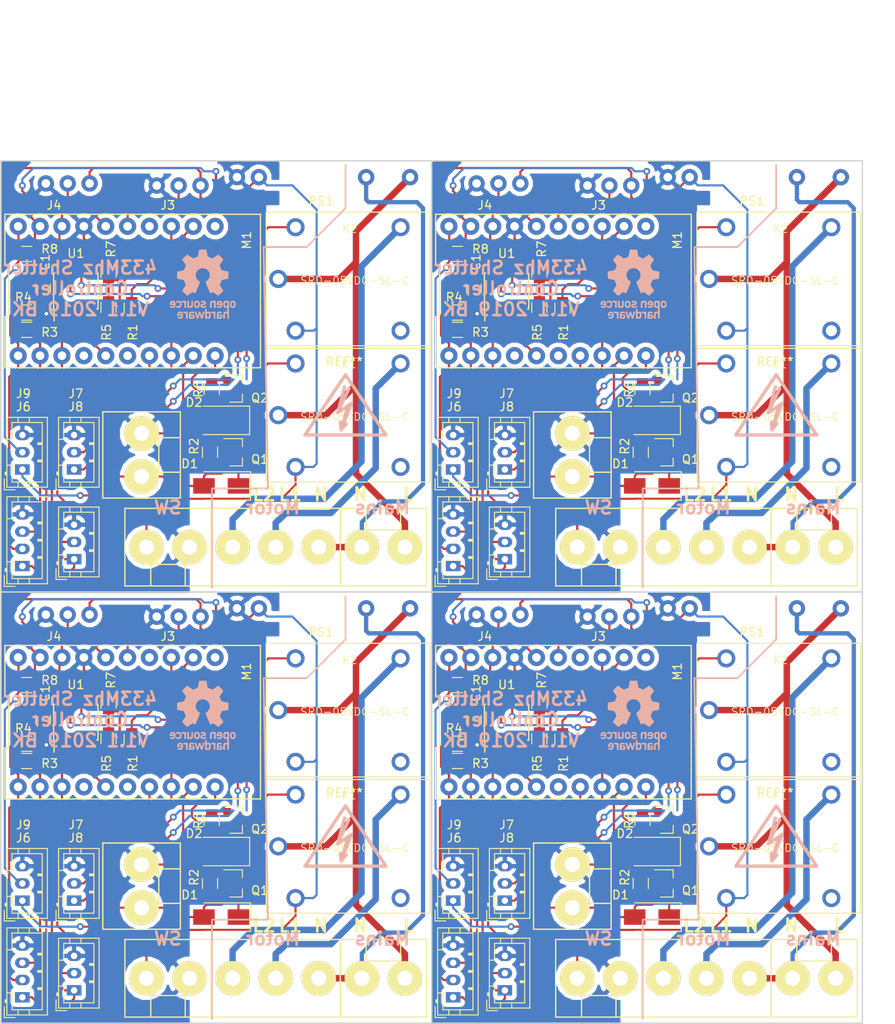
<source format=kicad_pcb>
(kicad_pcb (version 20171130) (host pcbnew 5.0.2-bee76a0~70~ubuntu16.04.1)
  (layers (0 F.Cu signal) (31 B.Cu signal) (34 B.Paste user) (35 F.Paste user) (36 B.SilkS user) (37 F.SilkS user) (38 B.Mask user) (39 F.Mask user) (44 Edge.Cuts user))
  (net 0 "")
  (net 1 +5V)
  (net 2 GND)
  (net 3 "Net-(D1-Pad1)")
  (net 4 "Net-(D2-Pad1)")
  (net 5 /N)
  (net 6 /L)
  (net 7 /L_CH2)
  (net 8 /L_CH1)
  (net 9 /RF_RX)
  (net 10 +3V3)
  (net 11 /RF_TX)
  (net 12 /Ext_SW)
  (net 13 /SCL)
  (net 14 /SDA)
  (net 15 /A)
  (net 16 /B)
  (net 17 /Pos)
  (net 18 /Temp)
  (net 19 "Net-(K1-Pad4)")
  (net 20 "Net-(K2-Pad4)")
  (net 21 /CH2)
  (net 22 /CH1)
  (net 23 /DE)
  (net 24 "Net-(M1-Pad15)")
  (net 25 "Net-(M1-Pad7)")
  (net 26 /RX)
  (net 27 /TX)
  (net 28 "Net-(Q1-Pad1)")
  (net 29 "Net-(Q2-Pad1)")
  (net 30 "Net-(R5-Pad1)")
  (net 31 "Net-(M1-Pad17)")
  (net 32 "Net-(M1-Pad10)")
  (module apexelectrix/apex-screw-terminals.pretty:Screw_Terminal_1x02 (layer F.Cu) (at 194.4 94.8 180)
    (fp_text reference J1 hide)
    (fp_text value Mains hide)
    (pad 1 thru_hole circle (at -2.5 0 180) (size 4 4) (drill 1.75) (layers *.Cu *.Mask F.SilkS) (net 6 /L))
    (pad 2 thru_hole circle (at 2.5 0 180) (size 4 4) (drill 1.75) (layers *.Cu *.Mask F.SilkS) (net 5 /N))
  )
  (module KiCad/Resistors_SMD.pretty:R_0805 (layer F.Cu) (at 124.476 76.5 270)
    (fp_text reference R6 (at 0 1.54 270) (layer F.SilkS))
    (fp_text value 1K)
    (pad 2 smd rect (at 0.95 0 270) (size 0.7 1.3) (layers F.Cu F.Paste F.Mask) (net 21 /CH2))
    (pad 1 smd rect (at -0.95 0 270) (size 0.7 1.3) (layers F.Cu F.Paste F.Mask) (net 29 "Net-(Q2-Pad1)"))
  )
  (module KiCad/Diodes_SMD.pretty:D_SMA (layer F.Cu) (at 175.576 87.7 180)
    (fp_text reference D1 (at 3.656 2.572 180) (layer F.SilkS))
    (fp_text value D_Small)
    (pad 1 smd rect (at -2 0 180) (size 2.5 1.8) (layers F.Cu F.Paste F.Mask) (net 3 "Net-(D1-Pad1)"))
    (pad 2 smd rect (at 2 0 180) (size 2.5 1.8) (layers F.Cu F.Paste F.Mask) (net 2 GND))
  )
  (module Shutter_RF:SYN115_Mod (layer F.Cu) (at 100.4 39.027)
    (fp_text reference J4 (at 5.772 16.129) (layer F.SilkS))
    (fp_text value SYN115)
    (pad 1 thru_hole circle (at 9.9 13.6) (size 1.9 1.9) (drill 1) (layers *.Cu *.Mask) (net 10 +3V3))
    (pad 2 thru_hole circle (at 7.36 13.6) (size 1.9 1.9) (drill 1) (layers *.Cu *.Mask) (net 11 /RF_TX))
    (pad 3 thru_hole circle (at 4.82 13.6) (size 1.9 1.9) (drill 1) (layers *.Cu *.Mask) (net 2 GND))
  )
  (module Shutter_RF:SYN115_Mod (layer F.Cu) (at 150.4 39.027)
    (fp_text reference J4 (at 5.772 16.129) (layer F.SilkS))
    (fp_text value SYN115)
    (pad 3 thru_hole circle (at 4.82 13.6) (size 1.9 1.9) (drill 1) (layers *.Cu *.Mask) (net 2 GND))
    (pad 2 thru_hole circle (at 7.36 13.6) (size 1.9 1.9) (drill 1) (layers *.Cu *.Mask) (net 11 /RF_TX))
    (pad 1 thru_hole circle (at 9.9 13.6) (size 1.9 1.9) (drill 1) (layers *.Cu *.Mask) (net 10 +3V3))
  )
  (module Shutter_RF:REY5-19.0X15.0X15.0MM (layer F.Cu) (at 140.3 79.5)
    (fp_text reference K1 (at 0.1 -5.9) (layer F.SilkS) (effects (font (size 0.889 0.889) (thickness 0.1016))))
    (fp_text value SRD-05VDC-SL-C (at 0.762 0.1905) (layer F.SilkS) (effects (font (size 0.889 0.889) (thickness 0.1016))))
    (pad 3 thru_hole circle (at -8.09752 0) (size 2.09804 2.09804) (drill 1.29794) (layers *.Cu *.Paste *.Mask) (net 6 /L))
    (pad 2 thru_hole circle (at -6.09854 5.99948) (size 2.09804 2.09804) (drill 1.29794) (layers *.Cu *.Paste *.Mask) (net 1 +5V))
    (pad 1 thru_hole circle (at -6.09854 -5.99948) (size 2.09804 2.09804) (drill 1.29794) (layers *.Cu *.Paste *.Mask) (net 3 "Net-(D1-Pad1)"))
    (pad 4 thru_hole circle (at 6.09854 5.99948) (size 2.09804 2.09804) (drill 1.29794) (layers *.Cu *.Paste *.Mask) (net 19 "Net-(K1-Pad4)"))
    (pad 5 thru_hole circle (at 6.09854 -5.99948) (size 2.09804 2.09804) (drill 1.29794) (layers *.Cu *.Paste *.Mask) (net 8 /L_CH1))
  )
  (module KiCad/Capacitors_SMD.pretty:C_0805 (layer F.Cu) (at 154.902 64.808 270)
    (fp_text reference C1 (at -3.048 -0.254 270) (layer F.SilkS))
    (fp_text value 100n)
    (pad 1 smd rect (at -1 0 270) (size 1 1.25) (layers F.Cu F.Paste F.Mask) (net 1 +5V))
    (pad 2 smd rect (at 1 0 270) (size 1 1.25) (layers F.Cu F.Paste F.Mask) (net 2 GND))
  )
  (module KiCad/Resistors_SMD.pretty:R_0805 (layer F.Cu) (at 103 69.6 180)
    (fp_text reference R3 (at -2.664 -0.288 180) (layer F.SilkS))
    (fp_text value 4K7)
    (pad 2 smd rect (at 0.95 0 180) (size 0.7 1.3) (layers F.Cu F.Paste F.Mask) (net 13 /SCL))
    (pad 1 smd rect (at -0.95 0 180) (size 0.7 1.3) (layers F.Cu F.Paste F.Mask) (net 10 +3V3))
  )
  (module KiCad/Resistors_SMD.pretty:R_0805 (layer F.Cu) (at 162.5 62.9 90)
    (fp_text reference R7 (at 2.664 0.276 90) (layer F.SilkS))
    (fp_text value 2K)
    (pad 1 smd rect (at -0.95 0 90) (size 0.7 1.3) (layers F.Cu F.Paste F.Mask) (net 26 /RX))
    (pad 2 smd rect (at 0.95 0 90) (size 0.7 1.3) (layers F.Cu F.Paste F.Mask) (net 2 GND))
  )
  (module Shutter_RF:REY5-19.0X15.0X15.0MM (layer F.Cu) (at 190.3 79.5)
    (fp_text reference K1 (at 0.1 -5.9) (layer F.SilkS) (effects (font (size 0.889 0.889) (thickness 0.1016))))
    (fp_text value SRD-05VDC-SL-C (at 0.762 0.1905) (layer F.SilkS) (effects (font (size 0.889 0.889) (thickness 0.1016))))
    (pad 5 thru_hole circle (at 6.09854 -5.99948) (size 2.09804 2.09804) (drill 1.29794) (layers *.Cu *.Paste *.Mask) (net 8 /L_CH1))
    (pad 4 thru_hole circle (at 6.09854 5.99948) (size 2.09804 2.09804) (drill 1.29794) (layers *.Cu *.Paste *.Mask) (net 19 "Net-(K1-Pad4)"))
    (pad 1 thru_hole circle (at -6.09854 -5.99948) (size 2.09804 2.09804) (drill 1.29794) (layers *.Cu *.Paste *.Mask) (net 3 "Net-(D1-Pad1)"))
    (pad 2 thru_hole circle (at -6.09854 5.99948) (size 2.09804 2.09804) (drill 1.29794) (layers *.Cu *.Paste *.Mask) (net 1 +5V))
    (pad 3 thru_hole circle (at -8.09752 0) (size 2.09804 2.09804) (drill 1.29794) (layers *.Cu *.Paste *.Mask) (net 6 /L))
  )
  (module KiCad/Resistors_SMD.pretty:R_0805 (layer F.Cu) (at 174.476 76.5 270)
    (fp_text reference R6 (at 0 1.54 270) (layer F.SilkS))
    (fp_text value 1K)
    (pad 1 smd rect (at -0.95 0 270) (size 0.7 1.3) (layers F.Cu F.Paste F.Mask) (net 29 "Net-(Q2-Pad1)"))
    (pad 2 smd rect (at 0.95 0 270) (size 0.7 1.3) (layers F.Cu F.Paste F.Mask) (net 21 /CH2))
  )
  (module Shutter_RF:SYN480R_Mod (layer F.Cu) (at 112.776 36.868)
    (fp_text reference J3 (at 6.604 18.288) (layer F.SilkS))
    (fp_text value SYN480)
    (pad 1 thru_hole circle (at 10.4 16) (size 1.9 1.9) (drill 1) (layers *.Cu *.Mask) (net 10 +3V3))
    (pad 2 thru_hole circle (at 7.86 16) (size 1.9 1.9) (drill 1) (layers *.Cu *.Mask) (net 9 /RF_RX))
    (pad 3 thru_hole circle (at 5.32 16) (size 1.9 1.9) (drill 1) (layers *.Cu *.Mask) (net 2 GND))
  )
  (module KiCad/Connectors_JST.pretty:JST_PH_B3B-PH-K_03x2.00mm_Straight (layer F.Cu) (at 158.5 96.2 90)
    (fp_text reference J8 (at 17.676 0.212 180) (layer F.SilkS))
    (fp_text value Position)
    (pad 3 thru_hole oval (at 4 0 90) (size 1.2 1.7) (drill 0.75) (layers *.Cu *.Mask) (net 2 GND))
    (pad 2 thru_hole oval (at 2 0 90) (size 1.2 1.7) (drill 0.75) (layers *.Cu *.Mask) (net 17 /Pos))
    (pad 1 thru_hole rect (at 0 0 90) (size 1.2 1.7) (drill 0.75) (layers *.Cu *.Mask) (net 10 +3V3))
  )
  (module Shutter_RF:5V700mA_ACDC (layer F.Cu) (at 125.5 35.4)
    (fp_text reference PS1 (at 11.66 19.248) (layer F.SilkS))
    (fp_text value 5V700mA)
    (pad 7 thru_hole circle (at 4.45 16.5) (size 1.9 1.9) (drill 1) (layers *.Cu *.Mask) (net 1 +5V))
    (pad 5 thru_hole circle (at 22 16.5) (size 1.9 1.9) (drill 1) (layers *.Cu *.Mask) (net 6 /L))
    (pad 9 thru_hole circle (at 1.91 16.5) (size 1.9 1.9) (drill 1) (layers *.Cu *.Mask) (net 2 GND))
    (pad 1 thru_hole circle (at 16.9 16.5) (size 1.9 1.9) (drill 1) (layers *.Cu *.Mask) (net 5 /N))
  )
  (module KiCad/TO_SOT_Packages_SMD.pretty:SOT-23 (layer F.Cu) (at 127.276 83.8)
    (fp_text reference Q1 (at 2.772 0.82) (layer F.SilkS))
    (fp_text value MMBT2222)
    (pad 1 smd rect (at -1 -0.95) (size 0.9 0.8) (layers F.Cu F.Paste F.Mask) (net 28 "Net-(Q1-Pad1)"))
    (pad 2 smd rect (at -1 0.95) (size 0.9 0.8) (layers F.Cu F.Paste F.Mask) (net 2 GND))
    (pad 3 smd rect (at 1 0) (size 0.9 0.8) (layers F.Cu F.Paste F.Mask) (net 3 "Net-(D1-Pad1)"))
  )
  (module apexelectrix/apex-screw-terminals.pretty:Screw_Terminal_1x02 (layer F.Cu) (at 119.4 94.8)
    (fp_text reference J5 hide)
    (fp_text value Conn_01x02 hide)
    (pad 1 thru_hole circle (at -2.5 0) (size 4 4) (drill 1.75) (layers *.Cu *.Mask F.SilkS) (net 12 /Ext_SW))
    (pad 2 thru_hole circle (at 2.5 0) (size 4 4) (drill 1.75) (layers *.Cu *.Mask F.SilkS) (net 2 GND))
  )
  (module KiCad/Resistors_SMD.pretty:R_0805 (layer F.Cu) (at 112.5 62.9 90)
    (fp_text reference R7 (at 2.664 0.276 90) (layer F.SilkS))
    (fp_text value 2K)
    (pad 2 smd rect (at 0.95 0 90) (size 0.7 1.3) (layers F.Cu F.Paste F.Mask) (net 2 GND))
    (pad 1 smd rect (at -0.95 0 90) (size 0.7 1.3) (layers F.Cu F.Paste F.Mask) (net 26 /RX))
  )
  (module KiCad/TO_SOT_Packages_SMD.pretty:SOT-23 (layer F.Cu) (at 177.276 76.4)
    (fp_text reference Q2 (at 2.772 1.108) (layer F.SilkS))
    (fp_text value MMBT2222)
    (pad 1 smd rect (at -1 -0.95) (size 0.9 0.8) (layers F.Cu F.Paste F.Mask) (net 29 "Net-(Q2-Pad1)"))
    (pad 2 smd rect (at -1 0.95) (size 0.9 0.8) (layers F.Cu F.Paste F.Mask) (net 2 GND))
    (pad 3 smd rect (at 1 0) (size 0.9 0.8) (layers F.Cu F.Paste F.Mask) (net 4 "Net-(D2-Pad1)"))
  )
  (module KiCad/Diodes_SMD.pretty:D_SMA (layer F.Cu) (at 125.576 87.7 180)
    (fp_text reference D1 (at 3.656 2.572 180) (layer F.SilkS))
    (fp_text value D_Small)
    (pad 2 smd rect (at 2 0 180) (size 2.5 1.8) (layers F.Cu F.Paste F.Mask) (net 2 GND))
    (pad 1 smd rect (at -2 0 180) (size 2.5 1.8) (layers F.Cu F.Paste F.Mask) (net 3 "Net-(D1-Pad1)"))
  )
  (module KiCad/Resistors_SMD.pretty:R_0805 (layer F.Cu) (at 103 67.6 180)
    (fp_text reference R4 (at 0.384 1.776 180) (layer F.SilkS))
    (fp_text value 4K7)
    (pad 1 smd rect (at -0.95 0 180) (size 0.7 1.3) (layers F.Cu F.Paste F.Mask) (net 10 +3V3))
    (pad 2 smd rect (at 0.95 0 180) (size 0.7 1.3) (layers F.Cu F.Paste F.Mask) (net 14 /SDA))
  )
  (module KiCad/Connectors_JST.pretty:JST_PH_B3B-PH-K_03x2.00mm_Straight (layer F.Cu) (at 102.5 85.8 90)
    (fp_text reference J9 (at 8.8 0.116 180) (layer F.SilkS))
    (fp_text value Temp)
    (pad 3 thru_hole oval (at 4 0 90) (size 1.2 1.7) (drill 0.75) (layers *.Cu *.Mask) (net 2 GND))
    (pad 2 thru_hole oval (at 2 0 90) (size 1.2 1.7) (drill 0.75) (layers *.Cu *.Mask) (net 18 /Temp))
    (pad 1 thru_hole rect (at 0 0 90) (size 1.2 1.7) (drill 0.75) (layers *.Cu *.Mask) (net 1 +5V))
  )
  (module Shutter_RF:SYN480R_Mod (layer F.Cu) (at 162.776 36.868)
    (fp_text reference J3 (at 6.604 18.288) (layer F.SilkS))
    (fp_text value SYN480)
    (pad 3 thru_hole circle (at 5.32 16) (size 1.9 1.9) (drill 1) (layers *.Cu *.Mask) (net 2 GND))
    (pad 2 thru_hole circle (at 7.86 16) (size 1.9 1.9) (drill 1) (layers *.Cu *.Mask) (net 9 /RF_RX))
    (pad 1 thru_hole circle (at 10.4 16) (size 1.9 1.9) (drill 1) (layers *.Cu *.Mask) (net 10 +3V3))
  )
  (module KiCad/Resistors_SMD.pretty:R_0805 (layer F.Cu) (at 153 60.8 180)
    (fp_text reference R8 (at -2.664 0.564 180) (layer F.SilkS))
    (fp_text value 1K)
    (pad 2 smd rect (at 0.95 0 180) (size 0.7 1.3) (layers F.Cu F.Paste F.Mask) (net 18 /Temp))
    (pad 1 smd rect (at -0.95 0 180) (size 0.7 1.3) (layers F.Cu F.Paste F.Mask) (net 10 +3V3))
  )
  (module Shutter_RF:REY5-19.0X15.0X15.0MM (layer F.Cu) (at 190.3 63.7)
    (fp_text reference K2 (at 0.2 -5.8) (layer F.SilkS) (effects (font (size 0.889 0.889) (thickness 0.1016))))
    (fp_text value SRD-05VDC-SL-C (at 0.762 0.1905) (layer F.SilkS) (effects (font (size 0.889 0.889) (thickness 0.1016))))
    (pad 5 thru_hole circle (at 6.09854 -5.99948) (size 2.09804 2.09804) (drill 1.29794) (layers *.Cu *.Paste *.Mask) (net 7 /L_CH2))
    (pad 4 thru_hole circle (at 6.09854 5.99948) (size 2.09804 2.09804) (drill 1.29794) (layers *.Cu *.Paste *.Mask) (net 20 "Net-(K2-Pad4)"))
    (pad 1 thru_hole circle (at -6.09854 -5.99948) (size 2.09804 2.09804) (drill 1.29794) (layers *.Cu *.Paste *.Mask) (net 4 "Net-(D2-Pad1)"))
    (pad 2 thru_hole circle (at -6.09854 5.99948) (size 2.09804 2.09804) (drill 1.29794) (layers *.Cu *.Paste *.Mask) (net 1 +5V))
    (pad 3 thru_hole circle (at -8.09752 0) (size 2.09804 2.09804) (drill 1.29794) (layers *.Cu *.Paste *.Mask) (net 6 /L))
  )
  (module KiCad/Capacitors_SMD.pretty:C_0805 (layer F.Cu) (at 104.902 64.808 270)
    (fp_text reference C1 (at -3.048 -0.254 270) (layer F.SilkS))
    (fp_text value 100n)
    (pad 2 smd rect (at 1 0 270) (size 1 1.25) (layers F.Cu F.Paste F.Mask) (net 2 GND))
    (pad 1 smd rect (at -1 0 270) (size 1 1.25) (layers F.Cu F.Paste F.Mask) (net 1 +5V))
  )
  (module Shutter_RF:Symbol_HighVoltage_Type2_VerySmall (layer F.Cu) (at 140 79)
    (fp_text reference REF** (at -0.127 -5.715) (layer F.SilkS))
    (fp_text value Symbol_HighVoltage_Type2_VerySmall)
  )
  (module Shutter_RF:5V700mA_ACDC (layer F.Cu) (at 175.5 35.4)
    (fp_text reference PS1 (at 11.66 19.248) (layer F.SilkS))
    (fp_text value 5V700mA)
    (pad 1 thru_hole circle (at 16.9 16.5) (size 1.9 1.9) (drill 1) (layers *.Cu *.Mask) (net 5 /N))
    (pad 9 thru_hole circle (at 1.91 16.5) (size 1.9 1.9) (drill 1) (layers *.Cu *.Mask) (net 2 GND))
    (pad 5 thru_hole circle (at 22 16.5) (size 1.9 1.9) (drill 1) (layers *.Cu *.Mask) (net 6 /L))
    (pad 7 thru_hole circle (at 4.45 16.5) (size 1.9 1.9) (drill 1) (layers *.Cu *.Mask) (net 1 +5V))
  )
  (module KiCad/Connectors_JST.pretty:JST_PH_B3B-PH-K_03x2.00mm_Straight (layer F.Cu) (at 152.5 85.8 90)
    (fp_text reference J9 (at 8.8 0.116 180) (layer F.SilkS))
    (fp_text value Temp)
    (pad 1 thru_hole rect (at 0 0 90) (size 1.2 1.7) (drill 0.75) (layers *.Cu *.Mask) (net 1 +5V))
    (pad 2 thru_hole oval (at 2 0 90) (size 1.2 1.7) (drill 0.75) (layers *.Cu *.Mask) (net 18 /Temp))
    (pad 3 thru_hole oval (at 4 0 90) (size 1.2 1.7) (drill 0.75) (layers *.Cu *.Mask) (net 2 GND))
  )
  (module KiCad/Resistors_SMD.pretty:R_0805 (layer F.Cu) (at 165.189 67.094 270)
    (fp_text reference R1 (at 2.794 -0.127 270) (layer F.SilkS))
    (fp_text value 1K)
    (pad 2 smd rect (at 0.95 0 270) (size 0.7 1.3) (layers F.Cu F.Paste F.Mask) (net 12 /Ext_SW))
    (pad 1 smd rect (at -0.95 0 270) (size 0.7 1.3) (layers F.Cu F.Paste F.Mask) (net 10 +3V3))
  )
  (module KiCad/Resistors_SMD.pretty:R_0805 (layer F.Cu) (at 103 60.8 180)
    (fp_text reference R8 (at -2.664 0.564 180) (layer F.SilkS))
    (fp_text value 1K)
    (pad 1 smd rect (at -0.95 0 180) (size 0.7 1.3) (layers F.Cu F.Paste F.Mask) (net 10 +3V3))
    (pad 2 smd rect (at 0.95 0 180) (size 0.7 1.3) (layers F.Cu F.Paste F.Mask) (net 18 /Temp))
  )
  (module apexelectrix/apex-screw-terminals.pretty:Screw_Terminal_1x02 (layer F.Cu) (at 169.4 94.8)
    (fp_text reference J5 hide)
    (fp_text value Conn_01x02 hide)
    (pad 2 thru_hole circle (at 2.5 0) (size 4 4) (drill 1.75) (layers *.Cu *.Mask F.SilkS) (net 2 GND))
    (pad 1 thru_hole circle (at -2.5 0) (size 4 4) (drill 1.75) (layers *.Cu *.Mask F.SilkS) (net 12 /Ext_SW))
  )
  (module KiCad/Housings_SOIC.pretty:SOIC-8_3.9x4.9mm_Pitch1.27mm (layer F.Cu) (at 158.7 65.1 90)
    (fp_text reference U1 (at 4.356 0.012 180) (layer F.SilkS))
    (fp_text value MAX485)
    (pad 1 smd rect (at -2.7 -1.905 90) (size 1.55 0.6) (layers F.Cu F.Paste F.Mask) (net 30 "Net-(R5-Pad1)"))
    (pad 2 smd rect (at -2.7 -0.635 90) (size 1.55 0.6) (layers F.Cu F.Paste F.Mask) (net 23 /DE))
    (pad 3 smd rect (at -2.7 0.635 90) (size 1.55 0.6) (layers F.Cu F.Paste F.Mask) (net 23 /DE))
    (pad 4 smd rect (at -2.7 1.905 90) (size 1.55 0.6) (layers F.Cu F.Paste F.Mask) (net 27 /TX))
    (pad 5 smd rect (at 2.7 1.905 90) (size 1.55 0.6) (layers F.Cu F.Paste F.Mask) (net 2 GND))
    (pad 6 smd rect (at 2.7 0.635 90) (size 1.55 0.6) (layers F.Cu F.Paste F.Mask) (net 15 /A))
    (pad 7 smd rect (at 2.7 -0.635 90) (size 1.55 0.6) (layers F.Cu F.Paste F.Mask) (net 16 /B))
    (pad 8 smd rect (at 2.7 -1.905 90) (size 1.55 0.6) (layers F.Cu F.Paste F.Mask) (net 1 +5V))
  )
  (module KiCad/Symbols.pretty:OSHW-Logo_7.5x8mm_SilkScreen (layer B.Cu) (at 123.444 64.3 180)
    (fp_text reference REF*** hide)
    (fp_text value OSHW-Logo_7.5x8mm_SilkScreen hide)
  )
  (module apexelectrix/apex-screw-terminals.pretty:Screw_Terminal_1x03 (layer F.Cu) (at 181.9 94.8 180)
    (fp_text reference J2 hide)
    (fp_text value Conn_01x03 hide)
    (pad 1 thru_hole circle (at -5 0 180) (size 4 4) (drill 1.75) (layers *.Cu *.Mask F.SilkS) (net 5 /N))
    (pad 2 thru_hole circle (at 0 0 180) (size 4 4) (drill 1.75) (layers *.Cu *.Mask F.SilkS) (net 8 /L_CH1))
    (pad 3 thru_hole circle (at 5 0 180) (size 4 4) (drill 1.75) (layers *.Cu *.Mask F.SilkS) (net 7 /L_CH2))
  )
  (module KiCad/Symbols.pretty:OSHW-Logo_7.5x8mm_SilkScreen (layer B.Cu) (at 173.444 64.3 180)
    (fp_text reference REF*** hide)
    (fp_text value OSHW-Logo_7.5x8mm_SilkScreen hide)
  )
  (module Shutter_RF:STM8S103_Minimum_Board (layer F.Cu) (at 163.3 65.1)
    (fp_text reference M1 (at 15.224 -5.88 90) (layer F.SilkS))
    (fp_text value STM8S103_Brd)
    (pad 20 thru_hole circle (at -11.29025 7.498118) (size 2 2) (drill 1) (layers *.Cu *.Mask) (net 14 /SDA))
    (pad 1 thru_hole circle (at -11.29025 -7.501882) (size 2 2) (drill 1) (layers *.Cu *.Mask) (net 18 /Temp))
    (pad 19 thru_hole circle (at -8.75025 7.498118) (size 2 2) (drill 1) (layers *.Cu *.Mask) (net 13 /SCL))
    (pad 2 thru_hole circle (at -8.75025 -7.501882) (size 2 2) (drill 1) (layers *.Cu *.Mask) (net 10 +3V3))
    (pad 18 thru_hole circle (at -6.21025 7.498118) (size 2 2) (drill 1) (layers *.Cu *.Mask) (net 10 +3V3))
    (pad 3 thru_hole circle (at -6.21025 -7.501882) (size 2 2) (drill 1) (layers *.Cu *.Mask) (net 1 +5V))
    (pad 17 thru_hole circle (at -3.67025 7.498118) (size 2 2) (drill 1) (layers *.Cu *.Mask) (net 31 "Net-(M1-Pad17)"))
    (pad 4 thru_hole circle (at -3.67025 -7.501882) (size 2 2) (drill 1) (layers *.Cu *.Mask) (net 2 GND))
    (pad 16 thru_hole circle (at -1.13025 7.498118) (size 2 2) (drill 1) (layers *.Cu *.Mask) (net 23 /DE))
    (pad 5 thru_hole circle (at -1.13025 -7.501882) (size 2 2) (drill 1) (layers *.Cu *.Mask) (net 11 /RF_TX))
    (pad 15 thru_hole circle (at 1.40975 7.498118) (size 2 2) (drill 1) (layers *.Cu *.Mask) (net 24 "Net-(M1-Pad15)"))
    (pad 6 thru_hole circle (at 1.40975 -7.501882) (size 2 2) (drill 1) (layers *.Cu *.Mask) (net 9 /RF_RX))
    (pad 14 thru_hole circle (at 3.94975 7.498118) (size 2 2) (drill 1) (layers *.Cu *.Mask) (net 17 /Pos))
    (pad 7 thru_hole circle (at 3.94975 -7.501882) (size 2 2) (drill 1) (layers *.Cu *.Mask) (net 25 "Net-(M1-Pad7)"))
    (pad 13 thru_hole circle (at 6.48975 7.498118) (size 2 2) (drill 1) (layers *.Cu *.Mask) (net 12 /Ext_SW))
    (pad 8 thru_hole circle (at 6.48975 -7.501882) (size 2 2) (drill 1) (layers *.Cu *.Mask) (net 26 /RX))
    (pad 12 thru_hole circle (at 9.02975 7.498118) (size 2 2) (drill 1) (layers *.Cu *.Mask) (net 22 /CH1))
    (pad 9 thru_hole circle (at 9.02975 -7.501882) (size 2 2) (drill 1) (layers *.Cu *.Mask) (net 27 /TX))
    (pad 11 thru_hole circle (at 11.56975 7.498118) (size 2 2) (drill 1) (layers *.Cu *.Mask) (net 21 /CH2))
    (pad 10 thru_hole circle (at 11.56975 -7.501882) (size 2 2) (drill 1) (layers *.Cu *.Mask) (net 32 "Net-(M1-Pad10)"))
  )
  (module Shutter_RF:REY5-19.0X15.0X15.0MM (layer F.Cu) (at 140.3 63.7)
    (fp_text reference K2 (at 0.2 -5.8) (layer F.SilkS) (effects (font (size 0.889 0.889) (thickness 0.1016))))
    (fp_text value SRD-05VDC-SL-C (at 0.762 0.1905) (layer F.SilkS) (effects (font (size 0.889 0.889) (thickness 0.1016))))
    (pad 3 thru_hole circle (at -8.09752 0) (size 2.09804 2.09804) (drill 1.29794) (layers *.Cu *.Paste *.Mask) (net 6 /L))
    (pad 2 thru_hole circle (at -6.09854 5.99948) (size 2.09804 2.09804) (drill 1.29794) (layers *.Cu *.Paste *.Mask) (net 1 +5V))
    (pad 1 thru_hole circle (at -6.09854 -5.99948) (size 2.09804 2.09804) (drill 1.29794) (layers *.Cu *.Paste *.Mask) (net 4 "Net-(D2-Pad1)"))
    (pad 4 thru_hole circle (at 6.09854 5.99948) (size 2.09804 2.09804) (drill 1.29794) (layers *.Cu *.Paste *.Mask) (net 20 "Net-(K2-Pad4)"))
    (pad 5 thru_hole circle (at 6.09854 -5.99948) (size 2.09804 2.09804) (drill 1.29794) (layers *.Cu *.Paste *.Mask) (net 7 /L_CH2))
  )
  (module KiCad/Resistors_SMD.pretty:R_0805 (layer F.Cu) (at 162.5 67 90)
    (fp_text reference R5 (at -2.888 -0.232 90) (layer F.SilkS))
    (fp_text value 1K)
    (pad 1 smd rect (at -0.95 0 90) (size 0.7 1.3) (layers F.Cu F.Paste F.Mask) (net 30 "Net-(R5-Pad1)"))
    (pad 2 smd rect (at 0.95 0 90) (size 0.7 1.3) (layers F.Cu F.Paste F.Mask) (net 26 /RX))
  )
  (module KiCad/Resistors_SMD.pretty:R_0805 (layer F.Cu) (at 153 69.6 180)
    (fp_text reference R3 (at -2.664 -0.288 180) (layer F.SilkS))
    (fp_text value 4K7)
    (pad 1 smd rect (at -0.95 0 180) (size 0.7 1.3) (layers F.Cu F.Paste F.Mask) (net 10 +3V3))
    (pad 2 smd rect (at 0.95 0 180) (size 0.7 1.3) (layers F.Cu F.Paste F.Mask) (net 13 /SCL))
  )
  (module KiCad/Diodes_SMD.pretty:D_SMA (layer F.Cu) (at 175.476 80.1 180)
    (fp_text reference D2 (at 3.048 2.084 180) (layer F.SilkS))
    (fp_text value D_Small)
    (pad 2 smd rect (at 2 0 180) (size 2.5 1.8) (layers F.Cu F.Paste F.Mask) (net 2 GND))
    (pad 1 smd rect (at -2 0 180) (size 2.5 1.8) (layers F.Cu F.Paste F.Mask) (net 4 "Net-(D2-Pad1)"))
  )
  (module Shutter_RF:Symbol_HighVoltage_Type2_VerySmall (layer F.Cu) (at 190 79)
    (fp_text reference REF** (at -0.127 -5.715) (layer F.SilkS))
    (fp_text value Symbol_HighVoltage_Type2_VerySmall)
  )
  (module KiCad/Resistors_SMD.pretty:R_0805 (layer F.Cu) (at 153 67.6 180)
    (fp_text reference R4 (at 0.384 1.776 180) (layer F.SilkS))
    (fp_text value 4K7)
    (pad 2 smd rect (at 0.95 0 180) (size 0.7 1.3) (layers F.Cu F.Paste F.Mask) (net 14 /SDA))
    (pad 1 smd rect (at -0.95 0 180) (size 0.7 1.3) (layers F.Cu F.Paste F.Mask) (net 10 +3V3))
  )
  (module KiCad/TO_SOT_Packages_SMD.pretty:SOT-23 (layer F.Cu) (at 127.276 76.4)
    (fp_text reference Q2 (at 2.772 1.108) (layer F.SilkS))
    (fp_text value MMBT2222)
    (pad 3 smd rect (at 1 0) (size 0.9 0.8) (layers F.Cu F.Paste F.Mask) (net 4 "Net-(D2-Pad1)"))
    (pad 2 smd rect (at -1 0.95) (size 0.9 0.8) (layers F.Cu F.Paste F.Mask) (net 2 GND))
    (pad 1 smd rect (at -1 -0.95) (size 0.9 0.8) (layers F.Cu F.Paste F.Mask) (net 29 "Net-(Q2-Pad1)"))
  )
  (module KiCad/Connectors_JST.pretty:JST_PH_B3B-PH-K_03x2.00mm_Straight (layer F.Cu) (at 158.5 85.8 90)
    (fp_text reference J7 (at 8.8 0.212 180) (layer F.SilkS))
    (fp_text value 485)
    (pad 1 thru_hole rect (at 0 0 90) (size 1.2 1.7) (drill 0.75) (layers *.Cu *.Mask) (net 15 /A))
    (pad 2 thru_hole oval (at 2 0 90) (size 1.2 1.7) (drill 0.75) (layers *.Cu *.Mask) (net 16 /B))
    (pad 3 thru_hole oval (at 4 0 90) (size 1.2 1.7) (drill 0.75) (layers *.Cu *.Mask) (net 2 GND))
  )
  (module KiCad/TO_SOT_Packages_SMD.pretty:SOT-23 (layer F.Cu) (at 177.276 83.8)
    (fp_text reference Q1 (at 2.772 0.82) (layer F.SilkS))
    (fp_text value MMBT2222)
    (pad 3 smd rect (at 1 0) (size 0.9 0.8) (layers F.Cu F.Paste F.Mask) (net 3 "Net-(D1-Pad1)"))
    (pad 2 smd rect (at -1 0.95) (size 0.9 0.8) (layers F.Cu F.Paste F.Mask) (net 2 GND))
    (pad 1 smd rect (at -1 -0.95) (size 0.9 0.8) (layers F.Cu F.Paste F.Mask) (net 28 "Net-(Q1-Pad1)"))
  )
  (module KiCad/Housings_SOIC.pretty:SOIC-8_3.9x4.9mm_Pitch1.27mm (layer F.Cu) (at 108.7 65.1 90)
    (fp_text reference U1 (at 4.356 0.012 180) (layer F.SilkS))
    (fp_text value MAX485)
    (pad 8 smd rect (at 2.7 -1.905 90) (size 1.55 0.6) (layers F.Cu F.Paste F.Mask) (net 1 +5V))
    (pad 7 smd rect (at 2.7 -0.635 90) (size 1.55 0.6) (layers F.Cu F.Paste F.Mask) (net 16 /B))
    (pad 6 smd rect (at 2.7 0.635 90) (size 1.55 0.6) (layers F.Cu F.Paste F.Mask) (net 15 /A))
    (pad 5 smd rect (at 2.7 1.905 90) (size 1.55 0.6) (layers F.Cu F.Paste F.Mask) (net 2 GND))
    (pad 4 smd rect (at -2.7 1.905 90) (size 1.55 0.6) (layers F.Cu F.Paste F.Mask) (net 27 /TX))
    (pad 3 smd rect (at -2.7 0.635 90) (size 1.55 0.6) (layers F.Cu F.Paste F.Mask) (net 23 /DE))
    (pad 2 smd rect (at -2.7 -0.635 90) (size 1.55 0.6) (layers F.Cu F.Paste F.Mask) (net 23 /DE))
    (pad 1 smd rect (at -2.7 -1.905 90) (size 1.55 0.6) (layers F.Cu F.Paste F.Mask) (net 30 "Net-(R5-Pad1)"))
  )
  (module KiCad/Connectors_JST.pretty:JST_PH_B4B-PH-K_04x2.00mm_Straight (layer F.Cu) (at 102.5 97 90)
    (fp_text reference J6 (at 18.476 0.116 180) (layer F.SilkS))
    (fp_text value IIC)
    (pad 4 thru_hole oval (at 6 0 90) (size 1.2 1.7) (drill 0.75) (layers *.Cu *.Mask) (net 2 GND))
    (pad 3 thru_hole oval (at 4 0 90) (size 1.2 1.7) (drill 0.75) (layers *.Cu *.Mask) (net 13 /SCL))
    (pad 2 thru_hole oval (at 2 0 90) (size 1.2 1.7) (drill 0.75) (layers *.Cu *.Mask) (net 14 /SDA))
    (pad 1 thru_hole rect (at 0 0 90) (size 1.2 1.7) (drill 0.75) (layers *.Cu *.Mask) (net 10 +3V3))
  )
  (module KiCad/Resistors_SMD.pretty:R_0805 (layer F.Cu) (at 115.189 67.094 270)
    (fp_text reference R1 (at 2.794 -0.127 270) (layer F.SilkS))
    (fp_text value 1K)
    (pad 1 smd rect (at -0.95 0 270) (size 0.7 1.3) (layers F.Cu F.Paste F.Mask) (net 10 +3V3))
    (pad 2 smd rect (at 0.95 0 270) (size 0.7 1.3) (layers F.Cu F.Paste F.Mask) (net 12 /Ext_SW))
  )
  (module KiCad/Resistors_SMD.pretty:R_0805 (layer F.Cu) (at 112.5 67 90)
    (fp_text reference R5 (at -2.888 -0.232 90) (layer F.SilkS))
    (fp_text value 1K)
    (pad 2 smd rect (at 0.95 0 90) (size 0.7 1.3) (layers F.Cu F.Paste F.Mask) (net 26 /RX))
    (pad 1 smd rect (at -0.95 0 90) (size 0.7 1.3) (layers F.Cu F.Paste F.Mask) (net 30 "Net-(R5-Pad1)"))
  )
  (module KiCad/Diodes_SMD.pretty:D_SMA (layer F.Cu) (at 125.476 80.1 180)
    (fp_text reference D2 (at 3.048 2.084 180) (layer F.SilkS))
    (fp_text value D_Small)
    (pad 1 smd rect (at -2 0 180) (size 2.5 1.8) (layers F.Cu F.Paste F.Mask) (net 4 "Net-(D2-Pad1)"))
    (pad 2 smd rect (at 2 0 180) (size 2.5 1.8) (layers F.Cu F.Paste F.Mask) (net 2 GND))
  )
  (module KiCad/Resistors_SMD.pretty:R_0805 (layer F.Cu) (at 174.276 83.8 90)
    (fp_text reference R2 (at 0.704 -1.848 90) (layer F.SilkS))
    (fp_text value 1K)
    (pad 2 smd rect (at 0.95 0 90) (size 0.7 1.3) (layers F.Cu F.Paste F.Mask) (net 22 /CH1))
    (pad 1 smd rect (at -0.95 0 90) (size 0.7 1.3) (layers F.Cu F.Paste F.Mask) (net 28 "Net-(Q1-Pad1)"))
  )
  (module KiCad/Connectors_JST.pretty:JST_PH_B4B-PH-K_04x2.00mm_Straight (layer F.Cu) (at 152.5 97 90)
    (fp_text reference J6 (at 18.476 0.116 180) (layer F.SilkS))
    (fp_text value IIC)
    (pad 1 thru_hole rect (at 0 0 90) (size 1.2 1.7) (drill 0.75) (layers *.Cu *.Mask) (net 10 +3V3))
    (pad 2 thru_hole oval (at 2 0 90) (size 1.2 1.7) (drill 0.75) (layers *.Cu *.Mask) (net 14 /SDA))
    (pad 3 thru_hole oval (at 4 0 90) (size 1.2 1.7) (drill 0.75) (layers *.Cu *.Mask) (net 13 /SCL))
    (pad 4 thru_hole oval (at 6 0 90) (size 1.2 1.7) (drill 0.75) (layers *.Cu *.Mask) (net 2 GND))
  )
  (module apexelectrix/apex-screw-terminals.pretty:Screw_Terminal_1x03 (layer F.Cu) (at 131.9 94.8 180)
    (fp_text reference J2 hide)
    (fp_text value Conn_01x03 hide)
    (pad 3 thru_hole circle (at 5 0 180) (size 4 4) (drill 1.75) (layers *.Cu *.Mask F.SilkS) (net 7 /L_CH2))
    (pad 2 thru_hole circle (at 0 0 180) (size 4 4) (drill 1.75) (layers *.Cu *.Mask F.SilkS) (net 8 /L_CH1))
    (pad 1 thru_hole circle (at -5 0 180) (size 4 4) (drill 1.75) (layers *.Cu *.Mask F.SilkS) (net 5 /N))
  )
  (module apexelectrix/apex-screw-terminals.pretty:Screw_Terminal_1x02 (layer F.Cu) (at 116.332 84.112 90)
    (fp_text reference J10 hide)
    (fp_text value 5V hide)
    (pad 2 thru_hole circle (at 2.5 0 90) (size 4 4) (drill 1.75) (layers *.Cu *.Mask F.SilkS) (net 2 GND))
    (pad 1 thru_hole circle (at -2.5 0 90) (size 4 4) (drill 1.75) (layers *.Cu *.Mask F.SilkS) (net 1 +5V))
  )
  (module apexelectrix/apex-screw-terminals.pretty:Screw_Terminal_1x02 (layer F.Cu) (at 166.332 84.112 90)
    (fp_text reference J10 hide)
    (fp_text value 5V hide)
    (pad 1 thru_hole circle (at -2.5 0 90) (size 4 4) (drill 1.75) (layers *.Cu *.Mask F.SilkS) (net 1 +5V))
    (pad 2 thru_hole circle (at 2.5 0 90) (size 4 4) (drill 1.75) (layers *.Cu *.Mask F.SilkS) (net 2 GND))
  )
  (module KiCad/Resistors_SMD.pretty:R_0805 (layer F.Cu) (at 124.276 83.8 90)
    (fp_text reference R2 (at 0.704 -1.848 90) (layer F.SilkS))
    (fp_text value 1K)
    (pad 1 smd rect (at -0.95 0 90) (size 0.7 1.3) (layers F.Cu F.Paste F.Mask) (net 28 "Net-(Q1-Pad1)"))
    (pad 2 smd rect (at 0.95 0 90) (size 0.7 1.3) (layers F.Cu F.Paste F.Mask) (net 22 /CH1))
  )
  (module apexelectrix/apex-screw-terminals.pretty:Screw_Terminal_1x02 (layer F.Cu) (at 144.4 94.8 180)
    (fp_text reference J1 hide)
    (fp_text value Mains hide)
    (pad 2 thru_hole circle (at 2.5 0 180) (size 4 4) (drill 1.75) (layers *.Cu *.Mask F.SilkS) (net 5 /N))
    (pad 1 thru_hole circle (at -2.5 0 180) (size 4 4) (drill 1.75) (layers *.Cu *.Mask F.SilkS) (net 6 /L))
  )
  (module KiCad/Connectors_JST.pretty:JST_PH_B3B-PH-K_03x2.00mm_Straight (layer F.Cu) (at 108.5 96.2 90)
    (fp_text reference J8 (at 17.676 0.212 180) (layer F.SilkS))
    (fp_text value Position)
    (pad 1 thru_hole rect (at 0 0 90) (size 1.2 1.7) (drill 0.75) (layers *.Cu *.Mask) (net 10 +3V3))
    (pad 2 thru_hole oval (at 2 0 90) (size 1.2 1.7) (drill 0.75) (layers *.Cu *.Mask) (net 17 /Pos))
    (pad 3 thru_hole oval (at 4 0 90) (size 1.2 1.7) (drill 0.75) (layers *.Cu *.Mask) (net 2 GND))
  )
  (module Shutter_RF:STM8S103_Minimum_Board (layer F.Cu) (at 113.3 65.1)
    (fp_text reference M1 (at 15.224 -5.88 90) (layer F.SilkS))
    (fp_text value STM8S103_Brd)
    (pad 10 thru_hole circle (at 11.56975 -7.501882) (size 2 2) (drill 1) (layers *.Cu *.Mask) (net 32 "Net-(M1-Pad10)"))
    (pad 11 thru_hole circle (at 11.56975 7.498118) (size 2 2) (drill 1) (layers *.Cu *.Mask) (net 21 /CH2))
    (pad 9 thru_hole circle (at 9.02975 -7.501882) (size 2 2) (drill 1) (layers *.Cu *.Mask) (net 27 /TX))
    (pad 12 thru_hole circle (at 9.02975 7.498118) (size 2 2) (drill 1) (layers *.Cu *.Mask) (net 22 /CH1))
    (pad 8 thru_hole circle (at 6.48975 -7.501882) (size 2 2) (drill 1) (layers *.Cu *.Mask) (net 26 /RX))
    (pad 13 thru_hole circle (at 6.48975 7.498118) (size 2 2) (drill 1) (layers *.Cu *.Mask) (net 12 /Ext_SW))
    (pad 7 thru_hole circle (at 3.94975 -7.501882) (size 2 2) (drill 1) (layers *.Cu *.Mask) (net 25 "Net-(M1-Pad7)"))
    (pad 14 thru_hole circle (at 3.94975 7.498118) (size 2 2) (drill 1) (layers *.Cu *.Mask) (net 17 /Pos))
    (pad 6 thru_hole circle (at 1.40975 -7.501882) (size 2 2) (drill 1) (layers *.Cu *.Mask) (net 9 /RF_RX))
    (pad 15 thru_hole circle (at 1.40975 7.498118) (size 2 2) (drill 1) (layers *.Cu *.Mask) (net 24 "Net-(M1-Pad15)"))
    (pad 5 thru_hole circle (at -1.13025 -7.501882) (size 2 2) (drill 1) (layers *.Cu *.Mask) (net 11 /RF_TX))
    (pad 16 thru_hole circle (at -1.13025 7.498118) (size 2 2) (drill 1) (layers *.Cu *.Mask) (net 23 /DE))
    (pad 4 thru_hole circle (at -3.67025 -7.501882) (size 2 2) (drill 1) (layers *.Cu *.Mask) (net 2 GND))
    (pad 17 thru_hole circle (at -3.67025 7.498118) (size 2 2) (drill 1) (layers *.Cu *.Mask) (net 31 "Net-(M1-Pad17)"))
    (pad 3 thru_hole circle (at -6.21025 -7.501882) (size 2 2) (drill 1) (layers *.Cu *.Mask) (net 1 +5V))
    (pad 18 thru_hole circle (at -6.21025 7.498118) (size 2 2) (drill 1) (layers *.Cu *.Mask) (net 10 +3V3))
    (pad 2 thru_hole circle (at -8.75025 -7.501882) (size 2 2) (drill 1) (layers *.Cu *.Mask) (net 10 +3V3))
    (pad 19 thru_hole circle (at -8.75025 7.498118) (size 2 2) (drill 1) (layers *.Cu *.Mask) (net 13 /SCL))
    (pad 1 thru_hole circle (at -11.29025 -7.501882) (size 2 2) (drill 1) (layers *.Cu *.Mask) (net 18 /Temp))
    (pad 20 thru_hole circle (at -11.29025 7.498118) (size 2 2) (drill 1) (layers *.Cu *.Mask) (net 14 /SDA))
  )
  (module KiCad/Connectors_JST.pretty:JST_PH_B3B-PH-K_03x2.00mm_Straight (layer F.Cu) (at 108.5 85.8 90)
    (fp_text reference J7 (at 8.8 0.212 180) (layer F.SilkS))
    (fp_text value 485)
    (pad 3 thru_hole oval (at 4 0 90) (size 1.2 1.7) (drill 0.75) (layers *.Cu *.Mask) (net 2 GND))
    (pad 2 thru_hole oval (at 2 0 90) (size 1.2 1.7) (drill 0.75) (layers *.Cu *.Mask) (net 16 /B))
    (pad 1 thru_hole rect (at 0 0 90) (size 1.2 1.7) (drill 0.75) (layers *.Cu *.Mask) (net 15 /A))
  )
  (module KiCad/Resistors_SMD.pretty:R_0805 (layer F.Cu) (at 174.476 126.5 270)
    (fp_text reference R6 (at 0 1.54 270) (layer F.SilkS))
    (fp_text value 1K)
    (pad 2 smd rect (at 0.95 0 270) (size 0.7 1.3) (layers F.Cu F.Paste F.Mask) (net 21 /CH2))
    (pad 1 smd rect (at -0.95 0 270) (size 0.7 1.3) (layers F.Cu F.Paste F.Mask) (net 29 "Net-(Q2-Pad1)"))
  )
  (module Shutter_RF:SYN115_Mod (layer F.Cu) (at 150.4 89.027)
    (fp_text reference J4 (at 5.772 16.129) (layer F.SilkS))
    (fp_text value SYN115)
    (pad 1 thru_hole circle (at 9.9 13.6) (size 1.9 1.9) (drill 1) (layers *.Cu *.Mask) (net 10 +3V3))
    (pad 2 thru_hole circle (at 7.36 13.6) (size 1.9 1.9) (drill 1) (layers *.Cu *.Mask) (net 11 /RF_TX))
    (pad 3 thru_hole circle (at 4.82 13.6) (size 1.9 1.9) (drill 1) (layers *.Cu *.Mask) (net 2 GND))
  )
  (module Shutter_RF:REY5-19.0X15.0X15.0MM (layer F.Cu) (at 190.3 129.5)
    (fp_text reference K1 (at 0.1 -5.9) (layer F.SilkS) (effects (font (size 0.889 0.889) (thickness 0.1016))))
    (fp_text value SRD-05VDC-SL-C (at 0.762 0.1905) (layer F.SilkS) (effects (font (size 0.889 0.889) (thickness 0.1016))))
    (pad 3 thru_hole circle (at -8.09752 0) (size 2.09804 2.09804) (drill 1.29794) (layers *.Cu *.Paste *.Mask) (net 6 /L))
    (pad 2 thru_hole circle (at -6.09854 5.99948) (size 2.09804 2.09804) (drill 1.29794) (layers *.Cu *.Paste *.Mask) (net 1 +5V))
    (pad 1 thru_hole circle (at -6.09854 -5.99948) (size 2.09804 2.09804) (drill 1.29794) (layers *.Cu *.Paste *.Mask) (net 3 "Net-(D1-Pad1)"))
    (pad 4 thru_hole circle (at 6.09854 5.99948) (size 2.09804 2.09804) (drill 1.29794) (layers *.Cu *.Paste *.Mask) (net 19 "Net-(K1-Pad4)"))
    (pad 5 thru_hole circle (at 6.09854 -5.99948) (size 2.09804 2.09804) (drill 1.29794) (layers *.Cu *.Paste *.Mask) (net 8 /L_CH1))
  )
  (module KiCad/Resistors_SMD.pretty:R_0805 (layer F.Cu) (at 153 119.6 180)
    (fp_text reference R3 (at -2.664 -0.288 180) (layer F.SilkS))
    (fp_text value 4K7)
    (pad 2 smd rect (at 0.95 0 180) (size 0.7 1.3) (layers F.Cu F.Paste F.Mask) (net 13 /SCL))
    (pad 1 smd rect (at -0.95 0 180) (size 0.7 1.3) (layers F.Cu F.Paste F.Mask) (net 10 +3V3))
  )
  (module Shutter_RF:SYN480R_Mod (layer F.Cu) (at 162.776 86.868)
    (fp_text reference J3 (at 6.604 18.288) (layer F.SilkS))
    (fp_text value SYN480)
    (pad 1 thru_hole circle (at 10.4 16) (size 1.9 1.9) (drill 1) (layers *.Cu *.Mask) (net 10 +3V3))
    (pad 2 thru_hole circle (at 7.86 16) (size 1.9 1.9) (drill 1) (layers *.Cu *.Mask) (net 9 /RF_RX))
    (pad 3 thru_hole circle (at 5.32 16) (size 1.9 1.9) (drill 1) (layers *.Cu *.Mask) (net 2 GND))
  )
  (module Shutter_RF:5V700mA_ACDC (layer F.Cu) (at 175.5 85.4)
    (fp_text reference PS1 (at 11.66 19.248) (layer F.SilkS))
    (fp_text value 5V700mA)
    (pad 7 thru_hole circle (at 4.45 16.5) (size 1.9 1.9) (drill 1) (layers *.Cu *.Mask) (net 1 +5V))
    (pad 5 thru_hole circle (at 22 16.5) (size 1.9 1.9) (drill 1) (layers *.Cu *.Mask) (net 6 /L))
    (pad 9 thru_hole circle (at 1.91 16.5) (size 1.9 1.9) (drill 1) (layers *.Cu *.Mask) (net 2 GND))
    (pad 1 thru_hole circle (at 16.9 16.5) (size 1.9 1.9) (drill 1) (layers *.Cu *.Mask) (net 5 /N))
  )
  (module KiCad/TO_SOT_Packages_SMD.pretty:SOT-23 (layer F.Cu) (at 177.276 133.8)
    (fp_text reference Q1 (at 2.772 0.82) (layer F.SilkS))
    (fp_text value MMBT2222)
    (pad 1 smd rect (at -1 -0.95) (size 0.9 0.8) (layers F.Cu F.Paste F.Mask) (net 28 "Net-(Q1-Pad1)"))
    (pad 2 smd rect (at -1 0.95) (size 0.9 0.8) (layers F.Cu F.Paste F.Mask) (net 2 GND))
    (pad 3 smd rect (at 1 0) (size 0.9 0.8) (layers F.Cu F.Paste F.Mask) (net 3 "Net-(D1-Pad1)"))
  )
  (module apexelectrix/apex-screw-terminals.pretty:Screw_Terminal_1x02 (layer F.Cu) (at 169.4 144.8)
    (fp_text reference J5 hide)
    (fp_text value Conn_01x02 hide)
    (pad 1 thru_hole circle (at -2.5 0) (size 4 4) (drill 1.75) (layers *.Cu *.Mask F.SilkS) (net 12 /Ext_SW))
    (pad 2 thru_hole circle (at 2.5 0) (size 4 4) (drill 1.75) (layers *.Cu *.Mask F.SilkS) (net 2 GND))
  )
  (module KiCad/Resistors_SMD.pretty:R_0805 (layer F.Cu) (at 162.5 112.9 90)
    (fp_text reference R7 (at 2.664 0.276 90) (layer F.SilkS))
    (fp_text value 2K)
    (pad 2 smd rect (at 0.95 0 90) (size 0.7 1.3) (layers F.Cu F.Paste F.Mask) (net 2 GND))
    (pad 1 smd rect (at -0.95 0 90) (size 0.7 1.3) (layers F.Cu F.Paste F.Mask) (net 26 /RX))
  )
  (module KiCad/Diodes_SMD.pretty:D_SMA (layer F.Cu) (at 175.576 137.7 180)
    (fp_text reference D1 (at 3.656 2.572 180) (layer F.SilkS))
    (fp_text value D_Small)
    (pad 2 smd rect (at 2 0 180) (size 2.5 1.8) (layers F.Cu F.Paste F.Mask) (net 2 GND))
    (pad 1 smd rect (at -2 0 180) (size 2.5 1.8) (layers F.Cu F.Paste F.Mask) (net 3 "Net-(D1-Pad1)"))
  )
  (module KiCad/Resistors_SMD.pretty:R_0805 (layer F.Cu) (at 153 117.6 180)
    (fp_text reference R4 (at 0.384 1.776 180) (layer F.SilkS))
    (fp_text value 4K7)
    (pad 1 smd rect (at -0.95 0 180) (size 0.7 1.3) (layers F.Cu F.Paste F.Mask) (net 10 +3V3))
    (pad 2 smd rect (at 0.95 0 180) (size 0.7 1.3) (layers F.Cu F.Paste F.Mask) (net 14 /SDA))
  )
  (module KiCad/Connectors_JST.pretty:JST_PH_B3B-PH-K_03x2.00mm_Straight (layer F.Cu) (at 152.5 135.8 90)
    (fp_text reference J9 (at 8.8 0.116 180) (layer F.SilkS))
    (fp_text value Temp)
    (pad 3 thru_hole oval (at 4 0 90) (size 1.2 1.7) (drill 0.75) (layers *.Cu *.Mask) (net 2 GND))
    (pad 2 thru_hole oval (at 2 0 90) (size 1.2 1.7) (drill 0.75) (layers *.Cu *.Mask) (net 18 /Temp))
    (pad 1 thru_hole rect (at 0 0 90) (size 1.2 1.7) (drill 0.75) (layers *.Cu *.Mask) (net 1 +5V))
  )
  (module KiCad/Capacitors_SMD.pretty:C_0805 (layer F.Cu) (at 154.902 114.808 270)
    (fp_text reference C1 (at -3.048 -0.254 270) (layer F.SilkS))
    (fp_text value 100n)
    (pad 2 smd rect (at 1 0 270) (size 1 1.25) (layers F.Cu F.Paste F.Mask) (net 2 GND))
    (pad 1 smd rect (at -1 0 270) (size 1 1.25) (layers F.Cu F.Paste F.Mask) (net 1 +5V))
  )
  (module Shutter_RF:Symbol_HighVoltage_Type2_VerySmall (layer F.Cu) (at 190 129)
    (fp_text reference REF** (at -0.127 -5.715) (layer F.SilkS))
    (fp_text value Symbol_HighVoltage_Type2_VerySmall)
  )
  (module KiCad/Resistors_SMD.pretty:R_0805 (layer F.Cu) (at 153 110.8 180)
    (fp_text reference R8 (at -2.664 0.564 180) (layer F.SilkS))
    (fp_text value 1K)
    (pad 1 smd rect (at -0.95 0 180) (size 0.7 1.3) (layers F.Cu F.Paste F.Mask) (net 10 +3V3))
    (pad 2 smd rect (at 0.95 0 180) (size 0.7 1.3) (layers F.Cu F.Paste F.Mask) (net 18 /Temp))
  )
  (module KiCad/Symbols.pretty:OSHW-Logo_7.5x8mm_SilkScreen (layer B.Cu) (at 173.444 114.3 180)
    (fp_text reference REF*** hide)
    (fp_text value OSHW-Logo_7.5x8mm_SilkScreen hide)
  )
  (module Shutter_RF:REY5-19.0X15.0X15.0MM (layer F.Cu) (at 190.3 113.7)
    (fp_text reference K2 (at 0.2 -5.8) (layer F.SilkS) (effects (font (size 0.889 0.889) (thickness 0.1016))))
    (fp_text value SRD-05VDC-SL-C (at 0.762 0.1905) (layer F.SilkS) (effects (font (size 0.889 0.889) (thickness 0.1016))))
    (pad 3 thru_hole circle (at -8.09752 0) (size 2.09804 2.09804) (drill 1.29794) (layers *.Cu *.Paste *.Mask) (net 6 /L))
    (pad 2 thru_hole circle (at -6.09854 5.99948) (size 2.09804 2.09804) (drill 1.29794) (layers *.Cu *.Paste *.Mask) (net 1 +5V))
    (pad 1 thru_hole circle (at -6.09854 -5.99948) (size 2.09804 2.09804) (drill 1.29794) (layers *.Cu *.Paste *.Mask) (net 4 "Net-(D2-Pad1)"))
    (pad 4 thru_hole circle (at 6.09854 5.99948) (size 2.09804 2.09804) (drill 1.29794) (layers *.Cu *.Paste *.Mask) (net 20 "Net-(K2-Pad4)"))
    (pad 5 thru_hole circle (at 6.09854 -5.99948) (size 2.09804 2.09804) (drill 1.29794) (layers *.Cu *.Paste *.Mask) (net 7 /L_CH2))
  )
  (module KiCad/TO_SOT_Packages_SMD.pretty:SOT-23 (layer F.Cu) (at 177.276 126.4)
    (fp_text reference Q2 (at 2.772 1.108) (layer F.SilkS))
    (fp_text value MMBT2222)
    (pad 3 smd rect (at 1 0) (size 0.9 0.8) (layers F.Cu F.Paste F.Mask) (net 4 "Net-(D2-Pad1)"))
    (pad 2 smd rect (at -1 0.95) (size 0.9 0.8) (layers F.Cu F.Paste F.Mask) (net 2 GND))
    (pad 1 smd rect (at -1 -0.95) (size 0.9 0.8) (layers F.Cu F.Paste F.Mask) (net 29 "Net-(Q2-Pad1)"))
  )
  (module KiCad/Housings_SOIC.pretty:SOIC-8_3.9x4.9mm_Pitch1.27mm (layer F.Cu) (at 158.7 115.1 90)
    (fp_text reference U1 (at 4.356 0.012 180) (layer F.SilkS))
    (fp_text value MAX485)
    (pad 8 smd rect (at 2.7 -1.905 90) (size 1.55 0.6) (layers F.Cu F.Paste F.Mask) (net 1 +5V))
    (pad 7 smd rect (at 2.7 -0.635 90) (size 1.55 0.6) (layers F.Cu F.Paste F.Mask) (net 16 /B))
    (pad 6 smd rect (at 2.7 0.635 90) (size 1.55 0.6) (layers F.Cu F.Paste F.Mask) (net 15 /A))
    (pad 5 smd rect (at 2.7 1.905 90) (size 1.55 0.6) (layers F.Cu F.Paste F.Mask) (net 2 GND))
    (pad 4 smd rect (at -2.7 1.905 90) (size 1.55 0.6) (layers F.Cu F.Paste F.Mask) (net 27 /TX))
    (pad 3 smd rect (at -2.7 0.635 90) (size 1.55 0.6) (layers F.Cu F.Paste F.Mask) (net 23 /DE))
    (pad 2 smd rect (at -2.7 -0.635 90) (size 1.55 0.6) (layers F.Cu F.Paste F.Mask) (net 23 /DE))
    (pad 1 smd rect (at -2.7 -1.905 90) (size 1.55 0.6) (layers F.Cu F.Paste F.Mask) (net 30 "Net-(R5-Pad1)"))
  )
  (module KiCad/Connectors_JST.pretty:JST_PH_B4B-PH-K_04x2.00mm_Straight (layer F.Cu) (at 152.5 147 90)
    (fp_text reference J6 (at 18.476 0.116 180) (layer F.SilkS))
    (fp_text value IIC)
    (pad 4 thru_hole oval (at 6 0 90) (size 1.2 1.7) (drill 0.75) (layers *.Cu *.Mask) (net 2 GND))
    (pad 3 thru_hole oval (at 4 0 90) (size 1.2 1.7) (drill 0.75) (layers *.Cu *.Mask) (net 13 /SCL))
    (pad 2 thru_hole oval (at 2 0 90) (size 1.2 1.7) (drill 0.75) (layers *.Cu *.Mask) (net 14 /SDA))
    (pad 1 thru_hole rect (at 0 0 90) (size 1.2 1.7) (drill 0.75) (layers *.Cu *.Mask) (net 10 +3V3))
  )
  (module KiCad/Resistors_SMD.pretty:R_0805 (layer F.Cu) (at 165.189 117.094 270)
    (fp_text reference R1 (at 2.794 -0.127 270) (layer F.SilkS))
    (fp_text value 1K)
    (pad 1 smd rect (at -0.95 0 270) (size 0.7 1.3) (layers F.Cu F.Paste F.Mask) (net 10 +3V3))
    (pad 2 smd rect (at 0.95 0 270) (size 0.7 1.3) (layers F.Cu F.Paste F.Mask) (net 12 /Ext_SW))
  )
  (module KiCad/Resistors_SMD.pretty:R_0805 (layer F.Cu) (at 162.5 117 90)
    (fp_text reference R5 (at -2.888 -0.232 90) (layer F.SilkS))
    (fp_text value 1K)
    (pad 2 smd rect (at 0.95 0 90) (size 0.7 1.3) (layers F.Cu F.Paste F.Mask) (net 26 /RX))
    (pad 1 smd rect (at -0.95 0 90) (size 0.7 1.3) (layers F.Cu F.Paste F.Mask) (net 30 "Net-(R5-Pad1)"))
  )
  (module KiCad/Diodes_SMD.pretty:D_SMA (layer F.Cu) (at 175.476 130.1 180)
    (fp_text reference D2 (at 3.048 2.084 180) (layer F.SilkS))
    (fp_text value D_Small)
    (pad 1 smd rect (at -2 0 180) (size 2.5 1.8) (layers F.Cu F.Paste F.Mask) (net 4 "Net-(D2-Pad1)"))
    (pad 2 smd rect (at 2 0 180) (size 2.5 1.8) (layers F.Cu F.Paste F.Mask) (net 2 GND))
  )
  (module apexelectrix/apex-screw-terminals.pretty:Screw_Terminal_1x03 (layer F.Cu) (at 181.9 144.8 180)
    (fp_text reference J2 hide)
    (fp_text value Conn_01x03 hide)
    (pad 3 thru_hole circle (at 5 0 180) (size 4 4) (drill 1.75) (layers *.Cu *.Mask F.SilkS) (net 7 /L_CH2))
    (pad 2 thru_hole circle (at 0 0 180) (size 4 4) (drill 1.75) (layers *.Cu *.Mask F.SilkS) (net 8 /L_CH1))
    (pad 1 thru_hole circle (at -5 0 180) (size 4 4) (drill 1.75) (layers *.Cu *.Mask F.SilkS) (net 5 /N))
  )
  (module apexelectrix/apex-screw-terminals.pretty:Screw_Terminal_1x02 (layer F.Cu) (at 166.332 134.112 90)
    (fp_text reference J10 hide)
    (fp_text value 5V hide)
    (pad 2 thru_hole circle (at 2.5 0 90) (size 4 4) (drill 1.75) (layers *.Cu *.Mask F.SilkS) (net 2 GND))
    (pad 1 thru_hole circle (at -2.5 0 90) (size 4 4) (drill 1.75) (layers *.Cu *.Mask F.SilkS) (net 1 +5V))
  )
  (module KiCad/Resistors_SMD.pretty:R_0805 (layer F.Cu) (at 174.276 133.8 90)
    (fp_text reference R2 (at 0.704 -1.848 90) (layer F.SilkS))
    (fp_text value 1K)
    (pad 1 smd rect (at -0.95 0 90) (size 0.7 1.3) (layers F.Cu F.Paste F.Mask) (net 28 "Net-(Q1-Pad1)"))
    (pad 2 smd rect (at 0.95 0 90) (size 0.7 1.3) (layers F.Cu F.Paste F.Mask) (net 22 /CH1))
  )
  (module apexelectrix/apex-screw-terminals.pretty:Screw_Terminal_1x02 (layer F.Cu) (at 194.4 144.8 180)
    (fp_text reference J1 hide)
    (fp_text value Mains hide)
    (pad 2 thru_hole circle (at 2.5 0 180) (size 4 4) (drill 1.75) (layers *.Cu *.Mask F.SilkS) (net 5 /N))
    (pad 1 thru_hole circle (at -2.5 0 180) (size 4 4) (drill 1.75) (layers *.Cu *.Mask F.SilkS) (net 6 /L))
  )
  (module KiCad/Connectors_JST.pretty:JST_PH_B3B-PH-K_03x2.00mm_Straight (layer F.Cu) (at 158.5 146.2 90)
    (fp_text reference J8 (at 17.676 0.212 180) (layer F.SilkS))
    (fp_text value Position)
    (pad 1 thru_hole rect (at 0 0 90) (size 1.2 1.7) (drill 0.75) (layers *.Cu *.Mask) (net 10 +3V3))
    (pad 2 thru_hole oval (at 2 0 90) (size 1.2 1.7) (drill 0.75) (layers *.Cu *.Mask) (net 17 /Pos))
    (pad 3 thru_hole oval (at 4 0 90) (size 1.2 1.7) (drill 0.75) (layers *.Cu *.Mask) (net 2 GND))
  )
  (module Shutter_RF:STM8S103_Minimum_Board (layer F.Cu) (at 163.3 115.1)
    (fp_text reference M1 (at 15.224 -5.88 90) (layer F.SilkS))
    (fp_text value STM8S103_Brd)
    (pad 10 thru_hole circle (at 11.56975 -7.501882) (size 2 2) (drill 1) (layers *.Cu *.Mask) (net 32 "Net-(M1-Pad10)"))
    (pad 11 thru_hole circle (at 11.56975 7.498118) (size 2 2) (drill 1) (layers *.Cu *.Mask) (net 21 /CH2))
    (pad 9 thru_hole circle (at 9.02975 -7.501882) (size 2 2) (drill 1) (layers *.Cu *.Mask) (net 27 /TX))
    (pad 12 thru_hole circle (at 9.02975 7.498118) (size 2 2) (drill 1) (layers *.Cu *.Mask) (net 22 /CH1))
    (pad 8 thru_hole circle (at 6.48975 -7.501882) (size 2 2) (drill 1) (layers *.Cu *.Mask) (net 26 /RX))
    (pad 13 thru_hole circle (at 6.48975 7.498118) (size 2 2) (drill 1) (layers *.Cu *.Mask) (net 12 /Ext_SW))
    (pad 7 thru_hole circle (at 3.94975 -7.501882) (size 2 2) (drill 1) (layers *.Cu *.Mask) (net 25 "Net-(M1-Pad7)"))
    (pad 14 thru_hole circle (at 3.94975 7.498118) (size 2 2) (drill 1) (layers *.Cu *.Mask) (net 17 /Pos))
    (pad 6 thru_hole circle (at 1.40975 -7.501882) (size 2 2) (drill 1) (layers *.Cu *.Mask) (net 9 /RF_RX))
    (pad 15 thru_hole circle (at 1.40975 7.498118) (size 2 2) (drill 1) (layers *.Cu *.Mask) (net 24 "Net-(M1-Pad15)"))
    (pad 5 thru_hole circle (at -1.13025 -7.501882) (size 2 2) (drill 1) (layers *.Cu *.Mask) (net 11 /RF_TX))
    (pad 16 thru_hole circle (at -1.13025 7.498118) (size 2 2) (drill 1) (layers *.Cu *.Mask) (net 23 /DE))
    (pad 4 thru_hole circle (at -3.67025 -7.501882) (size 2 2) (drill 1) (layers *.Cu *.Mask) (net 2 GND))
    (pad 17 thru_hole circle (at -3.67025 7.498118) (size 2 2) (drill 1) (layers *.Cu *.Mask) (net 31 "Net-(M1-Pad17)"))
    (pad 3 thru_hole circle (at -6.21025 -7.501882) (size 2 2) (drill 1) (layers *.Cu *.Mask) (net 1 +5V))
    (pad 18 thru_hole circle (at -6.21025 7.498118) (size 2 2) (drill 1) (layers *.Cu *.Mask) (net 10 +3V3))
    (pad 2 thru_hole circle (at -8.75025 -7.501882) (size 2 2) (drill 1) (layers *.Cu *.Mask) (net 10 +3V3))
    (pad 19 thru_hole circle (at -8.75025 7.498118) (size 2 2) (drill 1) (layers *.Cu *.Mask) (net 13 /SCL))
    (pad 1 thru_hole circle (at -11.29025 -7.501882) (size 2 2) (drill 1) (layers *.Cu *.Mask) (net 18 /Temp))
    (pad 20 thru_hole circle (at -11.29025 7.498118) (size 2 2) (drill 1) (layers *.Cu *.Mask) (net 14 /SDA))
  )
  (module KiCad/Connectors_JST.pretty:JST_PH_B3B-PH-K_03x2.00mm_Straight (layer F.Cu) (at 158.5 135.8 90)
    (fp_text reference J7 (at 8.8 0.212 180) (layer F.SilkS))
    (fp_text value 485)
    (pad 3 thru_hole oval (at 4 0 90) (size 1.2 1.7) (drill 0.75) (layers *.Cu *.Mask) (net 2 GND))
    (pad 2 thru_hole oval (at 2 0 90) (size 1.2 1.7) (drill 0.75) (layers *.Cu *.Mask) (net 16 /B))
    (pad 1 thru_hole rect (at 0 0 90) (size 1.2 1.7) (drill 0.75) (layers *.Cu *.Mask) (net 15 /A))
  )
  (module Shutter_RF:REY5-19.0X15.0X15.0MM (layer F.Cu) (at 140.3 129.5)
    (fp_text reference K1 (at 0.1 -5.9) (layer F.SilkS) (effects (font (size 0.889 0.889) (thickness 0.1016))))
    (fp_text value SRD-05VDC-SL-C (at 0.762 0.1905) (layer F.SilkS) (effects (font (size 0.889 0.889) (thickness 0.1016))))
    (pad 5 thru_hole circle (at 6.09854 -5.99948) (size 2.09804 2.09804) (drill 1.29794) (layers *.Cu *.Paste *.Mask) (net 8 /L_CH1))
    (pad 4 thru_hole circle (at 6.09854 5.99948) (size 2.09804 2.09804) (drill 1.29794) (layers *.Cu *.Paste *.Mask) (net 19 "Net-(K1-Pad4)"))
    (pad 1 thru_hole circle (at -6.09854 -5.99948) (size 2.09804 2.09804) (drill 1.29794) (layers *.Cu *.Paste *.Mask) (net 3 "Net-(D1-Pad1)"))
    (pad 2 thru_hole circle (at -6.09854 5.99948) (size 2.09804 2.09804) (drill 1.29794) (layers *.Cu *.Paste *.Mask) (net 1 +5V))
    (pad 3 thru_hole circle (at -8.09752 0) (size 2.09804 2.09804) (drill 1.29794) (layers *.Cu *.Paste *.Mask) (net 6 /L))
  )
  (module Shutter_RF:REY5-19.0X15.0X15.0MM (layer F.Cu) (at 140.3 113.7)
    (fp_text reference K2 (at 0.2 -5.8) (layer F.SilkS) (effects (font (size 0.889 0.889) (thickness 0.1016))))
    (fp_text value SRD-05VDC-SL-C (at 0.762 0.1905) (layer F.SilkS) (effects (font (size 0.889 0.889) (thickness 0.1016))))
    (pad 5 thru_hole circle (at 6.09854 -5.99948) (size 2.09804 2.09804) (drill 1.29794) (layers *.Cu *.Paste *.Mask) (net 7 /L_CH2))
    (pad 4 thru_hole circle (at 6.09854 5.99948) (size 2.09804 2.09804) (drill 1.29794) (layers *.Cu *.Paste *.Mask) (net 20 "Net-(K2-Pad4)"))
    (pad 1 thru_hole circle (at -6.09854 -5.99948) (size 2.09804 2.09804) (drill 1.29794) (layers *.Cu *.Paste *.Mask) (net 4 "Net-(D2-Pad1)"))
    (pad 2 thru_hole circle (at -6.09854 5.99948) (size 2.09804 2.09804) (drill 1.29794) (layers *.Cu *.Paste *.Mask) (net 1 +5V))
    (pad 3 thru_hole circle (at -8.09752 0) (size 2.09804 2.09804) (drill 1.29794) (layers *.Cu *.Paste *.Mask) (net 6 /L))
  )
  (module Shutter_RF:5V700mA_ACDC (layer F.Cu) (at 125.5 85.4)
    (fp_text reference PS1 (at 11.66 19.248) (layer F.SilkS))
    (fp_text value 5V700mA)
    (pad 1 thru_hole circle (at 16.9 16.5) (size 1.9 1.9) (drill 1) (layers *.Cu *.Mask) (net 5 /N))
    (pad 9 thru_hole circle (at 1.91 16.5) (size 1.9 1.9) (drill 1) (layers *.Cu *.Mask) (net 2 GND))
    (pad 5 thru_hole circle (at 22 16.5) (size 1.9 1.9) (drill 1) (layers *.Cu *.Mask) (net 6 /L))
    (pad 7 thru_hole circle (at 4.45 16.5) (size 1.9 1.9) (drill 1) (layers *.Cu *.Mask) (net 1 +5V))
  )
  (module Shutter_RF:SYN480R_Mod (layer F.Cu) (at 112.776 86.868)
    (fp_text reference J3 (at 6.604 18.288) (layer F.SilkS))
    (fp_text value SYN480)
    (pad 3 thru_hole circle (at 5.32 16) (size 1.9 1.9) (drill 1) (layers *.Cu *.Mask) (net 2 GND))
    (pad 2 thru_hole circle (at 7.86 16) (size 1.9 1.9) (drill 1) (layers *.Cu *.Mask) (net 9 /RF_RX))
    (pad 1 thru_hole circle (at 10.4 16) (size 1.9 1.9) (drill 1) (layers *.Cu *.Mask) (net 10 +3V3))
  )
  (module Shutter_RF:STM8S103_Minimum_Board (layer F.Cu) (at 113.3 115.1)
    (fp_text reference M1 (at 15.224 -5.88 90) (layer F.SilkS))
    (fp_text value STM8S103_Brd)
    (pad 20 thru_hole circle (at -11.29025 7.498118) (size 2 2) (drill 1) (layers *.Cu *.Mask) (net 14 /SDA))
    (pad 1 thru_hole circle (at -11.29025 -7.501882) (size 2 2) (drill 1) (layers *.Cu *.Mask) (net 18 /Temp))
    (pad 19 thru_hole circle (at -8.75025 7.498118) (size 2 2) (drill 1) (layers *.Cu *.Mask) (net 13 /SCL))
    (pad 2 thru_hole circle (at -8.75025 -7.501882) (size 2 2) (drill 1) (layers *.Cu *.Mask) (net 10 +3V3))
    (pad 18 thru_hole circle (at -6.21025 7.498118) (size 2 2) (drill 1) (layers *.Cu *.Mask) (net 10 +3V3))
    (pad 3 thru_hole circle (at -6.21025 -7.501882) (size 2 2) (drill 1) (layers *.Cu *.Mask) (net 1 +5V))
    (pad 17 thru_hole circle (at -3.67025 7.498118) (size 2 2) (drill 1) (layers *.Cu *.Mask) (net 31 "Net-(M1-Pad17)"))
    (pad 4 thru_hole circle (at -3.67025 -7.501882) (size 2 2) (drill 1) (layers *.Cu *.Mask) (net 2 GND))
    (pad 16 thru_hole circle (at -1.13025 7.498118) (size 2 2) (drill 1) (layers *.Cu *.Mask) (net 23 /DE))
    (pad 5 thru_hole circle (at -1.13025 -7.501882) (size 2 2) (drill 1) (layers *.Cu *.Mask) (net 11 /RF_TX))
    (pad 15 thru_hole circle (at 1.40975 7.498118) (size 2 2) (drill 1) (layers *.Cu *.Mask) (net 24 "Net-(M1-Pad15)"))
    (pad 6 thru_hole circle (at 1.40975 -7.501882) (size 2 2) (drill 1) (layers *.Cu *.Mask) (net 9 /RF_RX))
    (pad 14 thru_hole circle (at 3.94975 7.498118) (size 2 2) (drill 1) (layers *.Cu *.Mask) (net 17 /Pos))
    (pad 7 thru_hole circle (at 3.94975 -7.501882) (size 2 2) (drill 1) (layers *.Cu *.Mask) (net 25 "Net-(M1-Pad7)"))
    (pad 13 thru_hole circle (at 6.48975 7.498118) (size 2 2) (drill 1) (layers *.Cu *.Mask) (net 12 /Ext_SW))
    (pad 8 thru_hole circle (at 6.48975 -7.501882) (size 2 2) (drill 1) (layers *.Cu *.Mask) (net 26 /RX))
    (pad 12 thru_hole circle (at 9.02975 7.498118) (size 2 2) (drill 1) (layers *.Cu *.Mask) (net 22 /CH1))
    (pad 9 thru_hole circle (at 9.02975 -7.501882) (size 2 2) (drill 1) (layers *.Cu *.Mask) (net 27 /TX))
    (pad 11 thru_hole circle (at 11.56975 7.498118) (size 2 2) (drill 1) (layers *.Cu *.Mask) (net 21 /CH2))
    (pad 10 thru_hole circle (at 11.56975 -7.501882) (size 2 2) (drill 1) (layers *.Cu *.Mask) (net 32 "Net-(M1-Pad10)"))
  )
  (module Shutter_RF:SYN115_Mod (layer F.Cu) (at 100.4 89.027)
    (fp_text reference J4 (at 5.772 16.129) (layer F.SilkS))
    (fp_text value SYN115)
    (pad 3 thru_hole circle (at 4.82 13.6) (size 1.9 1.9) (drill 1) (layers *.Cu *.Mask) (net 2 GND))
    (pad 2 thru_hole circle (at 7.36 13.6) (size 1.9 1.9) (drill 1) (layers *.Cu *.Mask) (net 11 /RF_TX))
    (pad 1 thru_hole circle (at 9.9 13.6) (size 1.9 1.9) (drill 1) (layers *.Cu *.Mask) (net 10 +3V3))
  )
  (module KiCad/Capacitors_SMD.pretty:C_0805 (layer F.Cu) (at 104.902 114.808 270)
    (fp_text reference C1 (at -3.048 -0.254 270) (layer F.SilkS))
    (fp_text value 100n)
    (pad 1 smd rect (at -1 0 270) (size 1 1.25) (layers F.Cu F.Paste F.Mask) (net 1 +5V))
    (pad 2 smd rect (at 1 0 270) (size 1 1.25) (layers F.Cu F.Paste F.Mask) (net 2 GND))
  )
  (module KiCad/Diodes_SMD.pretty:D_SMA (layer F.Cu) (at 125.576 137.7 180)
    (fp_text reference D1 (at 3.656 2.572 180) (layer F.SilkS))
    (fp_text value D_Small)
    (pad 1 smd rect (at -2 0 180) (size 2.5 1.8) (layers F.Cu F.Paste F.Mask) (net 3 "Net-(D1-Pad1)"))
    (pad 2 smd rect (at 2 0 180) (size 2.5 1.8) (layers F.Cu F.Paste F.Mask) (net 2 GND))
  )
  (module KiCad/Diodes_SMD.pretty:D_SMA (layer F.Cu) (at 125.476 130.1 180)
    (fp_text reference D2 (at 3.048 2.084 180) (layer F.SilkS))
    (fp_text value D_Small)
    (pad 2 smd rect (at 2 0 180) (size 2.5 1.8) (layers F.Cu F.Paste F.Mask) (net 2 GND))
    (pad 1 smd rect (at -2 0 180) (size 2.5 1.8) (layers F.Cu F.Paste F.Mask) (net 4 "Net-(D2-Pad1)"))
  )
  (module KiCad/Connectors_JST.pretty:JST_PH_B4B-PH-K_04x2.00mm_Straight (layer F.Cu) (at 102.5 147 90)
    (fp_text reference J6 (at 18.476 0.116 180) (layer F.SilkS))
    (fp_text value IIC)
    (pad 1 thru_hole rect (at 0 0 90) (size 1.2 1.7) (drill 0.75) (layers *.Cu *.Mask) (net 10 +3V3))
    (pad 2 thru_hole oval (at 2 0 90) (size 1.2 1.7) (drill 0.75) (layers *.Cu *.Mask) (net 14 /SDA))
    (pad 3 thru_hole oval (at 4 0 90) (size 1.2 1.7) (drill 0.75) (layers *.Cu *.Mask) (net 13 /SCL))
    (pad 4 thru_hole oval (at 6 0 90) (size 1.2 1.7) (drill 0.75) (layers *.Cu *.Mask) (net 2 GND))
  )
  (module KiCad/Connectors_JST.pretty:JST_PH_B3B-PH-K_03x2.00mm_Straight (layer F.Cu) (at 108.5 135.8 90)
    (fp_text reference J7 (at 8.8 0.212 180) (layer F.SilkS))
    (fp_text value 485)
    (pad 1 thru_hole rect (at 0 0 90) (size 1.2 1.7) (drill 0.75) (layers *.Cu *.Mask) (net 15 /A))
    (pad 2 thru_hole oval (at 2 0 90) (size 1.2 1.7) (drill 0.75) (layers *.Cu *.Mask) (net 16 /B))
    (pad 3 thru_hole oval (at 4 0 90) (size 1.2 1.7) (drill 0.75) (layers *.Cu *.Mask) (net 2 GND))
  )
  (module KiCad/Connectors_JST.pretty:JST_PH_B3B-PH-K_03x2.00mm_Straight (layer F.Cu) (at 108.5 146.2 90)
    (fp_text reference J8 (at 17.676 0.212 180) (layer F.SilkS))
    (fp_text value Position)
    (pad 3 thru_hole oval (at 4 0 90) (size 1.2 1.7) (drill 0.75) (layers *.Cu *.Mask) (net 2 GND))
    (pad 2 thru_hole oval (at 2 0 90) (size 1.2 1.7) (drill 0.75) (layers *.Cu *.Mask) (net 17 /Pos))
    (pad 1 thru_hole rect (at 0 0 90) (size 1.2 1.7) (drill 0.75) (layers *.Cu *.Mask) (net 10 +3V3))
  )
  (module KiCad/Connectors_JST.pretty:JST_PH_B3B-PH-K_03x2.00mm_Straight (layer F.Cu) (at 102.5 135.8 90)
    (fp_text reference J9 (at 8.8 0.116 180) (layer F.SilkS))
    (fp_text value Temp)
    (pad 1 thru_hole rect (at 0 0 90) (size 1.2 1.7) (drill 0.75) (layers *.Cu *.Mask) (net 1 +5V))
    (pad 2 thru_hole oval (at 2 0 90) (size 1.2 1.7) (drill 0.75) (layers *.Cu *.Mask) (net 18 /Temp))
    (pad 3 thru_hole oval (at 4 0 90) (size 1.2 1.7) (drill 0.75) (layers *.Cu *.Mask) (net 2 GND))
  )
  (module KiCad/TO_SOT_Packages_SMD.pretty:SOT-23 (layer F.Cu) (at 127.276 133.8)
    (fp_text reference Q1 (at 2.772 0.82) (layer F.SilkS))
    (fp_text value MMBT2222)
    (pad 3 smd rect (at 1 0) (size 0.9 0.8) (layers F.Cu F.Paste F.Mask) (net 3 "Net-(D1-Pad1)"))
    (pad 2 smd rect (at -1 0.95) (size 0.9 0.8) (layers F.Cu F.Paste F.Mask) (net 2 GND))
    (pad 1 smd rect (at -1 -0.95) (size 0.9 0.8) (layers F.Cu F.Paste F.Mask) (net 28 "Net-(Q1-Pad1)"))
  )
  (module KiCad/TO_SOT_Packages_SMD.pretty:SOT-23 (layer F.Cu) (at 127.276 126.4)
    (fp_text reference Q2 (at 2.772 1.108) (layer F.SilkS))
    (fp_text value MMBT2222)
    (pad 1 smd rect (at -1 -0.95) (size 0.9 0.8) (layers F.Cu F.Paste F.Mask) (net 29 "Net-(Q2-Pad1)"))
    (pad 2 smd rect (at -1 0.95) (size 0.9 0.8) (layers F.Cu F.Paste F.Mask) (net 2 GND))
    (pad 3 smd rect (at 1 0) (size 0.9 0.8) (layers F.Cu F.Paste F.Mask) (net 4 "Net-(D2-Pad1)"))
  )
  (module KiCad/Resistors_SMD.pretty:R_0805 (layer F.Cu) (at 115.189 117.094 270)
    (fp_text reference R1 (at 2.794 -0.127 270) (layer F.SilkS))
    (fp_text value 1K)
    (pad 2 smd rect (at 0.95 0 270) (size 0.7 1.3) (layers F.Cu F.Paste F.Mask) (net 12 /Ext_SW))
    (pad 1 smd rect (at -0.95 0 270) (size 0.7 1.3) (layers F.Cu F.Paste F.Mask) (net 10 +3V3))
  )
  (module KiCad/Resistors_SMD.pretty:R_0805 (layer F.Cu) (at 124.276 133.8 90)
    (fp_text reference R2 (at 0.704 -1.848 90) (layer F.SilkS))
    (fp_text value 1K)
    (pad 2 smd rect (at 0.95 0 90) (size 0.7 1.3) (layers F.Cu F.Paste F.Mask) (net 22 /CH1))
    (pad 1 smd rect (at -0.95 0 90) (size 0.7 1.3) (layers F.Cu F.Paste F.Mask) (net 28 "Net-(Q1-Pad1)"))
  )
  (module KiCad/Resistors_SMD.pretty:R_0805 (layer F.Cu) (at 103 119.6 180)
    (fp_text reference R3 (at -2.664 -0.288 180) (layer F.SilkS))
    (fp_text value 4K7)
    (pad 1 smd rect (at -0.95 0 180) (size 0.7 1.3) (layers F.Cu F.Paste F.Mask) (net 10 +3V3))
    (pad 2 smd rect (at 0.95 0 180) (size 0.7 1.3) (layers F.Cu F.Paste F.Mask) (net 13 /SCL))
  )
  (module KiCad/Resistors_SMD.pretty:R_0805 (layer F.Cu) (at 103 117.6 180)
    (fp_text reference R4 (at 0.384 1.776 180) (layer F.SilkS))
    (fp_text value 4K7)
    (pad 2 smd rect (at 0.95 0 180) (size 0.7 1.3) (layers F.Cu F.Paste F.Mask) (net 14 /SDA))
    (pad 1 smd rect (at -0.95 0 180) (size 0.7 1.3) (layers F.Cu F.Paste F.Mask) (net 10 +3V3))
  )
  (module KiCad/Resistors_SMD.pretty:R_0805 (layer F.Cu) (at 112.5 117 90)
    (fp_text reference R5 (at -2.888 -0.232 90) (layer F.SilkS))
    (fp_text value 1K)
    (pad 1 smd rect (at -0.95 0 90) (size 0.7 1.3) (layers F.Cu F.Paste F.Mask) (net 30 "Net-(R5-Pad1)"))
    (pad 2 smd rect (at 0.95 0 90) (size 0.7 1.3) (layers F.Cu F.Paste F.Mask) (net 26 /RX))
  )
  (module KiCad/Resistors_SMD.pretty:R_0805 (layer F.Cu) (at 124.476 126.5 270)
    (fp_text reference R6 (at 0 1.54 270) (layer F.SilkS))
    (fp_text value 1K)
    (pad 1 smd rect (at -0.95 0 270) (size 0.7 1.3) (layers F.Cu F.Paste F.Mask) (net 29 "Net-(Q2-Pad1)"))
    (pad 2 smd rect (at 0.95 0 270) (size 0.7 1.3) (layers F.Cu F.Paste F.Mask) (net 21 /CH2))
  )
  (module KiCad/Resistors_SMD.pretty:R_0805 (layer F.Cu) (at 112.5 112.9 90)
    (fp_text reference R7 (at 2.664 0.276 90) (layer F.SilkS))
    (fp_text value 2K)
    (pad 1 smd rect (at -0.95 0 90) (size 0.7 1.3) (layers F.Cu F.Paste F.Mask) (net 26 /RX))
    (pad 2 smd rect (at 0.95 0 90) (size 0.7 1.3) (layers F.Cu F.Paste F.Mask) (net 2 GND))
  )
  (module KiCad/Resistors_SMD.pretty:R_0805 (layer F.Cu) (at 103 110.8 180)
    (fp_text reference R8 (at -2.664 0.564 180) (layer F.SilkS))
    (fp_text value 1K)
    (pad 2 smd rect (at 0.95 0 180) (size 0.7 1.3) (layers F.Cu F.Paste F.Mask) (net 18 /Temp))
    (pad 1 smd rect (at -0.95 0 180) (size 0.7 1.3) (layers F.Cu F.Paste F.Mask) (net 10 +3V3))
  )
  (module KiCad/Housings_SOIC.pretty:SOIC-8_3.9x4.9mm_Pitch1.27mm (layer F.Cu) (at 108.7 115.1 90)
    (fp_text reference U1 (at 4.356 0.012 180) (layer F.SilkS))
    (fp_text value MAX485)
    (pad 1 smd rect (at -2.7 -1.905 90) (size 1.55 0.6) (layers F.Cu F.Paste F.Mask) (net 30 "Net-(R5-Pad1)"))
    (pad 2 smd rect (at -2.7 -0.635 90) (size 1.55 0.6) (layers F.Cu F.Paste F.Mask) (net 23 /DE))
    (pad 3 smd rect (at -2.7 0.635 90) (size 1.55 0.6) (layers F.Cu F.Paste F.Mask) (net 23 /DE))
    (pad 4 smd rect (at -2.7 1.905 90) (size 1.55 0.6) (layers F.Cu F.Paste F.Mask) (net 27 /TX))
    (pad 5 smd rect (at 2.7 1.905 90) (size 1.55 0.6) (layers F.Cu F.Paste F.Mask) (net 2 GND))
    (pad 6 smd rect (at 2.7 0.635 90) (size 1.55 0.6) (layers F.Cu F.Paste F.Mask) (net 15 /A))
    (pad 7 smd rect (at 2.7 -0.635 90) (size 1.55 0.6) (layers F.Cu F.Paste F.Mask) (net 16 /B))
    (pad 8 smd rect (at 2.7 -1.905 90) (size 1.55 0.6) (layers F.Cu F.Paste F.Mask) (net 1 +5V))
  )
  (module apexelectrix/apex-screw-terminals.pretty:Screw_Terminal_1x02 (layer F.Cu) (at 144.4 144.8 180)
    (fp_text reference J1 hide)
    (fp_text value Mains hide)
    (pad 1 thru_hole circle (at -2.5 0 180) (size 4 4) (drill 1.75) (layers *.Cu *.Mask F.SilkS) (net 6 /L))
    (pad 2 thru_hole circle (at 2.5 0 180) (size 4 4) (drill 1.75) (layers *.Cu *.Mask F.SilkS) (net 5 /N))
  )
  (module apexelectrix/apex-screw-terminals.pretty:Screw_Terminal_1x03 (layer F.Cu) (at 131.9 144.8 180)
    (fp_text reference J2 hide)
    (fp_text value Conn_01x03 hide)
    (pad 1 thru_hole circle (at -5 0 180) (size 4 4) (drill 1.75) (layers *.Cu *.Mask F.SilkS) (net 5 /N))
    (pad 2 thru_hole circle (at 0 0 180) (size 4 4) (drill 1.75) (layers *.Cu *.Mask F.SilkS) (net 8 /L_CH1))
    (pad 3 thru_hole circle (at 5 0 180) (size 4 4) (drill 1.75) (layers *.Cu *.Mask F.SilkS) (net 7 /L_CH2))
  )
  (module apexelectrix/apex-screw-terminals.pretty:Screw_Terminal_1x02 (layer F.Cu) (at 119.4 144.8)
    (fp_text reference J5 hide)
    (fp_text value Conn_01x02 hide)
    (pad 2 thru_hole circle (at 2.5 0) (size 4 4) (drill 1.75) (layers *.Cu *.Mask F.SilkS) (net 2 GND))
    (pad 1 thru_hole circle (at -2.5 0) (size 4 4) (drill 1.75) (layers *.Cu *.Mask F.SilkS) (net 12 /Ext_SW))
  )
  (module apexelectrix/apex-screw-terminals.pretty:Screw_Terminal_1x02 (layer F.Cu) (at 116.332 134.112 90)
    (fp_text reference J10 hide)
    (fp_text value 5V hide)
    (pad 1 thru_hole circle (at -2.5 0 90) (size 4 4) (drill 1.75) (layers *.Cu *.Mask F.SilkS) (net 1 +5V))
    (pad 2 thru_hole circle (at 2.5 0 90) (size 4 4) (drill 1.75) (layers *.Cu *.Mask F.SilkS) (net 2 GND))
  )
  (module KiCad/Symbols.pretty:OSHW-Logo_7.5x8mm_SilkScreen (layer B.Cu) (at 123.444 114.3 180)
    (fp_text reference REF*** hide)
    (fp_text value OSHW-Logo_7.5x8mm_SilkScreen hide)
  )
  (module Shutter_RF:Symbol_HighVoltage_Type2_VerySmall (layer F.Cu) (at 140 129)
    (fp_text reference REF** (at -0.127 -5.715) (layer F.SilkS))
    (fp_text value Symbol_HighVoltage_Type2_VerySmall)
  )
  (gr_text Motor (at 131.572 90.208) (layer B.SilkS) (effects (font (size 1.5 1.5) (thickness 0.3)) (justify mirror)))
  (gr_line (start 150 50) (end 150 100) (layer Edge.Cuts) (width 0.15))
  (gr_text SW (at 119.38 90.208) (layer B.SilkS) (effects (font (size 1.5 1.5) (thickness 0.3)) (justify mirror)))
  (gr_line (start 180.5 60) (end 181 88) (layer B.SilkS) (width 0.2))
  (gr_line (start 140 50.5) (end 140 55.5) (layer B.SilkS) (width 0.2))
  (gr_line (start 130.5 60) (end 131 88) (layer B.SilkS) (width 0.2))
  (gr_text L2 (at 180.556 88.684) (layer F.SilkS) (effects (font (size 1.5 1.5) (thickness 0.3))))
  (gr_text SW (at 169.38 90.208) (layer B.SilkS) (effects (font (size 1.5 1.5) (thickness 0.3)) (justify mirror)))
  (gr_text Mains (at 194.272 90.208) (layer B.SilkS) (effects (font (size 1.5 1.5) (thickness 0.3)) (justify mirror)))
  (gr_line (start 100 50) (end 100 100) (layer Edge.Cuts) (width 0.15))
  (gr_text L1 (at 133.604 88.684) (layer F.SilkS) (effects (font (size 1.5 1.5) (thickness 0.3))))
  (gr_line (start 190 55.5) (end 185.5 60) (layer B.SilkS) (width 0.2))
  (gr_line (start 200 100) (end 200 50) (layer Edge.Cuts) (width 0.15))
  (gr_line (start 100 100) (end 150 100) (layer Edge.Cuts) (width 0.15))
  (gr_text N (at 191.732 88.684) (layer F.SilkS) (effects (font (size 1.5 1.5) (thickness 0.3))))
  (gr_text N (at 141.732 88.684) (layer F.SilkS) (effects (font (size 1.5 1.5) (thickness 0.3))))
  (gr_text L (at 197.32 88.684) (layer F.SilkS) (effects (font (size 1.5 1.5) (thickness 0.3))))
  (gr_line (start 200 50) (end 150 50) (layer Edge.Cuts) (width 0.15))
  (gr_line (start 150 100) (end 150 50) (layer Edge.Cuts) (width 0.15))
  (gr_line (start 190 50.5) (end 190 55.5) (layer B.SilkS) (width 0.2))
  (gr_line (start 140 55.5) (end 135.5 60) (layer B.SilkS) (width 0.2))
  (gr_text "433Mhz Shutter\nController\nV1.1 2019 BK" (at 109.22 64.808) (layer B.SilkS) (effects (font (size 1.5 1.5) (thickness 0.3)) (justify mirror)))
  (gr_text "433Mhz Shutter\nController\nV1.1 2019 BK" (at 159.22 64.808) (layer B.SilkS) (effects (font (size 1.5 1.5) (thickness 0.3)) (justify mirror)))
  (gr_text L2 (at 130.556 88.684) (layer F.SilkS) (effects (font (size 1.5 1.5) (thickness 0.3))))
  (gr_line (start 150 100) (end 200 100) (layer Edge.Cuts) (width 0.15))
  (gr_line (start 181 88) (end 174.5 88) (layer B.SilkS) (width 0.2))
  (gr_line (start 131 88) (end 124.5 88) (layer B.SilkS) (width 0.2))
  (gr_line (start 124.5 88) (end 124.5 99.5) (layer B.SilkS) (width 0.2))
  (gr_line (start 174.5 88) (end 174.5 99.5) (layer B.SilkS) (width 0.2))
  (gr_line (start 150 50) (end 100 50) (layer Edge.Cuts) (width 0.15))
  (gr_text L1 (at 183.604 88.684) (layer F.SilkS) (effects (font (size 1.5 1.5) (thickness 0.3))))
  (gr_text N (at 137.16 88.684) (layer F.SilkS) (effects (font (size 1.5 1.5) (thickness 0.3))))
  (gr_text Motor (at 181.572 90.208) (layer B.SilkS) (effects (font (size 1.5 1.5) (thickness 0.3)) (justify mirror)))
  (gr_text L (at 147.32 88.684) (layer F.SilkS) (effects (font (size 1.5 1.5) (thickness 0.3))))
  (gr_line (start 185.5 60) (end 180.5 60) (layer B.SilkS) (width 0.2))
  (gr_text Mains (at 144.272 90.208) (layer B.SilkS) (effects (font (size 1.5 1.5) (thickness 0.3)) (justify mirror)))
  (gr_line (start 135.5 60) (end 130.5 60) (layer B.SilkS) (width 0.2))
  (gr_text N (at 187.16 88.684) (layer F.SilkS) (effects (font (size 1.5 1.5) (thickness 0.3))))
  (gr_text Motor (at 181.572 140.208) (layer B.SilkS) (effects (font (size 1.5 1.5) (thickness 0.3)) (justify mirror)))
  (gr_text SW (at 169.38 140.208) (layer B.SilkS) (effects (font (size 1.5 1.5) (thickness 0.3)) (justify mirror)))
  (gr_line (start 190 100.5) (end 190 105.5) (layer B.SilkS) (width 0.2))
  (gr_line (start 180.5 110) (end 181 138) (layer B.SilkS) (width 0.2))
  (gr_line (start 150 100) (end 150 150) (layer Edge.Cuts) (width 0.15))
  (gr_text L1 (at 183.604 138.684) (layer F.SilkS) (effects (font (size 1.5 1.5) (thickness 0.3))))
  (gr_line (start 150 150) (end 200 150) (layer Edge.Cuts) (width 0.15))
  (gr_text N (at 191.732 138.684) (layer F.SilkS) (effects (font (size 1.5 1.5) (thickness 0.3))))
  (gr_line (start 200 150) (end 200 100) (layer Edge.Cuts) (width 0.15))
  (gr_line (start 190 105.5) (end 185.5 110) (layer B.SilkS) (width 0.2))
  (gr_text "433Mhz Shutter\nController\nV1.1 2019 BK" (at 159.22 114.808) (layer B.SilkS) (effects (font (size 1.5 1.5) (thickness 0.3)) (justify mirror)))
  (gr_text L2 (at 180.556 138.684) (layer F.SilkS) (effects (font (size 1.5 1.5) (thickness 0.3))))
  (gr_line (start 181 138) (end 174.5 138) (layer B.SilkS) (width 0.2))
  (gr_line (start 174.5 138) (end 174.5 149.5) (layer B.SilkS) (width 0.2))
  (gr_line (start 200 100) (end 150 100) (layer Edge.Cuts) (width 0.15))
  (gr_text N (at 187.16 138.684) (layer F.SilkS) (effects (font (size 1.5 1.5) (thickness 0.3))))
  (gr_text L (at 197.32 138.684) (layer F.SilkS) (effects (font (size 1.5 1.5) (thickness 0.3))))
  (gr_text Mains (at 194.272 140.208) (layer B.SilkS) (effects (font (size 1.5 1.5) (thickness 0.3)) (justify mirror)))
  (gr_line (start 185.5 110) (end 180.5 110) (layer B.SilkS) (width 0.2))
  (gr_line (start 124.5 138) (end 124.5 149.5) (layer B.SilkS) (width 0.2))
  (gr_line (start 131 138) (end 124.5 138) (layer B.SilkS) (width 0.2))
  (gr_line (start 130.5 110) (end 131 138) (layer B.SilkS) (width 0.2))
  (gr_line (start 135.5 110) (end 130.5 110) (layer B.SilkS) (width 0.2))
  (gr_line (start 140 105.5) (end 135.5 110) (layer B.SilkS) (width 0.2))
  (gr_line (start 140 100.5) (end 140 105.5) (layer B.SilkS) (width 0.2))
  (gr_line (start 150 100) (end 100 100) (layer Edge.Cuts) (width 0.15))
  (gr_line (start 150 150) (end 150 100) (layer Edge.Cuts) (width 0.15))
  (gr_line (start 100 150) (end 150 150) (layer Edge.Cuts) (width 0.15))
  (gr_line (start 100 100) (end 100 150) (layer Edge.Cuts) (width 0.15))
  (gr_text SW (at 119.38 140.208) (layer B.SilkS) (effects (font (size 1.5 1.5) (thickness 0.3)) (justify mirror)))
  (gr_text Motor (at 131.572 140.208) (layer B.SilkS) (effects (font (size 1.5 1.5) (thickness 0.3)) (justify mirror)))
  (gr_text Mains (at 144.272 140.208) (layer B.SilkS) (effects (font (size 1.5 1.5) (thickness 0.3)) (justify mirror)))
  (gr_text L2 (at 130.556 138.684) (layer F.SilkS) (effects (font (size 1.5 1.5) (thickness 0.3))))
  (gr_text L1 (at 133.604 138.684) (layer F.SilkS) (effects (font (size 1.5 1.5) (thickness 0.3))))
  (gr_text N (at 137.16 138.684) (layer F.SilkS) (effects (font (size 1.5 1.5) (thickness 0.3))))
  (gr_text N (at 141.732 138.684) (layer F.SilkS) (effects (font (size 1.5 1.5) (thickness 0.3))))
  (gr_text L (at 147.32 138.684) (layer F.SilkS) (effects (font (size 1.5 1.5) (thickness 0.3))))
  (gr_text "433Mhz Shutter\nController\nV1.1 2019 BK" (at 109.22 114.808) (layer B.SilkS) (effects (font (size 1.5 1.5) (thickness 0.3)) (justify mirror)))
  (segment (start 106.795 107.892868) (end 107.08975 107.598118) (width 0.25) (layer F.Cu) (net 1))
  (segment (start 106.795 112.4) (end 106.795 107.892868) (width 0.25) (layer F.Cu) (net 1))
  (segment (start 105.387 113.808) (end 106.795 112.4) (width 0.25) (layer F.Cu) (net 1))
  (segment (start 104.902 113.808) (end 105.387 113.808) (width 0.25) (layer F.Cu) (net 1))
  (segment (start 129.95 101.9) (end 127.964 103.886) (width 0.25) (layer F.Cu) (net 1))
  (segment (start 127.964 103.886) (end 125.857 103.886) (width 0.25) (layer F.Cu) (net 1))
  (segment (start 125.857 103.886) (end 124.968 102.997) (width 0.25) (layer F.Cu) (net 1))
  (segment (start 124.968 102.997) (end 124.968 101.219) (width 0.25) (layer F.Cu) (net 1))
  (via (at 124.968 101.219) (size 0.8) (drill 0.4) (layers F.Cu B.Cu) (net 1))
  (segment (start 124.968 101.219) (end 123.571 101.219) (width 0.25) (layer B.Cu) (net 1))
  (segment (start 123.571 101.219) (end 123.19 100.838) (width 0.25) (layer B.Cu) (net 1))
  (segment (start 123.19 100.838) (end 103.759 100.838) (width 0.25) (layer B.Cu) (net 1))
  (segment (start 103.759 100.838) (end 102.489 102.108) (width 0.25) (layer B.Cu) (net 1))
  (segment (start 102.489 102.108) (end 102.489 102.87) (width 0.25) (layer B.Cu) (net 1))
  (via (at 102.489 102.87) (size 0.8) (drill 0.4) (layers F.Cu B.Cu) (net 1))
  (segment (start 102.489 102.87) (end 102.489 103.505) (width 0.25) (layer F.Cu) (net 1))
  (segment (start 102.489 103.505) (end 104.394 105.41) (width 0.25) (layer F.Cu) (net 1))
  (segment (start 104.394 105.41) (end 106.426 105.41) (width 0.25) (layer F.Cu) (net 1))
  (segment (start 107.08975 106.07375) (end 107.08975 107.598118) (width 0.25) (layer F.Cu) (net 1))
  (segment (start 106.426 105.41) (end 107.08975 106.07375) (width 0.25) (layer F.Cu) (net 1))
  (segment (start 102.5 136.65) (end 104.661 138.811) (width 0.25) (layer B.Cu) (net 1))
  (via (at 109.22 138.811) (size 0.8) (drill 0.4) (layers F.Cu B.Cu) (net 1))
  (segment (start 104.661 138.811) (end 109.22 138.811) (width 0.25) (layer B.Cu) (net 1))
  (segment (start 102.5 135.8) (end 102.5 136.65) (width 0.25) (layer B.Cu) (net 1))
  (segment (start 136.28052 135.49948) (end 134.20146 135.49948) (width 0.25) (layer B.Cu) (net 1))
  (segment (start 136.652 135.128) (end 136.28052 135.49948) (width 0.25) (layer B.Cu) (net 1))
  (segment (start 129.95 101.9) (end 130.899999 102.849999) (width 0.25) (layer B.Cu) (net 1))
  (segment (start 130.899999 102.849999) (end 133.837999 102.849999) (width 0.25) (layer B.Cu) (net 1))
  (segment (start 133.837999 102.849999) (end 136.652 105.664) (width 0.25) (layer B.Cu) (net 1))
  (segment (start 136.33252 119.69948) (end 136.652 119.38) (width 0.25) (layer B.Cu) (net 1))
  (segment (start 134.20146 119.69948) (end 136.33252 119.69948) (width 0.25) (layer B.Cu) (net 1))
  (segment (start 136.652 119.38) (end 136.652 135.128) (width 0.25) (layer B.Cu) (net 1))
  (segment (start 136.652 105.664) (end 136.652 119.38) (width 0.25) (layer B.Cu) (net 1))
  (segment (start 110.617 138.811) (end 112.816 136.612) (width 0.25) (layer F.Cu) (net 1))
  (segment (start 112.816 136.612) (end 116.332 136.612) (width 0.25) (layer F.Cu) (net 1))
  (segment (start 109.22 138.811) (end 110.617 138.811) (width 0.25) (layer F.Cu) (net 1))
  (segment (start 134.20146 137.57854) (end 134.20146 135.49948) (width 0.25) (layer F.Cu) (net 1))
  (segment (start 116.332 136.612) (end 118.832 136.612) (width 0.25) (layer F.Cu) (net 1))
  (segment (start 121.412 139.192) (end 132.588 139.192) (width 0.25) (layer F.Cu) (net 1))
  (segment (start 118.832 136.612) (end 121.412 139.192) (width 0.25) (layer F.Cu) (net 1))
  (segment (start 132.588 139.192) (end 134.20146 137.57854) (width 0.25) (layer F.Cu) (net 1))
  (via (at 159.22 138.811) (size 0.8) (drill 0.4) (layers F.Cu B.Cu) (net 1))
  (segment (start 186.33252 119.69948) (end 186.652 119.38) (width 0.25) (layer B.Cu) (net 1))
  (segment (start 184.20146 119.69948) (end 186.33252 119.69948) (width 0.25) (layer B.Cu) (net 1))
  (segment (start 152.5 135.8) (end 152.5 136.65) (width 0.25) (layer B.Cu) (net 1))
  (segment (start 174.968 101.219) (end 173.571 101.219) (width 0.25) (layer B.Cu) (net 1))
  (segment (start 154.394 105.41) (end 156.426 105.41) (width 0.25) (layer F.Cu) (net 1))
  (segment (start 157.08975 106.07375) (end 157.08975 107.598118) (width 0.25) (layer F.Cu) (net 1))
  (segment (start 154.661 138.811) (end 159.22 138.811) (width 0.25) (layer B.Cu) (net 1))
  (segment (start 182.588 139.192) (end 184.20146 137.57854) (width 0.25) (layer F.Cu) (net 1))
  (segment (start 177.964 103.886) (end 175.857 103.886) (width 0.25) (layer F.Cu) (net 1))
  (via (at 174.968 101.219) (size 0.8) (drill 0.4) (layers F.Cu B.Cu) (net 1))
  (segment (start 186.652 105.664) (end 186.652 119.38) (width 0.25) (layer B.Cu) (net 1))
  (segment (start 156.795 107.892868) (end 157.08975 107.598118) (width 0.25) (layer F.Cu) (net 1))
  (segment (start 154.902 113.808) (end 155.387 113.808) (width 0.25) (layer F.Cu) (net 1))
  (segment (start 175.857 103.886) (end 174.968 102.997) (width 0.25) (layer F.Cu) (net 1))
  (segment (start 179.95 101.9) (end 180.899999 102.849999) (width 0.25) (layer B.Cu) (net 1))
  (segment (start 160.617 138.811) (end 162.816 136.612) (width 0.25) (layer F.Cu) (net 1))
  (segment (start 162.816 136.612) (end 166.332 136.612) (width 0.25) (layer F.Cu) (net 1))
  (segment (start 184.20146 137.57854) (end 184.20146 135.49948) (width 0.25) (layer F.Cu) (net 1))
  (segment (start 166.332 136.612) (end 168.832 136.612) (width 0.25) (layer F.Cu) (net 1))
  (segment (start 171.412 139.192) (end 182.588 139.192) (width 0.25) (layer F.Cu) (net 1))
  (segment (start 180.899999 102.849999) (end 183.837999 102.849999) (width 0.25) (layer B.Cu) (net 1))
  (segment (start 174.968 102.997) (end 174.968 101.219) (width 0.25) (layer F.Cu) (net 1))
  (segment (start 159.22 138.811) (end 160.617 138.811) (width 0.25) (layer F.Cu) (net 1))
  (segment (start 156.426 105.41) (end 157.08975 106.07375) (width 0.25) (layer F.Cu) (net 1))
  (segment (start 153.759 100.838) (end 152.489 102.108) (width 0.25) (layer B.Cu) (net 1))
  (segment (start 152.489 102.108) (end 152.489 102.87) (width 0.25) (layer B.Cu) (net 1))
  (via (at 152.489 102.87) (size 0.8) (drill 0.4) (layers F.Cu B.Cu) (net 1))
  (segment (start 168.832 136.612) (end 171.412 139.192) (width 0.25) (layer F.Cu) (net 1))
  (segment (start 186.652 119.38) (end 186.652 135.128) (width 0.25) (layer B.Cu) (net 1))
  (segment (start 152.5 136.65) (end 154.661 138.811) (width 0.25) (layer B.Cu) (net 1))
  (segment (start 179.95 101.9) (end 177.964 103.886) (width 0.25) (layer F.Cu) (net 1))
  (segment (start 155.387 113.808) (end 156.795 112.4) (width 0.25) (layer F.Cu) (net 1))
  (segment (start 183.837999 102.849999) (end 186.652 105.664) (width 0.25) (layer B.Cu) (net 1))
  (segment (start 186.28052 135.49948) (end 184.20146 135.49948) (width 0.25) (layer B.Cu) (net 1))
  (segment (start 186.652 135.128) (end 186.28052 135.49948) (width 0.25) (layer B.Cu) (net 1))
  (segment (start 173.19 100.838) (end 153.759 100.838) (width 0.25) (layer B.Cu) (net 1))
  (segment (start 156.795 112.4) (end 156.795 107.892868) (width 0.25) (layer F.Cu) (net 1))
  (segment (start 152.489 102.87) (end 152.489 103.505) (width 0.25) (layer F.Cu) (net 1))
  (segment (start 152.489 103.505) (end 154.394 105.41) (width 0.25) (layer F.Cu) (net 1))
  (segment (start 173.571 101.219) (end 173.19 100.838) (width 0.25) (layer B.Cu) (net 1))
  (via (at 109.22 88.811) (size 0.8) (drill 0.4) (layers F.Cu B.Cu) (net 1))
  (segment (start 136.33252 69.69948) (end 136.652 69.38) (width 0.25) (layer B.Cu) (net 1))
  (segment (start 134.20146 69.69948) (end 136.33252 69.69948) (width 0.25) (layer B.Cu) (net 1))
  (segment (start 102.5 85.8) (end 102.5 86.65) (width 0.25) (layer B.Cu) (net 1))
  (segment (start 124.968 51.219) (end 123.571 51.219) (width 0.25) (layer B.Cu) (net 1))
  (segment (start 152.5 85.8) (end 152.5 86.65) (width 0.25) (layer B.Cu) (net 1))
  (segment (start 179.95 51.9) (end 180.899999 52.849999) (width 0.25) (layer B.Cu) (net 1))
  (segment (start 184.20146 69.69948) (end 186.33252 69.69948) (width 0.25) (layer B.Cu) (net 1))
  (segment (start 104.394 55.41) (end 106.426 55.41) (width 0.25) (layer F.Cu) (net 1))
  (segment (start 107.08975 56.07375) (end 107.08975 57.598118) (width 0.25) (layer F.Cu) (net 1))
  (segment (start 174.968 52.997) (end 174.968 51.219) (width 0.25) (layer F.Cu) (net 1))
  (segment (start 186.652 85.128) (end 186.28052 85.49948) (width 0.25) (layer B.Cu) (net 1))
  (segment (start 104.661 88.811) (end 109.22 88.811) (width 0.25) (layer B.Cu) (net 1))
  (segment (start 132.588 89.192) (end 134.20146 87.57854) (width 0.25) (layer F.Cu) (net 1))
  (segment (start 127.964 53.886) (end 125.857 53.886) (width 0.25) (layer F.Cu) (net 1))
  (via (at 124.968 51.219) (size 0.8) (drill 0.4) (layers F.Cu B.Cu) (net 1))
  (segment (start 154.394 55.41) (end 156.426 55.41) (width 0.25) (layer F.Cu) (net 1))
  (segment (start 162.816 86.612) (end 166.332 86.612) (width 0.25) (layer F.Cu) (net 1))
  (segment (start 136.652 55.664) (end 136.652 69.38) (width 0.25) (layer B.Cu) (net 1))
  (segment (start 106.795 57.892868) (end 107.08975 57.598118) (width 0.25) (layer F.Cu) (net 1))
  (segment (start 183.837999 52.849999) (end 186.652 55.664) (width 0.25) (layer B.Cu) (net 1))
  (segment (start 104.902 63.808) (end 105.387 63.808) (width 0.25) (layer F.Cu) (net 1))
  (segment (start 125.857 53.886) (end 124.968 52.997) (width 0.25) (layer F.Cu) (net 1))
  (segment (start 129.95 51.9) (end 130.899999 52.849999) (width 0.25) (layer B.Cu) (net 1))
  (segment (start 182.588 89.192) (end 184.20146 87.57854) (width 0.25) (layer F.Cu) (net 1))
  (segment (start 110.617 88.811) (end 112.816 86.612) (width 0.25) (layer F.Cu) (net 1))
  (segment (start 112.816 86.612) (end 116.332 86.612) (width 0.25) (layer F.Cu) (net 1))
  (segment (start 153.759 50.838) (end 152.489 52.108) (width 0.25) (layer B.Cu) (net 1))
  (segment (start 134.20146 87.57854) (end 134.20146 85.49948) (width 0.25) (layer F.Cu) (net 1))
  (segment (start 116.332 86.612) (end 118.832 86.612) (width 0.25) (layer F.Cu) (net 1))
  (segment (start 121.412 89.192) (end 132.588 89.192) (width 0.25) (layer F.Cu) (net 1))
  (segment (start 130.899999 52.849999) (end 133.837999 52.849999) (width 0.25) (layer B.Cu) (net 1))
  (segment (start 186.652 69.38) (end 186.652 85.128) (width 0.25) (layer B.Cu) (net 1))
  (segment (start 156.795 57.892868) (end 157.08975 57.598118) (width 0.25) (layer F.Cu) (net 1))
  (segment (start 124.968 52.997) (end 124.968 51.219) (width 0.25) (layer F.Cu) (net 1))
  (segment (start 154.902 63.808) (end 155.387 63.808) (width 0.25) (layer F.Cu) (net 1))
  (segment (start 159.22 88.811) (end 160.617 88.811) (width 0.25) (layer F.Cu) (net 1))
  (segment (start 154.661 88.811) (end 159.22 88.811) (width 0.25) (layer B.Cu) (net 1))
  (segment (start 109.22 88.811) (end 110.617 88.811) (width 0.25) (layer F.Cu) (net 1))
  (segment (start 173.571 51.219) (end 173.19 50.838) (width 0.25) (layer B.Cu) (net 1))
  (segment (start 156.795 62.4) (end 156.795 57.892868) (width 0.25) (layer F.Cu) (net 1))
  (segment (start 173.19 50.838) (end 153.759 50.838) (width 0.25) (layer B.Cu) (net 1))
  (segment (start 184.20146 87.57854) (end 184.20146 85.49948) (width 0.25) (layer F.Cu) (net 1))
  (segment (start 177.964 53.886) (end 175.857 53.886) (width 0.25) (layer F.Cu) (net 1))
  (segment (start 152.489 52.108) (end 152.489 52.87) (width 0.25) (layer B.Cu) (net 1))
  (via (at 152.489 52.87) (size 0.8) (drill 0.4) (layers F.Cu B.Cu) (net 1))
  (segment (start 186.33252 69.69948) (end 186.652 69.38) (width 0.25) (layer B.Cu) (net 1))
  (segment (start 106.426 55.41) (end 107.08975 56.07375) (width 0.25) (layer F.Cu) (net 1))
  (segment (start 152.489 52.87) (end 152.489 53.505) (width 0.25) (layer F.Cu) (net 1))
  (segment (start 186.28052 85.49948) (end 184.20146 85.49948) (width 0.25) (layer B.Cu) (net 1))
  (segment (start 103.759 50.838) (end 102.489 52.108) (width 0.25) (layer B.Cu) (net 1))
  (segment (start 102.489 52.108) (end 102.489 52.87) (width 0.25) (layer B.Cu) (net 1))
  (segment (start 152.5 86.65) (end 154.661 88.811) (width 0.25) (layer B.Cu) (net 1))
  (via (at 102.489 52.87) (size 0.8) (drill 0.4) (layers F.Cu B.Cu) (net 1))
  (segment (start 166.332 86.612) (end 168.832 86.612) (width 0.25) (layer F.Cu) (net 1))
  (segment (start 118.832 86.612) (end 121.412 89.192) (width 0.25) (layer F.Cu) (net 1))
  (segment (start 136.652 69.38) (end 136.652 85.128) (width 0.25) (layer B.Cu) (net 1))
  (segment (start 102.5 86.65) (end 104.661 88.811) (width 0.25) (layer B.Cu) (net 1))
  (segment (start 129.95 51.9) (end 127.964 53.886) (width 0.25) (layer F.Cu) (net 1))
  (segment (start 179.95 51.9) (end 177.964 53.886) (width 0.25) (layer F.Cu) (net 1))
  (segment (start 105.387 63.808) (end 106.795 62.4) (width 0.25) (layer F.Cu) (net 1))
  (segment (start 156.426 55.41) (end 157.08975 56.07375) (width 0.25) (layer F.Cu) (net 1))
  (segment (start 175.857 53.886) (end 174.968 52.997) (width 0.25) (layer F.Cu) (net 1))
  (segment (start 133.837999 52.849999) (end 136.652 55.664) (width 0.25) (layer B.Cu) (net 1))
  (segment (start 136.28052 85.49948) (end 134.20146 85.49948) (width 0.25) (layer B.Cu) (net 1))
  (segment (start 136.652 85.128) (end 136.28052 85.49948) (width 0.25) (layer B.Cu) (net 1))
  (segment (start 123.19 50.838) (end 103.759 50.838) (width 0.25) (layer B.Cu) (net 1))
  (via (at 159.22 88.811) (size 0.8) (drill 0.4) (layers F.Cu B.Cu) (net 1))
  (segment (start 106.795 62.4) (end 106.795 57.892868) (width 0.25) (layer F.Cu) (net 1))
  (segment (start 186.652 55.664) (end 186.652 69.38) (width 0.25) (layer B.Cu) (net 1))
  (segment (start 157.08975 56.07375) (end 157.08975 57.598118) (width 0.25) (layer F.Cu) (net 1))
  (segment (start 155.387 63.808) (end 156.795 62.4) (width 0.25) (layer F.Cu) (net 1))
  (segment (start 168.832 86.612) (end 171.412 89.192) (width 0.25) (layer F.Cu) (net 1))
  (segment (start 160.617 88.811) (end 162.816 86.612) (width 0.25) (layer F.Cu) (net 1))
  (segment (start 171.412 89.192) (end 182.588 89.192) (width 0.25) (layer F.Cu) (net 1))
  (segment (start 180.899999 52.849999) (end 183.837999 52.849999) (width 0.25) (layer B.Cu) (net 1))
  (segment (start 102.489 52.87) (end 102.489 53.505) (width 0.25) (layer F.Cu) (net 1))
  (segment (start 102.489 53.505) (end 104.394 55.41) (width 0.25) (layer F.Cu) (net 1))
  (segment (start 152.489 53.505) (end 154.394 55.41) (width 0.25) (layer F.Cu) (net 1))
  (segment (start 123.571 51.219) (end 123.19 50.838) (width 0.25) (layer B.Cu) (net 1))
  (via (at 174.968 51.219) (size 0.8) (drill 0.4) (layers F.Cu B.Cu) (net 1))
  (segment (start 174.968 51.219) (end 173.571 51.219) (width 0.25) (layer B.Cu) (net 1))
  (segment (start 123.576 136.55) (end 123.576 137.7) (width 0.25) (layer F.Cu) (net 2))
  (segment (start 126.276 134.75) (end 126.276 135.598) (width 0.25) (layer F.Cu) (net 2))
  (segment (start 125.603 136.271) (end 123.855 136.271) (width 0.25) (layer F.Cu) (net 2))
  (segment (start 126.276 135.598) (end 125.603 136.271) (width 0.25) (layer F.Cu) (net 2))
  (segment (start 123.855 136.271) (end 123.576 136.55) (width 0.25) (layer F.Cu) (net 2))
  (segment (start 126.326 134.75) (end 127.254 133.822) (width 0.25) (layer F.Cu) (net 2))
  (segment (start 126.276 134.75) (end 126.326 134.75) (width 0.25) (layer F.Cu) (net 2))
  (segment (start 127.254 133.822) (end 127.254 132.207) (width 0.25) (layer F.Cu) (net 2))
  (segment (start 127.254 132.207) (end 126.873 131.826) (width 0.25) (layer F.Cu) (net 2))
  (segment (start 126.873 131.826) (end 123.825 131.826) (width 0.25) (layer F.Cu) (net 2))
  (segment (start 123.476 131.477) (end 123.476 130.1) (width 0.25) (layer F.Cu) (net 2))
  (segment (start 123.825 131.826) (end 123.476 131.477) (width 0.25) (layer F.Cu) (net 2))
  (segment (start 126.276 128) (end 125.752 128.524) (width 0.25) (layer F.Cu) (net 2))
  (segment (start 126.276 127.35) (end 126.276 128) (width 0.25) (layer F.Cu) (net 2))
  (segment (start 125.752 128.524) (end 123.698 128.524) (width 0.25) (layer F.Cu) (net 2))
  (segment (start 123.476 128.746) (end 123.476 130.1) (width 0.25) (layer F.Cu) (net 2))
  (segment (start 123.698 128.524) (end 123.476 128.746) (width 0.25) (layer F.Cu) (net 2))
  (segment (start 111.055 111.95) (end 110.605 112.4) (width 0.25) (layer F.Cu) (net 2))
  (segment (start 112.5 111.95) (end 111.055 111.95) (width 0.25) (layer F.Cu) (net 2))
  (segment (start 110.605 109.987581) (end 110.605 111.375) (width 0.25) (layer F.Cu) (net 2))
  (segment (start 110.605 111.375) (end 110.605 112.4) (width 0.25) (layer F.Cu) (net 2))
  (segment (start 109.62975 109.012331) (end 110.605 109.987581) (width 0.25) (layer F.Cu) (net 2))
  (segment (start 109.62975 107.598118) (end 109.62975 109.012331) (width 0.25) (layer F.Cu) (net 2))
  (segment (start 104.902 116.558) (end 105.283 116.939) (width 0.25) (layer F.Cu) (net 2))
  (segment (start 104.902 115.808) (end 104.902 116.558) (width 0.25) (layer F.Cu) (net 2))
  (segment (start 105.283 116.939) (end 105.283 117.729) (width 0.25) (layer F.Cu) (net 2))
  (via (at 105.283 117.729) (size 0.8) (drill 0.4) (layers F.Cu B.Cu) (net 2))
  (segment (start 121.444 137.7) (end 123.576 137.7) (width 0.25) (layer F.Cu) (net 2))
  (segment (start 116.332 131.612) (end 119.160427 131.612) (width 0.25) (layer F.Cu) (net 2))
  (segment (start 120.396 136.652) (end 121.444 137.7) (width 0.25) (layer F.Cu) (net 2))
  (segment (start 119.160427 131.612) (end 120.396 132.847573) (width 0.25) (layer F.Cu) (net 2))
  (segment (start 120.396 132.847573) (end 120.396 136.652) (width 0.25) (layer F.Cu) (net 2))
  (segment (start 155.283 116.939) (end 155.283 117.729) (width 0.25) (layer F.Cu) (net 2))
  (via (at 155.283 117.729) (size 0.8) (drill 0.4) (layers F.Cu B.Cu) (net 2))
  (segment (start 160.605 111.375) (end 160.605 112.4) (width 0.25) (layer F.Cu) (net 2))
  (segment (start 159.62975 109.012331) (end 160.605 109.987581) (width 0.25) (layer F.Cu) (net 2))
  (segment (start 159.62975 107.598118) (end 159.62975 109.012331) (width 0.25) (layer F.Cu) (net 2))
  (segment (start 154.902 116.558) (end 155.283 116.939) (width 0.25) (layer F.Cu) (net 2))
  (segment (start 176.276 134.75) (end 176.276 135.598) (width 0.25) (layer F.Cu) (net 2))
  (segment (start 176.276 128) (end 175.752 128.524) (width 0.25) (layer F.Cu) (net 2))
  (segment (start 176.276 127.35) (end 176.276 128) (width 0.25) (layer F.Cu) (net 2))
  (segment (start 175.752 128.524) (end 173.698 128.524) (width 0.25) (layer F.Cu) (net 2))
  (segment (start 154.902 115.808) (end 154.902 116.558) (width 0.25) (layer F.Cu) (net 2))
  (segment (start 175.603 136.271) (end 173.855 136.271) (width 0.25) (layer F.Cu) (net 2))
  (segment (start 176.276 135.598) (end 175.603 136.271) (width 0.25) (layer F.Cu) (net 2))
  (segment (start 173.576 136.55) (end 173.576 137.7) (width 0.25) (layer F.Cu) (net 2))
  (segment (start 173.476 128.746) (end 173.476 130.1) (width 0.25) (layer F.Cu) (net 2))
  (segment (start 173.698 128.524) (end 173.476 128.746) (width 0.25) (layer F.Cu) (net 2))
  (segment (start 177.254 133.822) (end 177.254 132.207) (width 0.25) (layer F.Cu) (net 2))
  (segment (start 177.254 132.207) (end 176.873 131.826) (width 0.25) (layer F.Cu) (net 2))
  (segment (start 176.873 131.826) (end 173.825 131.826) (width 0.25) (layer F.Cu) (net 2))
  (segment (start 173.476 131.477) (end 173.476 130.1) (width 0.25) (layer F.Cu) (net 2))
  (segment (start 173.855 136.271) (end 173.576 136.55) (width 0.25) (layer F.Cu) (net 2))
  (segment (start 176.326 134.75) (end 177.254 133.822) (width 0.25) (layer F.Cu) (net 2))
  (segment (start 176.276 134.75) (end 176.326 134.75) (width 0.25) (layer F.Cu) (net 2))
  (segment (start 166.332 131.612) (end 169.160427 131.612) (width 0.25) (layer F.Cu) (net 2))
  (segment (start 170.396 136.652) (end 171.444 137.7) (width 0.25) (layer F.Cu) (net 2))
  (segment (start 169.160427 131.612) (end 170.396 132.847573) (width 0.25) (layer F.Cu) (net 2))
  (segment (start 161.055 111.95) (end 160.605 112.4) (width 0.25) (layer F.Cu) (net 2))
  (segment (start 162.5 111.95) (end 161.055 111.95) (width 0.25) (layer F.Cu) (net 2))
  (segment (start 170.396 132.847573) (end 170.396 136.652) (width 0.25) (layer F.Cu) (net 2))
  (segment (start 173.825 131.826) (end 173.476 131.477) (width 0.25) (layer F.Cu) (net 2))
  (segment (start 171.444 137.7) (end 173.576 137.7) (width 0.25) (layer F.Cu) (net 2))
  (segment (start 160.605 109.987581) (end 160.605 111.375) (width 0.25) (layer F.Cu) (net 2))
  (segment (start 173.576 86.55) (end 173.576 87.7) (width 0.25) (layer F.Cu) (net 2))
  (segment (start 105.283 66.939) (end 105.283 67.729) (width 0.25) (layer F.Cu) (net 2))
  (via (at 105.283 67.729) (size 0.8) (drill 0.4) (layers F.Cu B.Cu) (net 2))
  (segment (start 176.276 84.75) (end 176.326 84.75) (width 0.25) (layer F.Cu) (net 2))
  (segment (start 170.396 82.847573) (end 170.396 86.652) (width 0.25) (layer F.Cu) (net 2))
  (segment (start 110.605 61.375) (end 110.605 62.4) (width 0.25) (layer F.Cu) (net 2))
  (segment (start 109.62975 59.012331) (end 110.605 59.987581) (width 0.25) (layer F.Cu) (net 2))
  (segment (start 175.603 86.271) (end 173.855 86.271) (width 0.25) (layer F.Cu) (net 2))
  (segment (start 161.055 61.95) (end 160.605 62.4) (width 0.25) (layer F.Cu) (net 2))
  (segment (start 109.62975 57.598118) (end 109.62975 59.012331) (width 0.25) (layer F.Cu) (net 2))
  (segment (start 104.902 66.558) (end 105.283 66.939) (width 0.25) (layer F.Cu) (net 2))
  (segment (start 176.326 84.75) (end 177.254 83.822) (width 0.25) (layer F.Cu) (net 2))
  (segment (start 126.276 84.75) (end 126.276 85.598) (width 0.25) (layer F.Cu) (net 2))
  (segment (start 126.276 78) (end 125.752 78.524) (width 0.25) (layer F.Cu) (net 2))
  (segment (start 162.5 61.95) (end 161.055 61.95) (width 0.25) (layer F.Cu) (net 2))
  (segment (start 126.276 77.35) (end 126.276 78) (width 0.25) (layer F.Cu) (net 2))
  (segment (start 125.752 78.524) (end 123.698 78.524) (width 0.25) (layer F.Cu) (net 2))
  (segment (start 176.873 81.826) (end 173.825 81.826) (width 0.25) (layer F.Cu) (net 2))
  (segment (start 104.902 65.808) (end 104.902 66.558) (width 0.25) (layer F.Cu) (net 2))
  (segment (start 176.276 84.75) (end 176.276 85.598) (width 0.25) (layer F.Cu) (net 2))
  (segment (start 159.62975 59.012331) (end 160.605 59.987581) (width 0.25) (layer F.Cu) (net 2))
  (segment (start 169.160427 81.612) (end 170.396 82.847573) (width 0.25) (layer F.Cu) (net 2))
  (segment (start 160.605 61.375) (end 160.605 62.4) (width 0.25) (layer F.Cu) (net 2))
  (segment (start 125.603 86.271) (end 123.855 86.271) (width 0.25) (layer F.Cu) (net 2))
  (segment (start 126.276 85.598) (end 125.603 86.271) (width 0.25) (layer F.Cu) (net 2))
  (segment (start 173.855 86.271) (end 173.576 86.55) (width 0.25) (layer F.Cu) (net 2))
  (segment (start 166.332 81.612) (end 169.160427 81.612) (width 0.25) (layer F.Cu) (net 2))
  (segment (start 155.283 66.939) (end 155.283 67.729) (width 0.25) (layer F.Cu) (net 2))
  (segment (start 177.254 83.822) (end 177.254 82.207) (width 0.25) (layer F.Cu) (net 2))
  (segment (start 123.576 86.55) (end 123.576 87.7) (width 0.25) (layer F.Cu) (net 2))
  (segment (start 160.605 59.987581) (end 160.605 61.375) (width 0.25) (layer F.Cu) (net 2))
  (segment (start 176.276 77.35) (end 176.276 78) (width 0.25) (layer F.Cu) (net 2))
  (segment (start 123.476 78.746) (end 123.476 80.1) (width 0.25) (layer F.Cu) (net 2))
  (segment (start 123.698 78.524) (end 123.476 78.746) (width 0.25) (layer F.Cu) (net 2))
  (segment (start 127.254 83.822) (end 127.254 82.207) (width 0.25) (layer F.Cu) (net 2))
  (segment (start 127.254 82.207) (end 126.873 81.826) (width 0.25) (layer F.Cu) (net 2))
  (segment (start 170.396 86.652) (end 171.444 87.7) (width 0.25) (layer F.Cu) (net 2))
  (segment (start 126.873 81.826) (end 123.825 81.826) (width 0.25) (layer F.Cu) (net 2))
  (segment (start 123.476 81.477) (end 123.476 80.1) (width 0.25) (layer F.Cu) (net 2))
  (segment (start 176.276 78) (end 175.752 78.524) (width 0.25) (layer F.Cu) (net 2))
  (segment (start 173.476 78.746) (end 173.476 80.1) (width 0.25) (layer F.Cu) (net 2))
  (segment (start 123.855 86.271) (end 123.576 86.55) (width 0.25) (layer F.Cu) (net 2))
  (segment (start 126.326 84.75) (end 127.254 83.822) (width 0.25) (layer F.Cu) (net 2))
  (segment (start 173.476 81.477) (end 173.476 80.1) (width 0.25) (layer F.Cu) (net 2))
  (segment (start 126.276 84.75) (end 126.326 84.75) (width 0.25) (layer F.Cu) (net 2))
  (segment (start 116.332 81.612) (end 119.160427 81.612) (width 0.25) (layer F.Cu) (net 2))
  (segment (start 120.396 86.652) (end 121.444 87.7) (width 0.25) (layer F.Cu) (net 2))
  (segment (start 119.160427 81.612) (end 120.396 82.847573) (width 0.25) (layer F.Cu) (net 2))
  (segment (start 111.055 61.95) (end 110.605 62.4) (width 0.25) (layer F.Cu) (net 2))
  (segment (start 112.5 61.95) (end 111.055 61.95) (width 0.25) (layer F.Cu) (net 2))
  (segment (start 171.444 87.7) (end 173.576 87.7) (width 0.25) (layer F.Cu) (net 2))
  (segment (start 120.396 82.847573) (end 120.396 86.652) (width 0.25) (layer F.Cu) (net 2))
  (segment (start 159.62975 57.598118) (end 159.62975 59.012331) (width 0.25) (layer F.Cu) (net 2))
  (segment (start 123.825 81.826) (end 123.476 81.477) (width 0.25) (layer F.Cu) (net 2))
  (segment (start 175.752 78.524) (end 173.698 78.524) (width 0.25) (layer F.Cu) (net 2))
  (segment (start 154.902 65.808) (end 154.902 66.558) (width 0.25) (layer F.Cu) (net 2))
  (segment (start 173.698 78.524) (end 173.476 78.746) (width 0.25) (layer F.Cu) (net 2))
  (segment (start 154.902 66.558) (end 155.283 66.939) (width 0.25) (layer F.Cu) (net 2))
  (segment (start 121.444 87.7) (end 123.576 87.7) (width 0.25) (layer F.Cu) (net 2))
  (segment (start 110.605 59.987581) (end 110.605 61.375) (width 0.25) (layer F.Cu) (net 2))
  (segment (start 176.276 85.598) (end 175.603 86.271) (width 0.25) (layer F.Cu) (net 2))
  (via (at 155.283 67.729) (size 0.8) (drill 0.4) (layers F.Cu B.Cu) (net 2))
  (segment (start 173.825 81.826) (end 173.476 81.477) (width 0.25) (layer F.Cu) (net 2))
  (segment (start 177.254 82.207) (end 176.873 81.826) (width 0.25) (layer F.Cu) (net 2))
  (segment (start 127.576 137.7) (end 127.576 136.2538) (width 0.25) (layer F.Cu) (net 3))
  (segment (start 128.276 135.5538) (end 128.276 133.8) (width 0.25) (layer F.Cu) (net 3))
  (segment (start 127.576 136.2538) (end 128.276 135.5538) (width 0.25) (layer F.Cu) (net 3))
  (segment (start 131.00748 123.50052) (end 134.20146 123.50052) (width 0.25) (layer F.Cu) (net 3))
  (segment (start 130.048 124.46) (end 131.00748 123.50052) (width 0.25) (layer F.Cu) (net 3))
  (segment (start 130.048 125.984) (end 130.048 124.46) (width 0.25) (layer F.Cu) (net 3))
  (segment (start 128.276 133.8) (end 129.09 133.8) (width 0.25) (layer F.Cu) (net 3))
  (segment (start 129.09 133.8) (end 129.54 133.35) (width 0.25) (layer F.Cu) (net 3))
  (segment (start 129.54 133.35) (end 129.54 126.492) (width 0.25) (layer F.Cu) (net 3))
  (segment (start 129.54 126.492) (end 130.048 125.984) (width 0.25) (layer F.Cu) (net 3))
  (segment (start 177.576 136.2538) (end 178.276 135.5538) (width 0.25) (layer F.Cu) (net 3))
  (segment (start 178.276 133.8) (end 179.09 133.8) (width 0.25) (layer F.Cu) (net 3))
  (segment (start 181.00748 123.50052) (end 184.20146 123.50052) (width 0.25) (layer F.Cu) (net 3))
  (segment (start 179.54 126.492) (end 180.048 125.984) (width 0.25) (layer F.Cu) (net 3))
  (segment (start 178.276 135.5538) (end 178.276 133.8) (width 0.25) (layer F.Cu) (net 3))
  (segment (start 180.048 124.46) (end 181.00748 123.50052) (width 0.25) (layer F.Cu) (net 3))
  (segment (start 180.048 125.984) (end 180.048 124.46) (width 0.25) (layer F.Cu) (net 3))
  (segment (start 177.576 137.7) (end 177.576 136.2538) (width 0.25) (layer F.Cu) (net 3))
  (segment (start 179.09 133.8) (end 179.54 133.35) (width 0.25) (layer F.Cu) (net 3))
  (segment (start 179.54 133.35) (end 179.54 126.492) (width 0.25) (layer F.Cu) (net 3))
  (segment (start 178.276 83.8) (end 179.09 83.8) (width 0.25) (layer F.Cu) (net 3))
  (segment (start 127.576 86.2538) (end 128.276 85.5538) (width 0.25) (layer F.Cu) (net 3))
  (segment (start 179.09 83.8) (end 179.54 83.35) (width 0.25) (layer F.Cu) (net 3))
  (segment (start 178.276 85.5538) (end 178.276 83.8) (width 0.25) (layer F.Cu) (net 3))
  (segment (start 180.048 75.984) (end 180.048 74.46) (width 0.25) (layer F.Cu) (net 3))
  (segment (start 181.00748 73.50052) (end 184.20146 73.50052) (width 0.25) (layer F.Cu) (net 3))
  (segment (start 128.276 83.8) (end 129.09 83.8) (width 0.25) (layer F.Cu) (net 3))
  (segment (start 131.00748 73.50052) (end 134.20146 73.50052) (width 0.25) (layer F.Cu) (net 3))
  (segment (start 129.54 76.492) (end 130.048 75.984) (width 0.25) (layer F.Cu) (net 3))
  (segment (start 128.276 85.5538) (end 128.276 83.8) (width 0.25) (layer F.Cu) (net 3))
  (segment (start 177.576 87.7) (end 177.576 86.2538) (width 0.25) (layer F.Cu) (net 3))
  (segment (start 130.048 74.46) (end 131.00748 73.50052) (width 0.25) (layer F.Cu) (net 3))
  (segment (start 130.048 75.984) (end 130.048 74.46) (width 0.25) (layer F.Cu) (net 3))
  (segment (start 127.576 87.7) (end 127.576 86.2538) (width 0.25) (layer F.Cu) (net 3))
  (segment (start 129.09 83.8) (end 129.54 83.35) (width 0.25) (layer F.Cu) (net 3))
  (segment (start 129.54 83.35) (end 129.54 76.492) (width 0.25) (layer F.Cu) (net 3))
  (segment (start 179.54 76.492) (end 180.048 75.984) (width 0.25) (layer F.Cu) (net 3))
  (segment (start 180.048 74.46) (end 181.00748 73.50052) (width 0.25) (layer F.Cu) (net 3))
  (segment (start 177.576 86.2538) (end 178.276 85.5538) (width 0.25) (layer F.Cu) (net 3))
  (segment (start 179.54 83.35) (end 179.54 76.492) (width 0.25) (layer F.Cu) (net 3))
  (segment (start 128.276 126.4) (end 128.276 127.756) (width 0.25) (layer F.Cu) (net 4))
  (segment (start 127.476 128.556) (end 127.476 130.1) (width 0.25) (layer F.Cu) (net 4))
  (segment (start 128.276 127.756) (end 127.476 128.556) (width 0.25) (layer F.Cu) (net 4))
  (segment (start 131.04948 107.70052) (end 134.20146 107.70052) (width 0.25) (layer F.Cu) (net 4))
  (segment (start 129.54 109.21) (end 131.04948 107.70052) (width 0.25) (layer F.Cu) (net 4))
  (segment (start 128.276 126.4) (end 128.976 126.4) (width 0.25) (layer F.Cu) (net 4))
  (segment (start 128.976 126.4) (end 129.54 125.836) (width 0.25) (layer F.Cu) (net 4))
  (segment (start 129.54 125.836) (end 129.54 109.21) (width 0.25) (layer F.Cu) (net 4))
  (segment (start 178.976 126.4) (end 179.54 125.836) (width 0.25) (layer F.Cu) (net 4))
  (segment (start 179.54 125.836) (end 179.54 109.21) (width 0.25) (layer F.Cu) (net 4))
  (segment (start 177.476 128.556) (end 177.476 130.1) (width 0.25) (layer F.Cu) (net 4))
  (segment (start 178.276 127.756) (end 177.476 128.556) (width 0.25) (layer F.Cu) (net 4))
  (segment (start 178.276 126.4) (end 178.276 127.756) (width 0.25) (layer F.Cu) (net 4))
  (segment (start 181.04948 107.70052) (end 184.20146 107.70052) (width 0.25) (layer F.Cu) (net 4))
  (segment (start 179.54 109.21) (end 181.04948 107.70052) (width 0.25) (layer F.Cu) (net 4))
  (segment (start 178.276 126.4) (end 178.976 126.4) (width 0.25) (layer F.Cu) (net 4))
  (segment (start 179.54 75.836) (end 179.54 59.21) (width 0.25) (layer F.Cu) (net 4))
  (segment (start 128.976 76.4) (end 129.54 75.836) (width 0.25) (layer F.Cu) (net 4))
  (segment (start 129.54 75.836) (end 129.54 59.21) (width 0.25) (layer F.Cu) (net 4))
  (segment (start 127.476 78.556) (end 127.476 80.1) (width 0.25) (layer F.Cu) (net 4))
  (segment (start 128.276 77.756) (end 127.476 78.556) (width 0.25) (layer F.Cu) (net 4))
  (segment (start 179.54 59.21) (end 181.04948 57.70052) (width 0.25) (layer F.Cu) (net 4))
  (segment (start 178.276 76.4) (end 178.976 76.4) (width 0.25) (layer F.Cu) (net 4))
  (segment (start 177.476 78.556) (end 177.476 80.1) (width 0.25) (layer F.Cu) (net 4))
  (segment (start 178.276 76.4) (end 178.276 77.756) (width 0.25) (layer F.Cu) (net 4))
  (segment (start 178.976 76.4) (end 179.54 75.836) (width 0.25) (layer F.Cu) (net 4))
  (segment (start 128.276 76.4) (end 128.276 77.756) (width 0.25) (layer F.Cu) (net 4))
  (segment (start 131.04948 57.70052) (end 134.20146 57.70052) (width 0.25) (layer F.Cu) (net 4))
  (segment (start 181.04948 57.70052) (end 184.20146 57.70052) (width 0.25) (layer F.Cu) (net 4))
  (segment (start 178.276 77.756) (end 177.476 78.556) (width 0.25) (layer F.Cu) (net 4))
  (segment (start 129.54 59.21) (end 131.04948 57.70052) (width 0.25) (layer F.Cu) (net 4))
  (segment (start 128.276 76.4) (end 128.976 76.4) (width 0.25) (layer F.Cu) (net 4))
  (segment (start 141.9 144.8) (end 141.9 141.9) (width 0.5) (layer B.Cu) (net 5))
  (segment (start 141.9 141.9) (end 144.3 139.5) (width 0.5) (layer B.Cu) (net 5))
  (segment (start 144.3 139.5) (end 147 139.5) (width 0.5) (layer B.Cu) (net 5))
  (segment (start 147 139.5) (end 149 137.5) (width 0.5) (layer B.Cu) (net 5))
  (segment (start 149 137.5) (end 149 105.5) (width 0.5) (layer B.Cu) (net 5))
  (segment (start 149 105.5) (end 148.3 104.8) (width 0.5) (layer B.Cu) (net 5))
  (segment (start 148.3 104.8) (end 142.7 104.8) (width 0.5) (layer B.Cu) (net 5))
  (segment (start 142.4 104.5) (end 142.4 101.9) (width 0.5) (layer B.Cu) (net 5))
  (segment (start 142.7 104.8) (end 142.4 104.5) (width 0.5) (layer B.Cu) (net 5))
  (segment (start 141.9 144.8) (end 136.9 144.8) (width 0.75) (layer F.Cu) (net 5))
  (segment (start 191.9 144.8) (end 191.9 141.9) (width 0.5) (layer B.Cu) (net 5))
  (segment (start 192.7 104.8) (end 192.4 104.5) (width 0.5) (layer B.Cu) (net 5))
  (segment (start 198.3 104.8) (end 192.7 104.8) (width 0.5) (layer B.Cu) (net 5))
  (segment (start 191.9 144.8) (end 186.9 144.8) (width 0.75) (layer F.Cu) (net 5))
  (segment (start 194.3 139.5) (end 197 139.5) (width 0.5) (layer B.Cu) (net 5))
  (segment (start 199 137.5) (end 199 105.5) (width 0.5) (layer B.Cu) (net 5))
  (segment (start 199 105.5) (end 198.3 104.8) (width 0.5) (layer B.Cu) (net 5))
  (segment (start 197 139.5) (end 199 137.5) (width 0.5) (layer B.Cu) (net 5))
  (segment (start 191.9 141.9) (end 194.3 139.5) (width 0.5) (layer B.Cu) (net 5))
  (segment (start 192.4 104.5) (end 192.4 101.9) (width 0.5) (layer B.Cu) (net 5))
  (segment (start 199 87.5) (end 199 55.5) (width 0.5) (layer B.Cu) (net 5))
  (segment (start 191.9 94.8) (end 186.9 94.8) (width 0.75) (layer F.Cu) (net 5))
  (segment (start 199 55.5) (end 198.3 54.8) (width 0.5) (layer B.Cu) (net 5))
  (segment (start 141.9 94.8) (end 141.9 91.9) (width 0.5) (layer B.Cu) (net 5))
  (segment (start 198.3 54.8) (end 192.7 54.8) (width 0.5) (layer B.Cu) (net 5))
  (segment (start 197 89.5) (end 199 87.5) (width 0.5) (layer B.Cu) (net 5))
  (segment (start 142.7 54.8) (end 142.4 54.5) (width 0.5) (layer B.Cu) (net 5))
  (segment (start 148.3 54.8) (end 142.7 54.8) (width 0.5) (layer B.Cu) (net 5))
  (segment (start 191.9 91.9) (end 194.3 89.5) (width 0.5) (layer B.Cu) (net 5))
  (segment (start 141.9 94.8) (end 136.9 94.8) (width 0.75) (layer F.Cu) (net 5))
  (segment (start 191.9 94.8) (end 191.9 91.9) (width 0.5) (layer B.Cu) (net 5))
  (segment (start 192.4 54.5) (end 192.4 51.9) (width 0.5) (layer B.Cu) (net 5))
  (segment (start 144.3 89.5) (end 147 89.5) (width 0.5) (layer B.Cu) (net 5))
  (segment (start 149 87.5) (end 149 55.5) (width 0.5) (layer B.Cu) (net 5))
  (segment (start 149 55.5) (end 148.3 54.8) (width 0.5) (layer B.Cu) (net 5))
  (segment (start 147 89.5) (end 149 87.5) (width 0.5) (layer B.Cu) (net 5))
  (segment (start 194.3 89.5) (end 197 89.5) (width 0.5) (layer B.Cu) (net 5))
  (segment (start 141.9 91.9) (end 144.3 89.5) (width 0.5) (layer B.Cu) (net 5))
  (segment (start 142.4 54.5) (end 142.4 51.9) (width 0.5) (layer B.Cu) (net 5))
  (segment (start 192.7 54.8) (end 192.4 54.5) (width 0.5) (layer B.Cu) (net 5))
  (segment (start 141.224 108.176) (end 147.5 101.9) (width 0.75) (layer F.Cu) (net 6))
  (segment (start 146.9 141.971573) (end 141.224 136.295573) (width 0.75) (layer F.Cu) (net 6))
  (segment (start 146.9 144.8) (end 146.9 141.971573) (width 0.75) (layer F.Cu) (net 6))
  (segment (start 139.284 113.7) (end 141.224 111.76) (width 0.75) (layer F.Cu) (net 6))
  (segment (start 141.224 111.76) (end 141.224 108.176) (width 0.75) (layer F.Cu) (net 6))
  (segment (start 132.20248 113.7) (end 139.284 113.7) (width 0.75) (layer F.Cu) (net 6))
  (segment (start 141.224 136.295573) (end 141.224 128.524) (width 0.75) (layer F.Cu) (net 6))
  (segment (start 137.708 129.5) (end 141.224 125.984) (width 0.75) (layer F.Cu) (net 6))
  (segment (start 132.20248 129.5) (end 137.708 129.5) (width 0.75) (layer F.Cu) (net 6))
  (segment (start 141.224 125.984) (end 141.224 111.76) (width 0.75) (layer F.Cu) (net 6))
  (segment (start 141.224 128.524) (end 141.224 125.984) (width 0.75) (layer F.Cu) (net 6))
  (segment (start 189.284 113.7) (end 191.224 111.76) (width 0.75) (layer F.Cu) (net 6))
  (segment (start 196.9 144.8) (end 196.9 141.971573) (width 0.75) (layer F.Cu) (net 6))
  (segment (start 191.224 136.295573) (end 191.224 128.524) (width 0.75) (layer F.Cu) (net 6))
  (segment (start 182.20248 113.7) (end 189.284 113.7) (width 0.75) (layer F.Cu) (net 6))
  (segment (start 182.20248 129.5) (end 187.708 129.5) (width 0.75) (layer F.Cu) (net 6))
  (segment (start 191.224 125.984) (end 191.224 111.76) (width 0.75) (layer F.Cu) (net 6))
  (segment (start 187.708 129.5) (end 191.224 125.984) (width 0.75) (layer F.Cu) (net 6))
  (segment (start 191.224 108.176) (end 197.5 101.9) (width 0.75) (layer F.Cu) (net 6))
  (segment (start 196.9 141.971573) (end 191.224 136.295573) (width 0.75) (layer F.Cu) (net 6))
  (segment (start 191.224 111.76) (end 191.224 108.176) (width 0.75) (layer F.Cu) (net 6))
  (segment (start 191.224 128.524) (end 191.224 125.984) (width 0.75) (layer F.Cu) (net 6))
  (segment (start 196.9 94.8) (end 196.9 91.971573) (width 0.75) (layer F.Cu) (net 6))
  (segment (start 182.20248 79.5) (end 187.708 79.5) (width 0.75) (layer F.Cu) (net 6))
  (segment (start 139.284 63.7) (end 141.224 61.76) (width 0.75) (layer F.Cu) (net 6))
  (segment (start 146.9 94.8) (end 146.9 91.971573) (width 0.75) (layer F.Cu) (net 6))
  (segment (start 141.224 86.295573) (end 141.224 78.524) (width 0.75) (layer F.Cu) (net 6))
  (segment (start 191.224 78.524) (end 191.224 75.984) (width 0.75) (layer F.Cu) (net 6))
  (segment (start 132.20248 63.7) (end 139.284 63.7) (width 0.75) (layer F.Cu) (net 6))
  (segment (start 132.20248 79.5) (end 137.708 79.5) (width 0.75) (layer F.Cu) (net 6))
  (segment (start 141.224 75.984) (end 141.224 61.76) (width 0.75) (layer F.Cu) (net 6))
  (segment (start 191.224 86.295573) (end 191.224 78.524) (width 0.75) (layer F.Cu) (net 6))
  (segment (start 137.708 79.5) (end 141.224 75.984) (width 0.75) (layer F.Cu) (net 6))
  (segment (start 187.708 79.5) (end 191.224 75.984) (width 0.75) (layer F.Cu) (net 6))
  (segment (start 141.224 58.176) (end 147.5 51.9) (width 0.75) (layer F.Cu) (net 6))
  (segment (start 146.9 91.971573) (end 141.224 86.295573) (width 0.75) (layer F.Cu) (net 6))
  (segment (start 182.20248 63.7) (end 189.284 63.7) (width 0.75) (layer F.Cu) (net 6))
  (segment (start 191.224 58.176) (end 197.5 51.9) (width 0.75) (layer F.Cu) (net 6))
  (segment (start 191.224 61.76) (end 191.224 58.176) (width 0.75) (layer F.Cu) (net 6))
  (segment (start 141.224 61.76) (end 141.224 58.176) (width 0.75) (layer F.Cu) (net 6))
  (segment (start 141.224 78.524) (end 141.224 75.984) (width 0.75) (layer F.Cu) (net 6))
  (segment (start 189.284 63.7) (end 191.224 61.76) (width 0.75) (layer F.Cu) (net 6))
  (segment (start 191.224 75.984) (end 191.224 61.76) (width 0.75) (layer F.Cu) (net 6))
  (segment (start 196.9 91.971573) (end 191.224 86.295573) (width 0.75) (layer F.Cu) (net 6))
  (segment (start 126.9 144.8) (end 126.9 141.578) (width 0.75) (layer B.Cu) (net 7))
  (segment (start 126.9 141.578) (end 129.286 139.192) (width 0.75) (layer B.Cu) (net 7))
  (segment (start 129.286 139.192) (end 137.541 139.192) (width 0.75) (layer B.Cu) (net 7))
  (segment (start 137.541 139.192) (end 141.859 134.874) (width 0.75) (layer B.Cu) (net 7))
  (segment (start 141.859 112.24006) (end 146.39854 107.70052) (width 0.75) (layer B.Cu) (net 7))
  (segment (start 141.859 134.874) (end 141.859 112.24006) (width 0.75) (layer B.Cu) (net 7))
  (segment (start 191.859 134.874) (end 191.859 112.24006) (width 0.75) (layer B.Cu) (net 7))
  (segment (start 179.286 139.192) (end 187.541 139.192) (width 0.75) (layer B.Cu) (net 7))
  (segment (start 176.9 144.8) (end 176.9 141.578) (width 0.75) (layer B.Cu) (net 7))
  (segment (start 187.541 139.192) (end 191.859 134.874) (width 0.75) (layer B.Cu) (net 7))
  (segment (start 191.859 112.24006) (end 196.39854 107.70052) (width 0.75) (layer B.Cu) (net 7))
  (segment (start 176.9 141.578) (end 179.286 139.192) (width 0.75) (layer B.Cu) (net 7))
  (segment (start 191.859 84.874) (end 191.859 62.24006) (width 0.75) (layer B.Cu) (net 7))
  (segment (start 141.859 84.874) (end 141.859 62.24006) (width 0.75) (layer B.Cu) (net 7))
  (segment (start 176.9 94.8) (end 176.9 91.578) (width 0.75) (layer B.Cu) (net 7))
  (segment (start 129.286 89.192) (end 137.541 89.192) (width 0.75) (layer B.Cu) (net 7))
  (segment (start 126.9 94.8) (end 126.9 91.578) (width 0.75) (layer B.Cu) (net 7))
  (segment (start 137.541 89.192) (end 141.859 84.874) (width 0.75) (layer B.Cu) (net 7))
  (segment (start 141.859 62.24006) (end 146.39854 57.70052) (width 0.75) (layer B.Cu) (net 7))
  (segment (start 191.859 62.24006) (end 196.39854 57.70052) (width 0.75) (layer B.Cu) (net 7))
  (segment (start 176.9 91.578) (end 179.286 89.192) (width 0.75) (layer B.Cu) (net 7))
  (segment (start 179.286 89.192) (end 187.541 89.192) (width 0.75) (layer B.Cu) (net 7))
  (segment (start 187.541 89.192) (end 191.859 84.874) (width 0.75) (layer B.Cu) (net 7))
  (segment (start 126.9 91.578) (end 129.286 89.192) (width 0.75) (layer B.Cu) (net 7))
  (segment (start 131.9 141.971573) (end 132.266573 141.605) (width 0.75) (layer B.Cu) (net 8))
  (segment (start 131.9 144.8) (end 131.9 141.971573) (width 0.75) (layer B.Cu) (net 8))
  (segment (start 132.266573 141.605) (end 132.334 141.605) (width 0.75) (layer B.Cu) (net 8))
  (segment (start 132.334 141.605) (end 133.096 140.843) (width 0.75) (layer B.Cu) (net 8))
  (segment (start 133.096 140.843) (end 138.303 140.843) (width 0.75) (layer B.Cu) (net 8))
  (segment (start 138.303 140.843) (end 143.51 135.636) (width 0.75) (layer B.Cu) (net 8))
  (segment (start 143.51 126.38906) (end 146.39854 123.50052) (width 0.75) (layer B.Cu) (net 8))
  (segment (start 143.51 135.636) (end 143.51 126.38906) (width 0.75) (layer B.Cu) (net 8))
  (segment (start 181.9 141.971573) (end 182.266573 141.605) (width 0.75) (layer B.Cu) (net 8))
  (segment (start 183.096 140.843) (end 188.303 140.843) (width 0.75) (layer B.Cu) (net 8))
  (segment (start 188.303 140.843) (end 193.51 135.636) (width 0.75) (layer B.Cu) (net 8))
  (segment (start 181.9 144.8) (end 181.9 141.971573) (width 0.75) (layer B.Cu) (net 8))
  (segment (start 182.266573 141.605) (end 182.334 141.605) (width 0.75) (layer B.Cu) (net 8))
  (segment (start 182.334 141.605) (end 183.096 140.843) (width 0.75) (layer B.Cu) (net 8))
  (segment (start 193.51 126.38906) (end 196.39854 123.50052) (width 0.75) (layer B.Cu) (net 8))
  (segment (start 193.51 135.636) (end 193.51 126.38906) (width 0.75) (layer B.Cu) (net 8))
  (segment (start 193.51 85.636) (end 193.51 76.38906) (width 0.75) (layer B.Cu) (net 8))
  (segment (start 183.096 90.843) (end 188.303 90.843) (width 0.75) (layer B.Cu) (net 8))
  (segment (start 131.9 91.971573) (end 132.266573 91.605) (width 0.75) (layer B.Cu) (net 8))
  (segment (start 181.9 91.971573) (end 182.266573 91.605) (width 0.75) (layer B.Cu) (net 8))
  (segment (start 181.9 94.8) (end 181.9 91.971573) (width 0.75) (layer B.Cu) (net 8))
  (segment (start 182.266573 91.605) (end 182.334 91.605) (width 0.75) (layer B.Cu) (net 8))
  (segment (start 193.51 76.38906) (end 196.39854 73.50052) (width 0.75) (layer B.Cu) (net 8))
  (segment (start 188.303 90.843) (end 193.51 85.636) (width 0.75) (layer B.Cu) (net 8))
  (segment (start 133.096 90.843) (end 138.303 90.843) (width 0.75) (layer B.Cu) (net 8))
  (segment (start 138.303 90.843) (end 143.51 85.636) (width 0.75) (layer B.Cu) (net 8))
  (segment (start 131.9 94.8) (end 131.9 91.971573) (width 0.75) (layer B.Cu) (net 8))
  (segment (start 132.266573 91.605) (end 132.334 91.605) (width 0.75) (layer B.Cu) (net 8))
  (segment (start 132.334 91.605) (end 133.096 90.843) (width 0.75) (layer B.Cu) (net 8))
  (segment (start 143.51 76.38906) (end 146.39854 73.50052) (width 0.75) (layer B.Cu) (net 8))
  (segment (start 143.51 85.636) (end 143.51 76.38906) (width 0.75) (layer B.Cu) (net 8))
  (segment (start 182.334 91.605) (end 183.096 90.843) (width 0.75) (layer B.Cu) (net 8))
  (segment (start 114.70975 106.183905) (end 115.189 105.704655) (width 0.25) (layer F.Cu) (net 9))
  (segment (start 114.70975 107.598118) (end 114.70975 106.183905) (width 0.25) (layer F.Cu) (net 9))
  (segment (start 115.189 105.704655) (end 119.720345 105.704655) (width 0.25) (layer F.Cu) (net 9))
  (segment (start 120.636 104.789) (end 120.636 102.868) (width 0.25) (layer F.Cu) (net 9))
  (segment (start 119.720345 105.704655) (end 120.636 104.789) (width 0.25) (layer F.Cu) (net 9))
  (segment (start 164.70975 106.183905) (end 165.189 105.704655) (width 0.25) (layer F.Cu) (net 9))
  (segment (start 164.70975 107.598118) (end 164.70975 106.183905) (width 0.25) (layer F.Cu) (net 9))
  (segment (start 169.720345 105.704655) (end 170.636 104.789) (width 0.25) (layer F.Cu) (net 9))
  (segment (start 165.189 105.704655) (end 169.720345 105.704655) (width 0.25) (layer F.Cu) (net 9))
  (segment (start 170.636 104.789) (end 170.636 102.868) (width 0.25) (layer F.Cu) (net 9))
  (segment (start 164.70975 57.598118) (end 164.70975 56.183905) (width 0.25) (layer F.Cu) (net 9))
  (segment (start 114.70975 56.183905) (end 115.189 55.704655) (width 0.25) (layer F.Cu) (net 9))
  (segment (start 114.70975 57.598118) (end 114.70975 56.183905) (width 0.25) (layer F.Cu) (net 9))
  (segment (start 170.636 54.789) (end 170.636 52.868) (width 0.25) (layer F.Cu) (net 9))
  (segment (start 119.720345 55.704655) (end 120.636 54.789) (width 0.25) (layer F.Cu) (net 9))
  (segment (start 169.720345 55.704655) (end 170.636 54.789) (width 0.25) (layer F.Cu) (net 9))
  (segment (start 165.189 55.704655) (end 169.720345 55.704655) (width 0.25) (layer F.Cu) (net 9))
  (segment (start 115.189 55.704655) (end 119.720345 55.704655) (width 0.25) (layer F.Cu) (net 9))
  (segment (start 120.636 54.789) (end 120.636 52.868) (width 0.25) (layer F.Cu) (net 9))
  (segment (start 164.70975 56.183905) (end 165.189 55.704655) (width 0.25) (layer F.Cu) (net 9))
  (segment (start 103.95 117.6) (end 103.95 119.6) (width 0.25) (layer F.Cu) (net 10))
  (segment (start 103.95 108.197868) (end 104.54975 107.598118) (width 0.25) (layer F.Cu) (net 10))
  (segment (start 103.95 110.8) (end 103.95 108.197868) (width 0.25) (layer F.Cu) (net 10))
  (segment (start 110.3 101.283498) (end 110.744 100.839498) (width 0.25) (layer F.Cu) (net 10))
  (segment (start 110.3 102.627) (end 110.3 101.283498) (width 0.25) (layer F.Cu) (net 10))
  (segment (start 122.175498 100.839498) (end 122.176996 100.838) (width 0.25) (layer F.Cu) (net 10))
  (segment (start 122.176996 100.838) (end 122.682 100.838) (width 0.25) (layer F.Cu) (net 10))
  (segment (start 123.176 101.332) (end 123.176 102.868) (width 0.25) (layer F.Cu) (net 10))
  (segment (start 122.682 100.838) (end 123.176 101.332) (width 0.25) (layer F.Cu) (net 10))
  (segment (start 110.744 100.839498) (end 110.871 100.839498) (width 0.25) (layer F.Cu) (net 10))
  (segment (start 110.871 100.839498) (end 122.175498 100.839498) (width 0.25) (layer F.Cu) (net 10))
  (segment (start 103.95 116.515) (end 103.95 117.6) (width 0.25) (layer F.Cu) (net 10))
  (segment (start 103.95 110.8) (end 103.95 111.7) (width 0.25) (layer F.Cu) (net 10))
  (segment (start 102.747 112.903) (end 102.747 115.312) (width 0.25) (layer F.Cu) (net 10))
  (segment (start 102.747 115.312) (end 103.95 116.515) (width 0.25) (layer F.Cu) (net 10))
  (segment (start 103.95 111.7) (end 102.747 112.903) (width 0.25) (layer F.Cu) (net 10))
  (segment (start 103.549751 106.598119) (end 103.549751 105.962751) (width 0.25) (layer F.Cu) (net 10))
  (segment (start 104.54975 107.598118) (end 103.549751 106.598119) (width 0.25) (layer F.Cu) (net 10))
  (segment (start 103.549751 105.962751) (end 101.092 103.505) (width 0.25) (layer F.Cu) (net 10))
  (segment (start 101.092 103.505) (end 101.092 101.473) (width 0.25) (layer F.Cu) (net 10))
  (segment (start 101.725502 100.839498) (end 103.505 100.839498) (width 0.25) (layer F.Cu) (net 10))
  (segment (start 103.505 100.839498) (end 103.376502 100.839498) (width 0.25) (layer F.Cu) (net 10))
  (segment (start 101.092 101.473) (end 101.725502 100.839498) (width 0.25) (layer F.Cu) (net 10))
  (segment (start 110.871 100.839498) (end 103.505 100.839498) (width 0.25) (layer F.Cu) (net 10))
  (segment (start 103.95 119.6) (end 106.265 119.6) (width 0.25) (layer F.Cu) (net 10))
  (segment (start 107.08975 120.42475) (end 107.08975 122.598118) (width 0.25) (layer F.Cu) (net 10))
  (segment (start 106.265 119.6) (end 107.08975 120.42475) (width 0.25) (layer F.Cu) (net 10))
  (segment (start 123.176 104.211502) (end 124.501498 105.537) (width 0.25) (layer F.Cu) (net 10))
  (segment (start 123.176 102.868) (end 123.176 104.211502) (width 0.25) (layer F.Cu) (net 10))
  (segment (start 124.501498 105.537) (end 125.984 105.537) (width 0.25) (layer F.Cu) (net 10))
  (segment (start 125.984 105.537) (end 126.873 106.426) (width 0.25) (layer F.Cu) (net 10))
  (segment (start 126.873 106.426) (end 126.873 109.093) (width 0.25) (layer F.Cu) (net 10))
  (segment (start 126.873 109.093) (end 125.476 110.49) (width 0.25) (layer F.Cu) (net 10))
  (segment (start 125.476 110.49) (end 120.777 110.49) (width 0.25) (layer F.Cu) (net 10))
  (segment (start 120.777 110.49) (end 116.967 114.3) (width 0.25) (layer F.Cu) (net 10))
  (segment (start 116.967 114.3) (end 115.824 114.3) (width 0.25) (layer F.Cu) (net 10))
  (segment (start 115.189 114.935) (end 115.189 116.144) (width 0.25) (layer F.Cu) (net 10))
  (segment (start 115.824 114.3) (end 115.189 114.935) (width 0.25) (layer F.Cu) (net 10))
  (segment (start 107.08975 122.598118) (end 107.08975 128.11425) (width 0.25) (layer F.Cu) (net 10))
  (segment (start 107.08975 128.11425) (end 105.283 129.921) (width 0.25) (layer F.Cu) (net 10))
  (segment (start 107.4 146.2) (end 108.5 146.2) (width 0.25) (layer F.Cu) (net 10))
  (segment (start 105.283 144.083) (end 107.4 146.2) (width 0.25) (layer F.Cu) (net 10))
  (segment (start 105.283 129.921) (end 105.283 144.083) (width 0.25) (layer F.Cu) (net 10))
  (segment (start 103.6 147) (end 104.301 147.701) (width 0.25) (layer F.Cu) (net 10))
  (segment (start 102.5 147) (end 103.6 147) (width 0.25) (layer F.Cu) (net 10))
  (segment (start 104.301 147.701) (end 107.95 147.701) (width 0.25) (layer F.Cu) (net 10))
  (segment (start 108.5 147.151) (end 108.5 146.2) (width 0.25) (layer F.Cu) (net 10))
  (segment (start 107.95 147.701) (end 108.5 147.151) (width 0.25) (layer F.Cu) (net 10))
  (segment (start 153.95 110.8) (end 153.95 111.7) (width 0.25) (layer F.Cu) (net 10))
  (segment (start 157.08975 128.11425) (end 155.283 129.921) (width 0.25) (layer F.Cu) (net 10))
  (segment (start 157.4 146.2) (end 158.5 146.2) (width 0.25) (layer F.Cu) (net 10))
  (segment (start 152.5 147) (end 153.6 147) (width 0.25) (layer F.Cu) (net 10))
  (segment (start 154.301 147.701) (end 157.95 147.701) (width 0.25) (layer F.Cu) (net 10))
  (segment (start 152.747 112.903) (end 152.747 115.312) (width 0.25) (layer F.Cu) (net 10))
  (segment (start 152.747 115.312) (end 153.95 116.515) (width 0.25) (layer F.Cu) (net 10))
  (segment (start 173.176 104.211502) (end 174.501498 105.537) (width 0.25) (layer F.Cu) (net 10))
  (segment (start 173.176 102.868) (end 173.176 104.211502) (width 0.25) (layer F.Cu) (net 10))
  (segment (start 176.873 109.093) (end 175.476 110.49) (width 0.25) (layer F.Cu) (net 10))
  (segment (start 165.824 114.3) (end 165.189 114.935) (width 0.25) (layer F.Cu) (net 10))
  (segment (start 157.08975 122.598118) (end 157.08975 128.11425) (width 0.25) (layer F.Cu) (net 10))
  (segment (start 153.6 147) (end 154.301 147.701) (width 0.25) (layer F.Cu) (net 10))
  (segment (start 154.54975 107.598118) (end 153.549751 106.598119) (width 0.25) (layer F.Cu) (net 10))
  (segment (start 153.549751 105.962751) (end 151.092 103.505) (width 0.25) (layer F.Cu) (net 10))
  (segment (start 172.682 100.838) (end 173.176 101.332) (width 0.25) (layer F.Cu) (net 10))
  (segment (start 160.744 100.839498) (end 160.871 100.839498) (width 0.25) (layer F.Cu) (net 10))
  (segment (start 158.5 147.151) (end 158.5 146.2) (width 0.25) (layer F.Cu) (net 10))
  (segment (start 157.95 147.701) (end 158.5 147.151) (width 0.25) (layer F.Cu) (net 10))
  (segment (start 153.95 108.197868) (end 154.54975 107.598118) (width 0.25) (layer F.Cu) (net 10))
  (segment (start 153.95 110.8) (end 153.95 108.197868) (width 0.25) (layer F.Cu) (net 10))
  (segment (start 151.092 103.505) (end 151.092 101.473) (width 0.25) (layer F.Cu) (net 10))
  (segment (start 151.725502 100.839498) (end 153.505 100.839498) (width 0.25) (layer F.Cu) (net 10))
  (segment (start 153.95 111.7) (end 152.747 112.903) (width 0.25) (layer F.Cu) (net 10))
  (segment (start 153.549751 106.598119) (end 153.549751 105.962751) (width 0.25) (layer F.Cu) (net 10))
  (segment (start 153.95 117.6) (end 153.95 119.6) (width 0.25) (layer F.Cu) (net 10))
  (segment (start 175.984 105.537) (end 176.873 106.426) (width 0.25) (layer F.Cu) (net 10))
  (segment (start 176.873 106.426) (end 176.873 109.093) (width 0.25) (layer F.Cu) (net 10))
  (segment (start 175.476 110.49) (end 170.777 110.49) (width 0.25) (layer F.Cu) (net 10))
  (segment (start 170.777 110.49) (end 166.967 114.3) (width 0.25) (layer F.Cu) (net 10))
  (segment (start 174.501498 105.537) (end 175.984 105.537) (width 0.25) (layer F.Cu) (net 10))
  (segment (start 160.871 100.839498) (end 153.505 100.839498) (width 0.25) (layer F.Cu) (net 10))
  (segment (start 153.95 119.6) (end 156.265 119.6) (width 0.25) (layer F.Cu) (net 10))
  (segment (start 160.871 100.839498) (end 172.175498 100.839498) (width 0.25) (layer F.Cu) (net 10))
  (segment (start 153.95 116.515) (end 153.95 117.6) (width 0.25) (layer F.Cu) (net 10))
  (segment (start 160.3 101.283498) (end 160.744 100.839498) (width 0.25) (layer F.Cu) (net 10))
  (segment (start 153.505 100.839498) (end 153.376502 100.839498) (width 0.25) (layer F.Cu) (net 10))
  (segment (start 151.092 101.473) (end 151.725502 100.839498) (width 0.25) (layer F.Cu) (net 10))
  (segment (start 172.176996 100.838) (end 172.682 100.838) (width 0.25) (layer F.Cu) (net 10))
  (segment (start 173.176 101.332) (end 173.176 102.868) (width 0.25) (layer F.Cu) (net 10))
  (segment (start 155.283 144.083) (end 157.4 146.2) (width 0.25) (layer F.Cu) (net 10))
  (segment (start 155.283 129.921) (end 155.283 144.083) (width 0.25) (layer F.Cu) (net 10))
  (segment (start 160.3 102.627) (end 160.3 101.283498) (width 0.25) (layer F.Cu) (net 10))
  (segment (start 172.175498 100.839498) (end 172.176996 100.838) (width 0.25) (layer F.Cu) (net 10))
  (segment (start 157.08975 120.42475) (end 157.08975 122.598118) (width 0.25) (layer F.Cu) (net 10))
  (segment (start 156.265 119.6) (end 157.08975 120.42475) (width 0.25) (layer F.Cu) (net 10))
  (segment (start 166.967 114.3) (end 165.824 114.3) (width 0.25) (layer F.Cu) (net 10))
  (segment (start 165.189 114.935) (end 165.189 116.144) (width 0.25) (layer F.Cu) (net 10))
  (segment (start 103.95 60.8) (end 103.95 61.7) (width 0.25) (layer F.Cu) (net 10))
  (segment (start 172.176996 50.838) (end 172.682 50.838) (width 0.25) (layer F.Cu) (net 10))
  (segment (start 107.08975 78.11425) (end 105.283 79.921) (width 0.25) (layer F.Cu) (net 10))
  (segment (start 107.4 96.2) (end 108.5 96.2) (width 0.25) (layer F.Cu) (net 10))
  (segment (start 173.176 54.211502) (end 174.501498 55.537) (width 0.25) (layer F.Cu) (net 10))
  (segment (start 160.871 50.839498) (end 172.175498 50.839498) (width 0.25) (layer F.Cu) (net 10))
  (segment (start 157.08975 72.598118) (end 157.08975 78.11425) (width 0.25) (layer F.Cu) (net 10))
  (segment (start 158.5 97.151) (end 158.5 96.2) (width 0.25) (layer F.Cu) (net 10))
  (segment (start 102.5 97) (end 103.6 97) (width 0.25) (layer F.Cu) (net 10))
  (segment (start 104.301 97.701) (end 107.95 97.701) (width 0.25) (layer F.Cu) (net 10))
  (segment (start 173.176 52.868) (end 173.176 54.211502) (width 0.25) (layer F.Cu) (net 10))
  (segment (start 102.747 62.903) (end 102.747 65.312) (width 0.25) (layer F.Cu) (net 10))
  (segment (start 102.747 65.312) (end 103.95 66.515) (width 0.25) (layer F.Cu) (net 10))
  (segment (start 153.549751 56.598119) (end 153.549751 55.962751) (width 0.25) (layer F.Cu) (net 10))
  (segment (start 123.176 54.211502) (end 124.501498 55.537) (width 0.25) (layer F.Cu) (net 10))
  (segment (start 123.176 52.868) (end 123.176 54.211502) (width 0.25) (layer F.Cu) (net 10))
  (segment (start 126.873 59.093) (end 125.476 60.49) (width 0.25) (layer F.Cu) (net 10))
  (segment (start 153.95 69.6) (end 156.265 69.6) (width 0.25) (layer F.Cu) (net 10))
  (segment (start 151.092 51.473) (end 151.725502 50.839498) (width 0.25) (layer F.Cu) (net 10))
  (segment (start 115.824 64.3) (end 115.189 64.935) (width 0.25) (layer F.Cu) (net 10))
  (segment (start 107.08975 72.598118) (end 107.08975 78.11425) (width 0.25) (layer F.Cu) (net 10))
  (segment (start 103.6 97) (end 104.301 97.701) (width 0.25) (layer F.Cu) (net 10))
  (segment (start 153.95 67.6) (end 153.95 69.6) (width 0.25) (layer F.Cu) (net 10))
  (segment (start 104.54975 57.598118) (end 103.549751 56.598119) (width 0.25) (layer F.Cu) (net 10))
  (segment (start 103.549751 55.962751) (end 101.092 53.505) (width 0.25) (layer F.Cu) (net 10))
  (segment (start 122.682 50.838) (end 123.176 51.332) (width 0.25) (layer F.Cu) (net 10))
  (segment (start 110.744 50.839498) (end 110.871 50.839498) (width 0.25) (layer F.Cu) (net 10))
  (segment (start 108.5 97.151) (end 108.5 96.2) (width 0.25) (layer F.Cu) (net 10))
  (segment (start 107.95 97.701) (end 108.5 97.151) (width 0.25) (layer F.Cu) (net 10))
  (segment (start 165.824 64.3) (end 165.189 64.935) (width 0.25) (layer F.Cu) (net 10))
  (segment (start 103.95 58.197868) (end 104.54975 57.598118) (width 0.25) (layer F.Cu) (net 10))
  (segment (start 103.95 60.8) (end 103.95 58.197868) (width 0.25) (layer F.Cu) (net 10))
  (segment (start 153.95 66.515) (end 153.95 67.6) (width 0.25) (layer F.Cu) (net 10))
  (segment (start 154.54975 57.598118) (end 153.549751 56.598119) (width 0.25) (layer F.Cu) (net 10))
  (segment (start 155.283 79.921) (end 155.283 94.083) (width 0.25) (layer F.Cu) (net 10))
  (segment (start 176.873 59.093) (end 175.476 60.49) (width 0.25) (layer F.Cu) (net 10))
  (segment (start 101.092 53.505) (end 101.092 51.473) (width 0.25) (layer F.Cu) (net 10))
  (segment (start 101.725502 50.839498) (end 103.505 50.839498) (width 0.25) (layer F.Cu) (net 10))
  (segment (start 153.6 97) (end 154.301 97.701) (width 0.25) (layer F.Cu) (net 10))
  (segment (start 103.95 61.7) (end 102.747 62.903) (width 0.25) (layer F.Cu) (net 10))
  (segment (start 103.549751 56.598119) (end 103.549751 55.962751) (width 0.25) (layer F.Cu) (net 10))
  (segment (start 160.3 52.627) (end 160.3 51.283498) (width 0.25) (layer F.Cu) (net 10))
  (segment (start 160.871 50.839498) (end 153.505 50.839498) (width 0.25) (layer F.Cu) (net 10))
  (segment (start 175.476 60.49) (end 170.777 60.49) (width 0.25) (layer F.Cu) (net 10))
  (segment (start 152.5 97) (end 153.6 97) (width 0.25) (layer F.Cu) (net 10))
  (segment (start 173.176 51.332) (end 173.176 52.868) (width 0.25) (layer F.Cu) (net 10))
  (segment (start 103.95 67.6) (end 103.95 69.6) (width 0.25) (layer F.Cu) (net 10))
  (segment (start 160.3 51.283498) (end 160.744 50.839498) (width 0.25) (layer F.Cu) (net 10))
  (segment (start 153.505 50.839498) (end 153.376502 50.839498) (width 0.25) (layer F.Cu) (net 10))
  (segment (start 160.744 50.839498) (end 160.871 50.839498) (width 0.25) (layer F.Cu) (net 10))
  (segment (start 174.501498 55.537) (end 175.984 55.537) (width 0.25) (layer F.Cu) (net 10))
  (segment (start 170.777 60.49) (end 166.967 64.3) (width 0.25) (layer F.Cu) (net 10))
  (segment (start 172.175498 50.839498) (end 172.176996 50.838) (width 0.25) (layer F.Cu) (net 10))
  (segment (start 151.725502 50.839498) (end 153.505 50.839498) (width 0.25) (layer F.Cu) (net 10))
  (segment (start 175.984 55.537) (end 176.873 56.426) (width 0.25) (layer F.Cu) (net 10))
  (segment (start 125.984 55.537) (end 126.873 56.426) (width 0.25) (layer F.Cu) (net 10))
  (segment (start 126.873 56.426) (end 126.873 59.093) (width 0.25) (layer F.Cu) (net 10))
  (segment (start 153.95 58.197868) (end 154.54975 57.598118) (width 0.25) (layer F.Cu) (net 10))
  (segment (start 125.476 60.49) (end 120.777 60.49) (width 0.25) (layer F.Cu) (net 10))
  (segment (start 120.777 60.49) (end 116.967 64.3) (width 0.25) (layer F.Cu) (net 10))
  (segment (start 124.501498 55.537) (end 125.984 55.537) (width 0.25) (layer F.Cu) (net 10))
  (segment (start 156.265 69.6) (end 157.08975 70.42475) (width 0.25) (layer F.Cu) (net 10))
  (segment (start 110.871 50.839498) (end 103.505 50.839498) (width 0.25) (layer F.Cu) (net 10))
  (segment (start 103.95 69.6) (end 106.265 69.6) (width 0.25) (layer F.Cu) (net 10))
  (segment (start 152.747 62.903) (end 152.747 65.312) (width 0.25) (layer F.Cu) (net 10))
  (segment (start 153.549751 55.962751) (end 151.092 53.505) (width 0.25) (layer F.Cu) (net 10))
  (segment (start 154.301 97.701) (end 157.95 97.701) (width 0.25) (layer F.Cu) (net 10))
  (segment (start 110.871 50.839498) (end 122.175498 50.839498) (width 0.25) (layer F.Cu) (net 10))
  (segment (start 103.95 66.515) (end 103.95 67.6) (width 0.25) (layer F.Cu) (net 10))
  (segment (start 110.3 51.283498) (end 110.744 50.839498) (width 0.25) (layer F.Cu) (net 10))
  (segment (start 103.505 50.839498) (end 103.376502 50.839498) (width 0.25) (layer F.Cu) (net 10))
  (segment (start 101.092 51.473) (end 101.725502 50.839498) (width 0.25) (layer F.Cu) (net 10))
  (segment (start 172.682 50.838) (end 173.176 51.332) (width 0.25) (layer F.Cu) (net 10))
  (segment (start 157.08975 70.42475) (end 157.08975 72.598118) (width 0.25) (layer F.Cu) (net 10))
  (segment (start 155.283 94.083) (end 157.4 96.2) (width 0.25) (layer F.Cu) (net 10))
  (segment (start 153.95 61.7) (end 152.747 62.903) (width 0.25) (layer F.Cu) (net 10))
  (segment (start 157.08975 78.11425) (end 155.283 79.921) (width 0.25) (layer F.Cu) (net 10))
  (segment (start 152.747 65.312) (end 153.95 66.515) (width 0.25) (layer F.Cu) (net 10))
  (segment (start 122.176996 50.838) (end 122.682 50.838) (width 0.25) (layer F.Cu) (net 10))
  (segment (start 123.176 51.332) (end 123.176 52.868) (width 0.25) (layer F.Cu) (net 10))
  (segment (start 105.283 94.083) (end 107.4 96.2) (width 0.25) (layer F.Cu) (net 10))
  (segment (start 105.283 79.921) (end 105.283 94.083) (width 0.25) (layer F.Cu) (net 10))
  (segment (start 157.4 96.2) (end 158.5 96.2) (width 0.25) (layer F.Cu) (net 10))
  (segment (start 110.3 52.627) (end 110.3 51.283498) (width 0.25) (layer F.Cu) (net 10))
  (segment (start 122.175498 50.839498) (end 122.176996 50.838) (width 0.25) (layer F.Cu) (net 10))
  (segment (start 107.08975 70.42475) (end 107.08975 72.598118) (width 0.25) (layer F.Cu) (net 10))
  (segment (start 106.265 69.6) (end 107.08975 70.42475) (width 0.25) (layer F.Cu) (net 10))
  (segment (start 116.967 64.3) (end 115.824 64.3) (width 0.25) (layer F.Cu) (net 10))
  (segment (start 115.189 64.935) (end 115.189 66.144) (width 0.25) (layer F.Cu) (net 10))
  (segment (start 153.95 60.8) (end 153.95 58.197868) (width 0.25) (layer F.Cu) (net 10))
  (segment (start 153.95 60.8) (end 153.95 61.7) (width 0.25) (layer F.Cu) (net 10))
  (segment (start 157.95 97.701) (end 158.5 97.151) (width 0.25) (layer F.Cu) (net 10))
  (segment (start 176.873 56.426) (end 176.873 59.093) (width 0.25) (layer F.Cu) (net 10))
  (segment (start 151.092 53.505) (end 151.092 51.473) (width 0.25) (layer F.Cu) (net 10))
  (segment (start 166.967 64.3) (end 165.824 64.3) (width 0.25) (layer F.Cu) (net 10))
  (segment (start 165.189 64.935) (end 165.189 66.144) (width 0.25) (layer F.Cu) (net 10))
  (segment (start 112.16975 107.598118) (end 109.727632 105.156) (width 0.25) (layer F.Cu) (net 11))
  (segment (start 109.727632 105.156) (end 108.458 105.156) (width 0.25) (layer F.Cu) (net 11))
  (segment (start 107.76 104.458) (end 107.76 102.627) (width 0.25) (layer F.Cu) (net 11))
  (segment (start 108.458 105.156) (end 107.76 104.458) (width 0.25) (layer F.Cu) (net 11))
  (segment (start 162.16975 107.598118) (end 159.727632 105.156) (width 0.25) (layer F.Cu) (net 11))
  (segment (start 159.727632 105.156) (end 158.458 105.156) (width 0.25) (layer F.Cu) (net 11))
  (segment (start 157.76 104.458) (end 157.76 102.627) (width 0.25) (layer F.Cu) (net 11))
  (segment (start 158.458 105.156) (end 157.76 104.458) (width 0.25) (layer F.Cu) (net 11))
  (segment (start 162.16975 57.598118) (end 159.727632 55.156) (width 0.25) (layer F.Cu) (net 11))
  (segment (start 159.727632 55.156) (end 158.458 55.156) (width 0.25) (layer F.Cu) (net 11))
  (segment (start 112.16975 57.598118) (end 109.727632 55.156) (width 0.25) (layer F.Cu) (net 11))
  (segment (start 109.727632 55.156) (end 108.458 55.156) (width 0.25) (layer F.Cu) (net 11))
  (segment (start 107.76 54.458) (end 107.76 52.627) (width 0.25) (layer F.Cu) (net 11))
  (segment (start 108.458 55.156) (end 107.76 54.458) (width 0.25) (layer F.Cu) (net 11))
  (segment (start 158.458 55.156) (end 157.76 54.458) (width 0.25) (layer F.Cu) (net 11))
  (segment (start 157.76 54.458) (end 157.76 52.627) (width 0.25) (layer F.Cu) (net 11))
  (segment (start 115.189 118.644) (end 116.433 119.888) (width 0.25) (layer F.Cu) (net 12))
  (segment (start 115.189 118.044) (end 115.189 118.644) (width 0.25) (layer F.Cu) (net 12))
  (segment (start 116.433 119.888) (end 119.253 119.888) (width 0.25) (layer F.Cu) (net 12))
  (segment (start 119.78975 120.42475) (end 119.78975 122.598118) (width 0.25) (layer F.Cu) (net 12))
  (segment (start 119.253 119.888) (end 119.78975 120.42475) (width 0.25) (layer F.Cu) (net 12))
  (segment (start 116.9 141.538) (end 116.9 144.8) (width 0.25) (layer F.Cu) (net 12))
  (segment (start 119.088081 125.259919) (end 116.84 127.508) (width 0.25) (layer F.Cu) (net 12))
  (segment (start 119.088081 124.714) (end 119.088081 125.259919) (width 0.25) (layer F.Cu) (net 12))
  (segment (start 119.78975 124.012331) (end 119.088081 124.714) (width 0.25) (layer F.Cu) (net 12))
  (segment (start 109.728 127.508) (end 106.553 130.683) (width 0.25) (layer F.Cu) (net 12))
  (segment (start 116.84 127.508) (end 109.728 127.508) (width 0.25) (layer F.Cu) (net 12))
  (segment (start 106.553 130.683) (end 106.553 138.684) (width 0.25) (layer F.Cu) (net 12))
  (segment (start 106.553 138.684) (end 108.712 140.843) (width 0.25) (layer F.Cu) (net 12))
  (segment (start 116.205 140.843) (end 116.9 141.538) (width 0.25) (layer F.Cu) (net 12))
  (segment (start 119.78975 122.598118) (end 119.78975 124.012331) (width 0.25) (layer F.Cu) (net 12))
  (segment (start 108.712 140.843) (end 116.205 140.843) (width 0.25) (layer F.Cu) (net 12))
  (segment (start 169.253 119.888) (end 169.78975 120.42475) (width 0.25) (layer F.Cu) (net 12))
  (segment (start 166.9 141.538) (end 166.9 144.8) (width 0.25) (layer F.Cu) (net 12))
  (segment (start 169.088081 125.259919) (end 166.84 127.508) (width 0.25) (layer F.Cu) (net 12))
  (segment (start 158.712 140.843) (end 166.205 140.843) (width 0.25) (layer F.Cu) (net 12))
  (segment (start 165.189 118.644) (end 166.433 119.888) (width 0.25) (layer F.Cu) (net 12))
  (segment (start 165.189 118.044) (end 165.189 118.644) (width 0.25) (layer F.Cu) (net 12))
  (segment (start 166.433 119.888) (end 169.253 119.888) (width 0.25) (layer F.Cu) (net 12))
  (segment (start 169.78975 120.42475) (end 169.78975 122.598118) (width 0.25) (layer F.Cu) (net 12))
  (segment (start 166.205 140.843) (end 166.9 141.538) (width 0.25) (layer F.Cu) (net 12))
  (segment (start 169.78975 122.598118) (end 169.78975 124.012331) (width 0.25) (layer F.Cu) (net 12))
  (segment (start 169.78975 124.012331) (end 169.088081 124.714) (width 0.25) (layer F.Cu) (net 12))
  (segment (start 156.553 130.683) (end 156.553 138.684) (width 0.25) (layer F.Cu) (net 12))
  (segment (start 156.553 138.684) (end 158.712 140.843) (width 0.25) (layer F.Cu) (net 12))
  (segment (start 169.088081 124.714) (end 169.088081 125.259919) (width 0.25) (layer F.Cu) (net 12))
  (segment (start 159.728 127.508) (end 156.553 130.683) (width 0.25) (layer F.Cu) (net 12))
  (segment (start 166.84 127.508) (end 159.728 127.508) (width 0.25) (layer F.Cu) (net 12))
  (segment (start 119.253 69.888) (end 119.78975 70.42475) (width 0.25) (layer F.Cu) (net 12))
  (segment (start 116.9 91.538) (end 116.9 94.8) (width 0.25) (layer F.Cu) (net 12))
  (segment (start 119.088081 75.259919) (end 116.84 77.508) (width 0.25) (layer F.Cu) (net 12))
  (segment (start 156.553 80.683) (end 156.553 88.684) (width 0.25) (layer F.Cu) (net 12))
  (segment (start 169.088081 74.714) (end 169.088081 75.259919) (width 0.25) (layer F.Cu) (net 12))
  (segment (start 108.712 90.843) (end 116.205 90.843) (width 0.25) (layer F.Cu) (net 12))
  (segment (start 115.189 68.644) (end 116.433 69.888) (width 0.25) (layer F.Cu) (net 12))
  (segment (start 115.189 68.044) (end 115.189 68.644) (width 0.25) (layer F.Cu) (net 12))
  (segment (start 116.433 69.888) (end 119.253 69.888) (width 0.25) (layer F.Cu) (net 12))
  (segment (start 119.78975 70.42475) (end 119.78975 72.598118) (width 0.25) (layer F.Cu) (net 12))
  (segment (start 158.712 90.843) (end 166.205 90.843) (width 0.25) (layer F.Cu) (net 12))
  (segment (start 169.253 69.888) (end 169.78975 70.42475) (width 0.25) (layer F.Cu) (net 12))
  (segment (start 166.433 69.888) (end 169.253 69.888) (width 0.25) (layer F.Cu) (net 12))
  (segment (start 166.9 91.538) (end 166.9 94.8) (width 0.25) (layer F.Cu) (net 12))
  (segment (start 169.088081 75.259919) (end 166.84 77.508) (width 0.25) (layer F.Cu) (net 12))
  (segment (start 159.728 77.508) (end 156.553 80.683) (width 0.25) (layer F.Cu) (net 12))
  (segment (start 165.189 68.644) (end 166.433 69.888) (width 0.25) (layer F.Cu) (net 12))
  (segment (start 116.205 90.843) (end 116.9 91.538) (width 0.25) (layer F.Cu) (net 12))
  (segment (start 119.78975 72.598118) (end 119.78975 74.012331) (width 0.25) (layer F.Cu) (net 12))
  (segment (start 119.78975 74.012331) (end 119.088081 74.714) (width 0.25) (layer F.Cu) (net 12))
  (segment (start 106.553 80.683) (end 106.553 88.684) (width 0.25) (layer F.Cu) (net 12))
  (segment (start 169.78975 70.42475) (end 169.78975 72.598118) (width 0.25) (layer F.Cu) (net 12))
  (segment (start 106.553 88.684) (end 108.712 90.843) (width 0.25) (layer F.Cu) (net 12))
  (segment (start 119.088081 74.714) (end 119.088081 75.259919) (width 0.25) (layer F.Cu) (net 12))
  (segment (start 109.728 77.508) (end 106.553 80.683) (width 0.25) (layer F.Cu) (net 12))
  (segment (start 165.189 68.044) (end 165.189 68.644) (width 0.25) (layer F.Cu) (net 12))
  (segment (start 116.84 77.508) (end 109.728 77.508) (width 0.25) (layer F.Cu) (net 12))
  (segment (start 169.78975 72.598118) (end 169.78975 74.012331) (width 0.25) (layer F.Cu) (net 12))
  (segment (start 166.84 77.508) (end 159.728 77.508) (width 0.25) (layer F.Cu) (net 12))
  (segment (start 169.78975 74.012331) (end 169.088081 74.714) (width 0.25) (layer F.Cu) (net 12))
  (segment (start 156.553 88.684) (end 158.712 90.843) (width 0.25) (layer F.Cu) (net 12))
  (segment (start 166.205 90.843) (end 166.9 91.538) (width 0.25) (layer F.Cu) (net 12))
  (segment (start 102.05 119.6) (end 102.05 119.9) (width 0.25) (layer F.Cu) (net 13))
  (segment (start 103.181 121.031) (end 104.396845 121.031) (width 0.25) (layer F.Cu) (net 13))
  (segment (start 104.54975 121.183905) (end 104.54975 122.598118) (width 0.25) (layer F.Cu) (net 13))
  (segment (start 102.05 119.9) (end 103.181 121.031) (width 0.25) (layer F.Cu) (net 13))
  (segment (start 104.396845 121.031) (end 104.54975 121.183905) (width 0.25) (layer F.Cu) (net 13))
  (segment (start 104.142 143) (end 102.5 143) (width 0.25) (layer F.Cu) (net 13))
  (segment (start 104.54975 142.59225) (end 104.142 143) (width 0.25) (layer F.Cu) (net 13))
  (segment (start 104.54975 122.598118) (end 104.54975 142.59225) (width 0.25) (layer F.Cu) (net 13))
  (segment (start 152.05 119.9) (end 153.181 121.031) (width 0.25) (layer F.Cu) (net 13))
  (segment (start 154.396845 121.031) (end 154.54975 121.183905) (width 0.25) (layer F.Cu) (net 13))
  (segment (start 154.54975 142.59225) (end 154.142 143) (width 0.25) (layer F.Cu) (net 13))
  (segment (start 154.54975 122.598118) (end 154.54975 142.59225) (width 0.25) (layer F.Cu) (net 13))
  (segment (start 154.142 143) (end 152.5 143) (width 0.25) (layer F.Cu) (net 13))
  (segment (start 152.05 119.6) (end 152.05 119.9) (width 0.25) (layer F.Cu) (net 13))
  (segment (start 153.181 121.031) (end 154.396845 121.031) (width 0.25) (layer F.Cu) (net 13))
  (segment (start 154.54975 121.183905) (end 154.54975 122.598118) (width 0.25) (layer F.Cu) (net 13))
  (segment (start 154.396845 71.031) (end 154.54975 71.183905) (width 0.25) (layer F.Cu) (net 13))
  (segment (start 102.05 69.9) (end 103.181 71.031) (width 0.25) (layer F.Cu) (net 13))
  (segment (start 104.396845 71.031) (end 104.54975 71.183905) (width 0.25) (layer F.Cu) (net 13))
  (segment (start 154.142 93) (end 152.5 93) (width 0.25) (layer F.Cu) (net 13))
  (segment (start 104.54975 92.59225) (end 104.142 93) (width 0.25) (layer F.Cu) (net 13))
  (segment (start 104.54975 72.598118) (end 104.54975 92.59225) (width 0.25) (layer F.Cu) (net 13))
  (segment (start 104.142 93) (end 102.5 93) (width 0.25) (layer F.Cu) (net 13))
  (segment (start 102.05 69.6) (end 102.05 69.9) (width 0.25) (layer F.Cu) (net 13))
  (segment (start 152.05 69.6) (end 152.05 69.9) (width 0.25) (layer F.Cu) (net 13))
  (segment (start 154.54975 72.598118) (end 154.54975 92.59225) (width 0.25) (layer F.Cu) (net 13))
  (segment (start 153.181 71.031) (end 154.396845 71.031) (width 0.25) (layer F.Cu) (net 13))
  (segment (start 154.54975 71.183905) (end 154.54975 72.598118) (width 0.25) (layer F.Cu) (net 13))
  (segment (start 154.54975 92.59225) (end 154.142 93) (width 0.25) (layer F.Cu) (net 13))
  (segment (start 103.181 71.031) (end 104.396845 71.031) (width 0.25) (layer F.Cu) (net 13))
  (segment (start 104.54975 71.183905) (end 104.54975 72.598118) (width 0.25) (layer F.Cu) (net 13))
  (segment (start 152.05 69.9) (end 153.181 71.031) (width 0.25) (layer F.Cu) (net 13))
  (segment (start 101.45 117.6) (end 101.092 117.958) (width 0.25) (layer F.Cu) (net 14))
  (segment (start 102.05 117.6) (end 101.45 117.6) (width 0.25) (layer F.Cu) (net 14))
  (segment (start 101.092 117.958) (end 101.092 120.266155) (width 0.25) (layer F.Cu) (net 14))
  (segment (start 102.00975 121.183905) (end 102.00975 122.598118) (width 0.25) (layer F.Cu) (net 14))
  (segment (start 101.092 120.266155) (end 102.00975 121.183905) (width 0.25) (layer F.Cu) (net 14))
  (segment (start 102.00975 124.012331) (end 100.965 125.057081) (width 0.25) (layer F.Cu) (net 14))
  (segment (start 102.00975 122.598118) (end 102.00975 124.012331) (width 0.25) (layer F.Cu) (net 14))
  (segment (start 100.965 144.565) (end 100.965 144.526) (width 0.25) (layer F.Cu) (net 14))
  (segment (start 101.4 145) (end 100.965 144.565) (width 0.25) (layer F.Cu) (net 14))
  (segment (start 102.5 145) (end 101.4 145) (width 0.25) (layer F.Cu) (net 14))
  (segment (start 100.965 125.057081) (end 100.965 144.526) (width 0.25) (layer F.Cu) (net 14))
  (segment (start 151.092 120.266155) (end 152.00975 121.183905) (width 0.25) (layer F.Cu) (net 14))
  (segment (start 152.00975 124.012331) (end 150.965 125.057081) (width 0.25) (layer F.Cu) (net 14))
  (segment (start 152.00975 122.598118) (end 152.00975 124.012331) (width 0.25) (layer F.Cu) (net 14))
  (segment (start 150.965 144.565) (end 150.965 144.526) (width 0.25) (layer F.Cu) (net 14))
  (segment (start 151.45 117.6) (end 151.092 117.958) (width 0.25) (layer F.Cu) (net 14))
  (segment (start 152.05 117.6) (end 151.45 117.6) (width 0.25) (layer F.Cu) (net 14))
  (segment (start 151.4 145) (end 150.965 144.565) (width 0.25) (layer F.Cu) (net 14))
  (segment (start 152.5 145) (end 151.4 145) (width 0.25) (layer F.Cu) (net 14))
  (segment (start 150.965 125.057081) (end 150.965 144.526) (width 0.25) (layer F.Cu) (net 14))
  (segment (start 151.092 117.958) (end 151.092 120.266155) (width 0.25) (layer F.Cu) (net 14))
  (segment (start 152.00975 121.183905) (end 152.00975 122.598118) (width 0.25) (layer F.Cu) (net 14))
  (segment (start 151.45 67.6) (end 151.092 67.958) (width 0.25) (layer F.Cu) (net 14))
  (segment (start 101.092 70.266155) (end 102.00975 71.183905) (width 0.25) (layer F.Cu) (net 14))
  (segment (start 102.00975 74.012331) (end 100.965 75.057081) (width 0.25) (layer F.Cu) (net 14))
  (segment (start 102.00975 72.598118) (end 102.00975 74.012331) (width 0.25) (layer F.Cu) (net 14))
  (segment (start 100.965 94.565) (end 100.965 94.526) (width 0.25) (layer F.Cu) (net 14))
  (segment (start 151.092 67.958) (end 151.092 70.266155) (width 0.25) (layer F.Cu) (net 14))
  (segment (start 150.965 94.565) (end 150.965 94.526) (width 0.25) (layer F.Cu) (net 14))
  (segment (start 152.00975 74.012331) (end 150.965 75.057081) (width 0.25) (layer F.Cu) (net 14))
  (segment (start 152.5 95) (end 151.4 95) (width 0.25) (layer F.Cu) (net 14))
  (segment (start 152.05 67.6) (end 151.45 67.6) (width 0.25) (layer F.Cu) (net 14))
  (segment (start 150.965 75.057081) (end 150.965 94.526) (width 0.25) (layer F.Cu) (net 14))
  (segment (start 152.00975 72.598118) (end 152.00975 74.012331) (width 0.25) (layer F.Cu) (net 14))
  (segment (start 101.45 67.6) (end 101.092 67.958) (width 0.25) (layer F.Cu) (net 14))
  (segment (start 102.05 67.6) (end 101.45 67.6) (width 0.25) (layer F.Cu) (net 14))
  (segment (start 151.092 70.266155) (end 152.00975 71.183905) (width 0.25) (layer F.Cu) (net 14))
  (segment (start 101.4 95) (end 100.965 94.565) (width 0.25) (layer F.Cu) (net 14))
  (segment (start 102.5 95) (end 101.4 95) (width 0.25) (layer F.Cu) (net 14))
  (segment (start 100.965 75.057081) (end 100.965 94.526) (width 0.25) (layer F.Cu) (net 14))
  (segment (start 101.092 67.958) (end 101.092 70.266155) (width 0.25) (layer F.Cu) (net 14))
  (segment (start 102.00975 71.183905) (end 102.00975 72.598118) (width 0.25) (layer F.Cu) (net 14))
  (segment (start 151.4 95) (end 150.965 94.565) (width 0.25) (layer F.Cu) (net 14))
  (segment (start 152.00975 71.183905) (end 152.00975 72.598118) (width 0.25) (layer F.Cu) (net 14))
  (segment (start 109.6 135.8) (end 110.145 135.255) (width 0.25) (layer F.Cu) (net 15))
  (segment (start 108.5 135.8) (end 109.6 135.8) (width 0.25) (layer F.Cu) (net 15))
  (segment (start 110.145 135.255) (end 110.145 134.33) (width 0.25) (layer F.Cu) (net 15))
  (segment (start 110.145 134.33) (end 111.506 132.969) (width 0.25) (layer F.Cu) (net 15))
  (segment (start 111.506 132.969) (end 111.506 129.667) (width 0.25) (layer F.Cu) (net 15))
  (segment (start 111.506 129.667) (end 112.522 128.651) (width 0.25) (layer F.Cu) (net 15))
  (segment (start 112.522 128.651) (end 119.253 128.651) (width 0.25) (layer F.Cu) (net 15))
  (via (at 120.015 127.889) (size 0.8) (drill 0.4) (layers F.Cu B.Cu) (net 15))
  (segment (start 119.253 128.651) (end 120.015 127.889) (width 0.25) (layer F.Cu) (net 15))
  (segment (start 120.015 127.889) (end 121.92 125.984) (width 0.25) (layer B.Cu) (net 15))
  (segment (start 121.92 125.984) (end 125.222 125.984) (width 0.25) (layer B.Cu) (net 15))
  (segment (start 123.698 125.984) (end 126.111 125.984) (width 0.25) (layer B.Cu) (net 15))
  (segment (start 126.111 125.984) (end 126.365 125.984) (width 0.25) (layer B.Cu) (net 15))
  (segment (start 126.365 125.984) (end 127 125.349) (width 0.25) (layer B.Cu) (net 15))
  (segment (start 128.524 125.349) (end 128.524 122.936) (width 0.25) (layer B.Cu) (net 15))
  (segment (start 109.335 113.425) (end 109.347 113.437) (width 0.25) (layer F.Cu) (net 15))
  (segment (start 109.335 112.4) (end 109.335 113.425) (width 0.25) (layer F.Cu) (net 15))
  (via (at 109.347 114.427) (size 0.8) (drill 0.4) (layers F.Cu B.Cu) (net 15))
  (segment (start 109.347 113.437) (end 109.347 114.427) (width 0.25) (layer F.Cu) (net 15))
  (segment (start 109.347 114.427) (end 109.912685 114.427) (width 0.25) (layer B.Cu) (net 15))
  (segment (start 109.912685 114.427) (end 117.856 114.427) (width 0.25) (layer B.Cu) (net 15))
  (segment (start 117.856 114.427) (end 118.237 114.808) (width 0.25) (layer B.Cu) (net 15))
  (via (at 118.237 114.808) (size 0.8) (drill 0.4) (layers F.Cu B.Cu) (net 15))
  (segment (start 118.237 114.808) (end 123.063 114.808) (width 0.25) (layer F.Cu) (net 15))
  (segment (start 123.063 114.808) (end 128.524 120.269) (width 0.25) (layer F.Cu) (net 15))
  (via (at 128.524 122.936) (size 0.8) (drill 0.4) (layers F.Cu B.Cu) (net 15))
  (segment (start 128.524 120.269) (end 128.524 122.936) (width 0.25) (layer F.Cu) (net 15))
  (via (at 178.524 122.936) (size 0.8) (drill 0.4) (layers F.Cu B.Cu) (net 15))
  (segment (start 178.524 120.269) (end 178.524 122.936) (width 0.25) (layer F.Cu) (net 15))
  (segment (start 168.237 114.808) (end 173.063 114.808) (width 0.25) (layer F.Cu) (net 15))
  (segment (start 173.063 114.808) (end 178.524 120.269) (width 0.25) (layer F.Cu) (net 15))
  (segment (start 160.145 134.33) (end 161.506 132.969) (width 0.25) (layer F.Cu) (net 15))
  (segment (start 171.92 125.984) (end 175.222 125.984) (width 0.25) (layer B.Cu) (net 15))
  (segment (start 176.365 125.984) (end 177 125.349) (width 0.25) (layer B.Cu) (net 15))
  (segment (start 159.347 113.437) (end 159.347 114.427) (width 0.25) (layer F.Cu) (net 15))
  (segment (start 176.111 125.984) (end 176.365 125.984) (width 0.25) (layer B.Cu) (net 15))
  (segment (start 159.335 113.425) (end 159.347 113.437) (width 0.25) (layer F.Cu) (net 15))
  (segment (start 178.524 125.349) (end 178.524 122.936) (width 0.25) (layer B.Cu) (net 15))
  (via (at 159.347 114.427) (size 0.8) (drill 0.4) (layers F.Cu B.Cu) (net 15))
  (segment (start 161.506 132.969) (end 161.506 129.667) (width 0.25) (layer F.Cu) (net 15))
  (segment (start 159.335 112.4) (end 159.335 113.425) (width 0.25) (layer F.Cu) (net 15))
  (segment (start 159.347 114.427) (end 159.912685 114.427) (width 0.25) (layer B.Cu) (net 15))
  (segment (start 159.6 135.8) (end 160.145 135.255) (width 0.25) (layer F.Cu) (net 15))
  (segment (start 160.145 135.255) (end 160.145 134.33) (width 0.25) (layer F.Cu) (net 15))
  (segment (start 169.253 128.651) (end 170.015 127.889) (width 0.25) (layer F.Cu) (net 15))
  (segment (start 170.015 127.889) (end 171.92 125.984) (width 0.25) (layer B.Cu) (net 15))
  (segment (start 167.856 114.427) (end 168.237 114.808) (width 0.25) (layer B.Cu) (net 15))
  (via (at 168.237 114.808) (size 0.8) (drill 0.4) (layers F.Cu B.Cu) (net 15))
  (segment (start 159.912685 114.427) (end 167.856 114.427) (width 0.25) (layer B.Cu) (net 15))
  (segment (start 158.5 135.8) (end 159.6 135.8) (width 0.25) (layer F.Cu) (net 15))
  (segment (start 173.698 125.984) (end 176.111 125.984) (width 0.25) (layer B.Cu) (net 15))
  (segment (start 161.506 129.667) (end 162.522 128.651) (width 0.25) (layer F.Cu) (net 15))
  (segment (start 162.522 128.651) (end 169.253 128.651) (width 0.25) (layer F.Cu) (net 15))
  (via (at 170.015 127.889) (size 0.8) (drill 0.4) (layers F.Cu B.Cu) (net 15))
  (via (at 128.524 72.936) (size 0.8) (drill 0.4) (layers F.Cu B.Cu) (net 15))
  (segment (start 128.524 70.269) (end 128.524 72.936) (width 0.25) (layer F.Cu) (net 15))
  (segment (start 160.145 84.33) (end 161.506 82.969) (width 0.25) (layer F.Cu) (net 15))
  (segment (start 160.145 85.255) (end 160.145 84.33) (width 0.25) (layer F.Cu) (net 15))
  (segment (start 169.253 78.651) (end 170.015 77.889) (width 0.25) (layer F.Cu) (net 15))
  (via (at 159.347 64.427) (size 0.8) (drill 0.4) (layers F.Cu B.Cu) (net 15))
  (segment (start 173.698 75.984) (end 176.111 75.984) (width 0.25) (layer B.Cu) (net 15))
  (via (at 178.524 72.936) (size 0.8) (drill 0.4) (layers F.Cu B.Cu) (net 15))
  (segment (start 118.237 64.808) (end 123.063 64.808) (width 0.25) (layer F.Cu) (net 15))
  (segment (start 123.063 64.808) (end 128.524 70.269) (width 0.25) (layer F.Cu) (net 15))
  (segment (start 178.524 70.269) (end 178.524 72.936) (width 0.25) (layer F.Cu) (net 15))
  (segment (start 167.856 64.427) (end 168.237 64.808) (width 0.25) (layer B.Cu) (net 15))
  (segment (start 110.145 84.33) (end 111.506 82.969) (width 0.25) (layer F.Cu) (net 15))
  (segment (start 159.335 63.425) (end 159.347 63.437) (width 0.25) (layer F.Cu) (net 15))
  (segment (start 161.506 79.667) (end 162.522 78.651) (width 0.25) (layer F.Cu) (net 15))
  (segment (start 168.237 64.808) (end 173.063 64.808) (width 0.25) (layer F.Cu) (net 15))
  (segment (start 173.063 64.808) (end 178.524 70.269) (width 0.25) (layer F.Cu) (net 15))
  (segment (start 161.506 82.969) (end 161.506 79.667) (width 0.25) (layer F.Cu) (net 15))
  (segment (start 159.347 64.427) (end 159.912685 64.427) (width 0.25) (layer B.Cu) (net 15))
  (segment (start 159.347 63.437) (end 159.347 64.427) (width 0.25) (layer F.Cu) (net 15))
  (segment (start 121.92 75.984) (end 125.222 75.984) (width 0.25) (layer B.Cu) (net 15))
  (segment (start 126.365 75.984) (end 127 75.349) (width 0.25) (layer B.Cu) (net 15))
  (segment (start 109.347 63.437) (end 109.347 64.427) (width 0.25) (layer F.Cu) (net 15))
  (segment (start 126.111 75.984) (end 126.365 75.984) (width 0.25) (layer B.Cu) (net 15))
  (segment (start 109.335 63.425) (end 109.347 63.437) (width 0.25) (layer F.Cu) (net 15))
  (segment (start 176.365 75.984) (end 177 75.349) (width 0.25) (layer B.Cu) (net 15))
  (segment (start 128.524 75.349) (end 128.524 72.936) (width 0.25) (layer B.Cu) (net 15))
  (via (at 109.347 64.427) (size 0.8) (drill 0.4) (layers F.Cu B.Cu) (net 15))
  (segment (start 111.506 82.969) (end 111.506 79.667) (width 0.25) (layer F.Cu) (net 15))
  (segment (start 109.335 62.4) (end 109.335 63.425) (width 0.25) (layer F.Cu) (net 15))
  (segment (start 109.347 64.427) (end 109.912685 64.427) (width 0.25) (layer B.Cu) (net 15))
  (segment (start 159.912685 64.427) (end 167.856 64.427) (width 0.25) (layer B.Cu) (net 15))
  (segment (start 159.6 85.8) (end 160.145 85.255) (width 0.25) (layer F.Cu) (net 15))
  (segment (start 109.6 85.8) (end 110.145 85.255) (width 0.25) (layer F.Cu) (net 15))
  (segment (start 110.145 85.255) (end 110.145 84.33) (width 0.25) (layer F.Cu) (net 15))
  (via (at 168.237 64.808) (size 0.8) (drill 0.4) (layers F.Cu B.Cu) (net 15))
  (segment (start 119.253 78.651) (end 120.015 77.889) (width 0.25) (layer F.Cu) (net 15))
  (segment (start 120.015 77.889) (end 121.92 75.984) (width 0.25) (layer B.Cu) (net 15))
  (segment (start 117.856 64.427) (end 118.237 64.808) (width 0.25) (layer B.Cu) (net 15))
  (via (at 118.237 64.808) (size 0.8) (drill 0.4) (layers F.Cu B.Cu) (net 15))
  (segment (start 109.912685 64.427) (end 117.856 64.427) (width 0.25) (layer B.Cu) (net 15))
  (segment (start 108.5 85.8) (end 109.6 85.8) (width 0.25) (layer F.Cu) (net 15))
  (segment (start 123.698 75.984) (end 126.111 75.984) (width 0.25) (layer B.Cu) (net 15))
  (segment (start 162.522 78.651) (end 169.253 78.651) (width 0.25) (layer F.Cu) (net 15))
  (via (at 170.015 77.889) (size 0.8) (drill 0.4) (layers F.Cu B.Cu) (net 15))
  (segment (start 176.111 75.984) (end 176.365 75.984) (width 0.25) (layer B.Cu) (net 15))
  (segment (start 159.335 62.4) (end 159.335 63.425) (width 0.25) (layer F.Cu) (net 15))
  (segment (start 171.92 75.984) (end 175.222 75.984) (width 0.25) (layer B.Cu) (net 15))
  (segment (start 178.524 75.349) (end 178.524 72.936) (width 0.25) (layer B.Cu) (net 15))
  (segment (start 158.5 85.8) (end 159.6 85.8) (width 0.25) (layer F.Cu) (net 15))
  (segment (start 170.015 77.889) (end 171.92 75.984) (width 0.25) (layer B.Cu) (net 15))
  (segment (start 111.506 79.667) (end 112.522 78.651) (width 0.25) (layer F.Cu) (net 15))
  (segment (start 112.522 78.651) (end 119.253 78.651) (width 0.25) (layer F.Cu) (net 15))
  (via (at 120.015 77.889) (size 0.8) (drill 0.4) (layers F.Cu B.Cu) (net 15))
  (segment (start 109.6 133.8) (end 110.744 132.656) (width 0.25) (layer F.Cu) (net 16))
  (segment (start 108.5 133.8) (end 109.6 133.8) (width 0.25) (layer F.Cu) (net 16))
  (segment (start 110.744 132.656) (end 110.744 129.54) (width 0.25) (layer F.Cu) (net 16))
  (segment (start 110.744 129.54) (end 112.268 128.016) (width 0.25) (layer F.Cu) (net 16))
  (segment (start 112.268 128.016) (end 118.11 128.016) (width 0.25) (layer F.Cu) (net 16))
  (segment (start 118.11 128.016) (end 120.015 126.111) (width 0.25) (layer F.Cu) (net 16))
  (via (at 120.015 126.111) (size 0.8) (drill 0.4) (layers F.Cu B.Cu) (net 16))
  (segment (start 120.015 126.111) (end 120.777 125.349) (width 0.25) (layer B.Cu) (net 16))
  (segment (start 120.777 125.349) (end 127 125.349) (width 0.25) (layer B.Cu) (net 16))
  (segment (start 125.476 125.349) (end 125.984 124.841) (width 0.25) (layer B.Cu) (net 16))
  (segment (start 127.508 124.841) (end 127.508 123.063) (width 0.25) (layer B.Cu) (net 16))
  (via (at 127.508 123.063) (size 0.8) (drill 0.4) (layers F.Cu B.Cu) (net 16))
  (segment (start 127.508 123.063) (end 127.508 120.523) (width 0.25) (layer F.Cu) (net 16))
  (segment (start 127.508 120.523) (end 122.682 115.697) (width 0.25) (layer F.Cu) (net 16))
  (segment (start 122.682 115.697) (end 116.967 115.697) (width 0.25) (layer F.Cu) (net 16))
  (via (at 116.967 115.697) (size 0.8) (drill 0.4) (layers F.Cu B.Cu) (net 16))
  (segment (start 116.401315 115.697) (end 116.147315 115.443) (width 0.25) (layer B.Cu) (net 16))
  (segment (start 116.967 115.697) (end 116.401315 115.697) (width 0.25) (layer B.Cu) (net 16))
  (segment (start 116.147315 115.443) (end 108.077 115.443) (width 0.25) (layer B.Cu) (net 16))
  (via (at 108.077 115.443) (size 0.8) (drill 0.4) (layers F.Cu B.Cu) (net 16))
  (segment (start 108.065 115.431) (end 108.077 115.443) (width 0.25) (layer F.Cu) (net 16))
  (segment (start 108.065 112.4) (end 108.065 115.431) (width 0.25) (layer F.Cu) (net 16))
  (segment (start 159.6 133.8) (end 160.744 132.656) (width 0.25) (layer F.Cu) (net 16))
  (via (at 177.508 123.063) (size 0.8) (drill 0.4) (layers F.Cu B.Cu) (net 16))
  (segment (start 177.508 123.063) (end 177.508 120.523) (width 0.25) (layer F.Cu) (net 16))
  (segment (start 177.508 120.523) (end 172.682 115.697) (width 0.25) (layer F.Cu) (net 16))
  (via (at 170.015 126.111) (size 0.8) (drill 0.4) (layers F.Cu B.Cu) (net 16))
  (segment (start 166.967 115.697) (end 166.401315 115.697) (width 0.25) (layer B.Cu) (net 16))
  (segment (start 158.065 115.431) (end 158.077 115.443) (width 0.25) (layer F.Cu) (net 16))
  (via (at 166.967 115.697) (size 0.8) (drill 0.4) (layers F.Cu B.Cu) (net 16))
  (segment (start 166.401315 115.697) (end 166.147315 115.443) (width 0.25) (layer B.Cu) (net 16))
  (via (at 158.077 115.443) (size 0.8) (drill 0.4) (layers F.Cu B.Cu) (net 16))
  (segment (start 172.682 115.697) (end 166.967 115.697) (width 0.25) (layer F.Cu) (net 16))
  (segment (start 166.147315 115.443) (end 158.077 115.443) (width 0.25) (layer B.Cu) (net 16))
  (segment (start 162.268 128.016) (end 168.11 128.016) (width 0.25) (layer F.Cu) (net 16))
  (segment (start 170.015 126.111) (end 170.777 125.349) (width 0.25) (layer B.Cu) (net 16))
  (segment (start 170.777 125.349) (end 177 125.349) (width 0.25) (layer B.Cu) (net 16))
  (segment (start 160.744 132.656) (end 160.744 129.54) (width 0.25) (layer F.Cu) (net 16))
  (segment (start 168.11 128.016) (end 170.015 126.111) (width 0.25) (layer F.Cu) (net 16))
  (segment (start 158.065 112.4) (end 158.065 115.431) (width 0.25) (layer F.Cu) (net 16))
  (segment (start 158.5 133.8) (end 159.6 133.8) (width 0.25) (layer F.Cu) (net 16))
  (segment (start 160.744 129.54) (end 162.268 128.016) (width 0.25) (layer F.Cu) (net 16))
  (segment (start 175.476 125.349) (end 175.984 124.841) (width 0.25) (layer B.Cu) (net 16))
  (segment (start 177.508 124.841) (end 177.508 123.063) (width 0.25) (layer B.Cu) (net 16))
  (segment (start 109.6 83.8) (end 110.744 82.656) (width 0.25) (layer F.Cu) (net 16))
  (segment (start 158.065 65.431) (end 158.077 65.443) (width 0.25) (layer F.Cu) (net 16))
  (via (at 127.508 73.063) (size 0.8) (drill 0.4) (layers F.Cu B.Cu) (net 16))
  (segment (start 127.508 73.063) (end 127.508 70.523) (width 0.25) (layer F.Cu) (net 16))
  (segment (start 127.508 70.523) (end 122.682 65.697) (width 0.25) (layer F.Cu) (net 16))
  (segment (start 172.682 65.697) (end 166.967 65.697) (width 0.25) (layer F.Cu) (net 16))
  (segment (start 158.5 83.8) (end 159.6 83.8) (width 0.25) (layer F.Cu) (net 16))
  (segment (start 166.147315 65.443) (end 158.077 65.443) (width 0.25) (layer B.Cu) (net 16))
  (via (at 120.015 76.111) (size 0.8) (drill 0.4) (layers F.Cu B.Cu) (net 16))
  (segment (start 116.967 65.697) (end 116.401315 65.697) (width 0.25) (layer B.Cu) (net 16))
  (segment (start 108.065 65.431) (end 108.077 65.443) (width 0.25) (layer F.Cu) (net 16))
  (via (at 116.967 65.697) (size 0.8) (drill 0.4) (layers F.Cu B.Cu) (net 16))
  (segment (start 116.401315 65.697) (end 116.147315 65.443) (width 0.25) (layer B.Cu) (net 16))
  (segment (start 175.476 75.349) (end 175.984 74.841) (width 0.25) (layer B.Cu) (net 16))
  (segment (start 177.508 70.523) (end 172.682 65.697) (width 0.25) (layer F.Cu) (net 16))
  (segment (start 177.508 74.841) (end 177.508 73.063) (width 0.25) (layer B.Cu) (net 16))
  (segment (start 166.401315 65.697) (end 166.147315 65.443) (width 0.25) (layer B.Cu) (net 16))
  (via (at 158.077 65.443) (size 0.8) (drill 0.4) (layers F.Cu B.Cu) (net 16))
  (segment (start 170.015 76.111) (end 170.777 75.349) (width 0.25) (layer B.Cu) (net 16))
  (via (at 177.508 73.063) (size 0.8) (drill 0.4) (layers F.Cu B.Cu) (net 16))
  (via (at 170.015 76.111) (size 0.8) (drill 0.4) (layers F.Cu B.Cu) (net 16))
  (segment (start 159.6 83.8) (end 160.744 82.656) (width 0.25) (layer F.Cu) (net 16))
  (via (at 108.077 65.443) (size 0.8) (drill 0.4) (layers F.Cu B.Cu) (net 16))
  (segment (start 122.682 65.697) (end 116.967 65.697) (width 0.25) (layer F.Cu) (net 16))
  (segment (start 116.147315 65.443) (end 108.077 65.443) (width 0.25) (layer B.Cu) (net 16))
  (segment (start 160.744 82.656) (end 160.744 79.54) (width 0.25) (layer F.Cu) (net 16))
  (segment (start 112.268 78.016) (end 118.11 78.016) (width 0.25) (layer F.Cu) (net 16))
  (segment (start 120.015 76.111) (end 120.777 75.349) (width 0.25) (layer B.Cu) (net 16))
  (segment (start 120.777 75.349) (end 127 75.349) (width 0.25) (layer B.Cu) (net 16))
  (segment (start 160.744 79.54) (end 162.268 78.016) (width 0.25) (layer F.Cu) (net 16))
  (segment (start 158.065 62.4) (end 158.065 65.431) (width 0.25) (layer F.Cu) (net 16))
  (segment (start 168.11 78.016) (end 170.015 76.111) (width 0.25) (layer F.Cu) (net 16))
  (segment (start 170.777 75.349) (end 177 75.349) (width 0.25) (layer B.Cu) (net 16))
  (segment (start 110.744 82.656) (end 110.744 79.54) (width 0.25) (layer F.Cu) (net 16))
  (segment (start 118.11 78.016) (end 120.015 76.111) (width 0.25) (layer F.Cu) (net 16))
  (segment (start 162.268 78.016) (end 168.11 78.016) (width 0.25) (layer F.Cu) (net 16))
  (segment (start 108.065 62.4) (end 108.065 65.431) (width 0.25) (layer F.Cu) (net 16))
  (segment (start 166.967 65.697) (end 166.401315 65.697) (width 0.25) (layer B.Cu) (net 16))
  (via (at 166.967 65.697) (size 0.8) (drill 0.4) (layers F.Cu B.Cu) (net 16))
  (segment (start 108.5 83.8) (end 109.6 83.8) (width 0.25) (layer F.Cu) (net 16))
  (segment (start 110.744 79.54) (end 112.268 78.016) (width 0.25) (layer F.Cu) (net 16))
  (segment (start 177.508 73.063) (end 177.508 70.523) (width 0.25) (layer F.Cu) (net 16))
  (segment (start 125.476 75.349) (end 125.984 74.841) (width 0.25) (layer B.Cu) (net 16))
  (segment (start 127.508 74.841) (end 127.508 73.063) (width 0.25) (layer B.Cu) (net 16))
  (segment (start 117.24975 124.012331) (end 117.094 124.168081) (width 0.25) (layer F.Cu) (net 17))
  (segment (start 117.24975 122.598118) (end 117.24975 124.012331) (width 0.25) (layer F.Cu) (net 17))
  (segment (start 117.094 124.168081) (end 117.094 126.238) (width 0.25) (layer F.Cu) (net 17))
  (segment (start 117.094 126.238) (end 116.459 126.873) (width 0.25) (layer F.Cu) (net 17))
  (segment (start 116.459 126.873) (end 109.347 126.873) (width 0.25) (layer F.Cu) (net 17))
  (segment (start 109.347 126.873) (end 105.918 130.302) (width 0.25) (layer F.Cu) (net 17))
  (segment (start 105.918 130.302) (end 105.918 143.256) (width 0.25) (layer F.Cu) (net 17))
  (segment (start 106.862 144.2) (end 108.5 144.2) (width 0.25) (layer F.Cu) (net 17))
  (segment (start 105.918 143.256) (end 106.862 144.2) (width 0.25) (layer F.Cu) (net 17))
  (segment (start 167.094 124.168081) (end 167.094 126.238) (width 0.25) (layer F.Cu) (net 17))
  (segment (start 167.094 126.238) (end 166.459 126.873) (width 0.25) (layer F.Cu) (net 17))
  (segment (start 167.24975 122.598118) (end 167.24975 124.012331) (width 0.25) (layer F.Cu) (net 17))
  (segment (start 166.459 126.873) (end 159.347 126.873) (width 0.25) (layer F.Cu) (net 17))
  (segment (start 159.347 126.873) (end 155.918 130.302) (width 0.25) (layer F.Cu) (net 17))
  (segment (start 167.24975 124.012331) (end 167.094 124.168081) (width 0.25) (layer F.Cu) (net 17))
  (segment (start 155.918 143.256) (end 156.862 144.2) (width 0.25) (layer F.Cu) (net 17))
  (segment (start 155.918 130.302) (end 155.918 143.256) (width 0.25) (layer F.Cu) (net 17))
  (segment (start 156.862 144.2) (end 158.5 144.2) (width 0.25) (layer F.Cu) (net 17))
  (segment (start 117.094 74.168081) (end 117.094 76.238) (width 0.25) (layer F.Cu) (net 17))
  (segment (start 117.094 76.238) (end 116.459 76.873) (width 0.25) (layer F.Cu) (net 17))
  (segment (start 159.347 76.873) (end 155.918 80.302) (width 0.25) (layer F.Cu) (net 17))
  (segment (start 167.24975 74.012331) (end 167.094 74.168081) (width 0.25) (layer F.Cu) (net 17))
  (segment (start 156.862 94.2) (end 158.5 94.2) (width 0.25) (layer F.Cu) (net 17))
  (segment (start 155.918 80.302) (end 155.918 93.256) (width 0.25) (layer F.Cu) (net 17))
  (segment (start 167.094 76.238) (end 166.459 76.873) (width 0.25) (layer F.Cu) (net 17))
  (segment (start 117.24975 72.598118) (end 117.24975 74.012331) (width 0.25) (layer F.Cu) (net 17))
  (segment (start 116.459 76.873) (end 109.347 76.873) (width 0.25) (layer F.Cu) (net 17))
  (segment (start 109.347 76.873) (end 105.918 80.302) (width 0.25) (layer F.Cu) (net 17))
  (segment (start 167.094 74.168081) (end 167.094 76.238) (width 0.25) (layer F.Cu) (net 17))
  (segment (start 117.24975 74.012331) (end 117.094 74.168081) (width 0.25) (layer F.Cu) (net 17))
  (segment (start 167.24975 72.598118) (end 167.24975 74.012331) (width 0.25) (layer F.Cu) (net 17))
  (segment (start 155.918 93.256) (end 156.862 94.2) (width 0.25) (layer F.Cu) (net 17))
  (segment (start 105.918 93.256) (end 106.862 94.2) (width 0.25) (layer F.Cu) (net 17))
  (segment (start 105.918 80.302) (end 105.918 93.256) (width 0.25) (layer F.Cu) (net 17))
  (segment (start 106.862 94.2) (end 108.5 94.2) (width 0.25) (layer F.Cu) (net 17))
  (segment (start 166.459 76.873) (end 159.347 76.873) (width 0.25) (layer F.Cu) (net 17))
  (segment (start 102.05 107.638368) (end 102.00975 107.598118) (width 0.25) (layer F.Cu) (net 18))
  (segment (start 102.05 110.8) (end 102.05 107.638368) (width 0.25) (layer F.Cu) (net 18))
  (segment (start 102.05 111.7) (end 101.727 112.023) (width 0.25) (layer F.Cu) (net 18))
  (segment (start 102.05 110.8) (end 102.05 111.7) (width 0.25) (layer F.Cu) (net 18))
  (segment (start 101.727 112.023) (end 101.727 112.395) (width 0.25) (layer F.Cu) (net 18))
  (via (at 101.727 112.395) (size 0.8) (drill 0.4) (layers F.Cu B.Cu) (net 18))
  (segment (start 102.25 133.8) (end 102.5 133.8) (width 0.25) (layer B.Cu) (net 18))
  (segment (start 100.457 132.007) (end 102.25 133.8) (width 0.25) (layer B.Cu) (net 18))
  (segment (start 100.457 113.665) (end 100.457 132.007) (width 0.25) (layer B.Cu) (net 18))
  (segment (start 101.727 112.395) (end 100.457 113.665) (width 0.25) (layer B.Cu) (net 18))
  (segment (start 150.457 113.665) (end 150.457 132.007) (width 0.25) (layer B.Cu) (net 18))
  (segment (start 151.727 112.395) (end 150.457 113.665) (width 0.25) (layer B.Cu) (net 18))
  (segment (start 152.25 133.8) (end 152.5 133.8) (width 0.25) (layer B.Cu) (net 18))
  (segment (start 151.727 112.023) (end 151.727 112.395) (width 0.25) (layer F.Cu) (net 18))
  (via (at 151.727 112.395) (size 0.8) (drill 0.4) (layers F.Cu B.Cu) (net 18))
  (segment (start 152.05 111.7) (end 151.727 112.023) (width 0.25) (layer F.Cu) (net 18))
  (segment (start 150.457 132.007) (end 152.25 133.8) (width 0.25) (layer B.Cu) (net 18))
  (segment (start 152.05 110.8) (end 152.05 111.7) (width 0.25) (layer F.Cu) (net 18))
  (segment (start 152.05 107.638368) (end 152.00975 107.598118) (width 0.25) (layer F.Cu) (net 18))
  (segment (start 152.05 110.8) (end 152.05 107.638368) (width 0.25) (layer F.Cu) (net 18))
  (segment (start 151.727 62.023) (end 151.727 62.395) (width 0.25) (layer F.Cu) (net 18))
  (segment (start 100.457 63.665) (end 100.457 82.007) (width 0.25) (layer B.Cu) (net 18))
  (segment (start 101.727 62.395) (end 100.457 63.665) (width 0.25) (layer B.Cu) (net 18))
  (segment (start 102.25 83.8) (end 102.5 83.8) (width 0.25) (layer B.Cu) (net 18))
  (segment (start 150.457 63.665) (end 150.457 82.007) (width 0.25) (layer B.Cu) (net 18))
  (segment (start 101.727 62.023) (end 101.727 62.395) (width 0.25) (layer F.Cu) (net 18))
  (via (at 101.727 62.395) (size 0.8) (drill 0.4) (layers F.Cu B.Cu) (net 18))
  (segment (start 102.05 61.7) (end 101.727 62.023) (width 0.25) (layer F.Cu) (net 18))
  (segment (start 100.457 82.007) (end 102.25 83.8) (width 0.25) (layer B.Cu) (net 18))
  (segment (start 102.05 60.8) (end 102.05 61.7) (width 0.25) (layer F.Cu) (net 18))
  (segment (start 152.05 57.638368) (end 152.00975 57.598118) (width 0.25) (layer F.Cu) (net 18))
  (segment (start 152.05 60.8) (end 152.05 57.638368) (width 0.25) (layer F.Cu) (net 18))
  (segment (start 152.25 83.8) (end 152.5 83.8) (width 0.25) (layer B.Cu) (net 18))
  (segment (start 150.457 82.007) (end 152.25 83.8) (width 0.25) (layer B.Cu) (net 18))
  (segment (start 152.05 61.7) (end 151.727 62.023) (width 0.25) (layer F.Cu) (net 18))
  (segment (start 152.05 60.8) (end 152.05 61.7) (width 0.25) (layer F.Cu) (net 18))
  (segment (start 151.727 62.395) (end 150.457 63.665) (width 0.25) (layer B.Cu) (net 18))
  (via (at 151.727 62.395) (size 0.8) (drill 0.4) (layers F.Cu B.Cu) (net 18))
  (segment (start 102.05 57.638368) (end 102.00975 57.598118) (width 0.25) (layer F.Cu) (net 18))
  (segment (start 102.05 60.8) (end 102.05 57.638368) (width 0.25) (layer F.Cu) (net 18))
  (segment (start 122.936 124.46) (end 124.46 124.46) (width 0.25) (layer F.Cu) (net 21))
  (segment (start 124.476 127.45) (end 123.576 127.45) (width 0.25) (layer F.Cu) (net 21))
  (segment (start 124.86975 124.05025) (end 124.86975 122.598118) (width 0.25) (layer F.Cu) (net 21))
  (segment (start 124.46 124.46) (end 124.86975 124.05025) (width 0.25) (layer F.Cu) (net 21))
  (segment (start 122.174 126.048) (end 122.174 125.222) (width 0.25) (layer F.Cu) (net 21))
  (segment (start 123.576 127.45) (end 122.174 126.048) (width 0.25) (layer F.Cu) (net 21))
  (segment (start 122.174 125.222) (end 122.936 124.46) (width 0.25) (layer F.Cu) (net 21))
  (segment (start 174.86975 124.05025) (end 174.86975 122.598118) (width 0.25) (layer F.Cu) (net 21))
  (segment (start 172.174 126.048) (end 172.174 125.222) (width 0.25) (layer F.Cu) (net 21))
  (segment (start 174.46 124.46) (end 174.86975 124.05025) (width 0.25) (layer F.Cu) (net 21))
  (segment (start 172.936 124.46) (end 174.46 124.46) (width 0.25) (layer F.Cu) (net 21))
  (segment (start 174.476 127.45) (end 173.576 127.45) (width 0.25) (layer F.Cu) (net 21))
  (segment (start 173.576 127.45) (end 172.174 126.048) (width 0.25) (layer F.Cu) (net 21))
  (segment (start 172.174 125.222) (end 172.936 124.46) (width 0.25) (layer F.Cu) (net 21))
  (segment (start 174.86975 74.05025) (end 174.86975 72.598118) (width 0.25) (layer F.Cu) (net 21))
  (segment (start 172.174 76.048) (end 172.174 75.222) (width 0.25) (layer F.Cu) (net 21))
  (segment (start 124.86975 74.05025) (end 124.86975 72.598118) (width 0.25) (layer F.Cu) (net 21))
  (segment (start 122.174 76.048) (end 122.174 75.222) (width 0.25) (layer F.Cu) (net 21))
  (segment (start 124.46 74.46) (end 124.86975 74.05025) (width 0.25) (layer F.Cu) (net 21))
  (segment (start 173.576 77.45) (end 172.174 76.048) (width 0.25) (layer F.Cu) (net 21))
  (segment (start 172.936 74.46) (end 174.46 74.46) (width 0.25) (layer F.Cu) (net 21))
  (segment (start 174.476 77.45) (end 173.576 77.45) (width 0.25) (layer F.Cu) (net 21))
  (segment (start 174.46 74.46) (end 174.86975 74.05025) (width 0.25) (layer F.Cu) (net 21))
  (segment (start 172.174 75.222) (end 172.936 74.46) (width 0.25) (layer F.Cu) (net 21))
  (segment (start 122.936 74.46) (end 124.46 74.46) (width 0.25) (layer F.Cu) (net 21))
  (segment (start 124.476 77.45) (end 123.576 77.45) (width 0.25) (layer F.Cu) (net 21))
  (segment (start 123.576 77.45) (end 122.174 76.048) (width 0.25) (layer F.Cu) (net 21))
  (segment (start 122.174 75.222) (end 122.936 74.46) (width 0.25) (layer F.Cu) (net 21))
  (segment (start 124.276 132.85) (end 122.182 132.85) (width 0.25) (layer F.Cu) (net 22))
  (segment (start 122.182 132.85) (end 121.158 131.826) (width 0.25) (layer F.Cu) (net 22))
  (segment (start 121.158 123.769868) (end 122.32975 122.598118) (width 0.25) (layer F.Cu) (net 22))
  (segment (start 121.158 131.826) (end 121.158 123.769868) (width 0.25) (layer F.Cu) (net 22))
  (segment (start 172.182 132.85) (end 171.158 131.826) (width 0.25) (layer F.Cu) (net 22))
  (segment (start 174.276 132.85) (end 172.182 132.85) (width 0.25) (layer F.Cu) (net 22))
  (segment (start 171.158 123.769868) (end 172.32975 122.598118) (width 0.25) (layer F.Cu) (net 22))
  (segment (start 171.158 131.826) (end 171.158 123.769868) (width 0.25) (layer F.Cu) (net 22))
  (segment (start 171.158 73.769868) (end 172.32975 72.598118) (width 0.25) (layer F.Cu) (net 22))
  (segment (start 122.182 82.85) (end 121.158 81.826) (width 0.25) (layer F.Cu) (net 22))
  (segment (start 171.158 81.826) (end 171.158 73.769868) (width 0.25) (layer F.Cu) (net 22))
  (segment (start 172.182 82.85) (end 171.158 81.826) (width 0.25) (layer F.Cu) (net 22))
  (segment (start 124.276 82.85) (end 122.182 82.85) (width 0.25) (layer F.Cu) (net 22))
  (segment (start 174.276 82.85) (end 172.182 82.85) (width 0.25) (layer F.Cu) (net 22))
  (segment (start 121.158 73.769868) (end 122.32975 72.598118) (width 0.25) (layer F.Cu) (net 22))
  (segment (start 121.158 81.826) (end 121.158 73.769868) (width 0.25) (layer F.Cu) (net 22))
  (segment (start 108.065 117.8) (end 109.335 117.8) (width 0.25) (layer F.Cu) (net 23))
  (segment (start 110.49 120.918368) (end 112.16975 122.598118) (width 0.25) (layer F.Cu) (net 23))
  (segment (start 110.49 120.904) (end 110.49 120.918368) (width 0.25) (layer F.Cu) (net 23))
  (segment (start 109.347 118.287) (end 109.347 119.761) (width 0.25) (layer F.Cu) (net 23))
  (segment (start 109.335 117.8) (end 109.335 118.275) (width 0.25) (layer F.Cu) (net 23))
  (segment (start 109.335 118.275) (end 109.347 118.287) (width 0.25) (layer F.Cu) (net 23))
  (segment (start 109.347 119.761) (end 110.49 120.904) (width 0.25) (layer F.Cu) (net 23))
  (segment (start 159.347 119.761) (end 160.49 120.904) (width 0.25) (layer F.Cu) (net 23))
  (segment (start 158.065 117.8) (end 159.335 117.8) (width 0.25) (layer F.Cu) (net 23))
  (segment (start 160.49 120.918368) (end 162.16975 122.598118) (width 0.25) (layer F.Cu) (net 23))
  (segment (start 160.49 120.904) (end 160.49 120.918368) (width 0.25) (layer F.Cu) (net 23))
  (segment (start 159.347 118.287) (end 159.347 119.761) (width 0.25) (layer F.Cu) (net 23))
  (segment (start 159.335 117.8) (end 159.335 118.275) (width 0.25) (layer F.Cu) (net 23))
  (segment (start 159.335 118.275) (end 159.347 118.287) (width 0.25) (layer F.Cu) (net 23))
  (segment (start 109.347 69.761) (end 110.49 70.904) (width 0.25) (layer F.Cu) (net 23))
  (segment (start 160.49 70.918368) (end 162.16975 72.598118) (width 0.25) (layer F.Cu) (net 23))
  (segment (start 159.335 67.8) (end 159.335 68.275) (width 0.25) (layer F.Cu) (net 23))
  (segment (start 159.335 68.275) (end 159.347 68.287) (width 0.25) (layer F.Cu) (net 23))
  (segment (start 108.065 67.8) (end 109.335 67.8) (width 0.25) (layer F.Cu) (net 23))
  (segment (start 110.49 70.918368) (end 112.16975 72.598118) (width 0.25) (layer F.Cu) (net 23))
  (segment (start 160.49 70.904) (end 160.49 70.918368) (width 0.25) (layer F.Cu) (net 23))
  (segment (start 159.347 69.761) (end 160.49 70.904) (width 0.25) (layer F.Cu) (net 23))
  (segment (start 110.49 70.904) (end 110.49 70.918368) (width 0.25) (layer F.Cu) (net 23))
  (segment (start 109.347 68.287) (end 109.347 69.761) (width 0.25) (layer F.Cu) (net 23))
  (segment (start 158.065 67.8) (end 159.335 67.8) (width 0.25) (layer F.Cu) (net 23))
  (segment (start 159.347 68.287) (end 159.347 69.761) (width 0.25) (layer F.Cu) (net 23))
  (segment (start 109.335 67.8) (end 109.335 68.275) (width 0.25) (layer F.Cu) (net 23))
  (segment (start 109.335 68.275) (end 109.347 68.287) (width 0.25) (layer F.Cu) (net 23))
  (segment (start 112.5 116.05) (end 112.5 113.85) (width 0.25) (layer F.Cu) (net 26))
  (segment (start 113.537868 113.85) (end 114.992868 112.395) (width 0.25) (layer F.Cu) (net 26))
  (segment (start 112.5 113.85) (end 113.537868 113.85) (width 0.25) (layer F.Cu) (net 26))
  (segment (start 114.992868 112.395) (end 116.84 112.395) (width 0.25) (layer F.Cu) (net 26))
  (segment (start 119.78975 109.44525) (end 119.78975 107.598118) (width 0.25) (layer F.Cu) (net 26))
  (segment (start 116.84 112.395) (end 119.78975 109.44525) (width 0.25) (layer F.Cu) (net 26))
  (segment (start 169.78975 109.44525) (end 169.78975 107.598118) (width 0.25) (layer F.Cu) (net 26))
  (segment (start 162.5 113.85) (end 163.537868 113.85) (width 0.25) (layer F.Cu) (net 26))
  (segment (start 164.992868 112.395) (end 166.84 112.395) (width 0.25) (layer F.Cu) (net 26))
  (segment (start 162.5 116.05) (end 162.5 113.85) (width 0.25) (layer F.Cu) (net 26))
  (segment (start 163.537868 113.85) (end 164.992868 112.395) (width 0.25) (layer F.Cu) (net 26))
  (segment (start 166.84 112.395) (end 169.78975 109.44525) (width 0.25) (layer F.Cu) (net 26))
  (segment (start 166.84 62.395) (end 169.78975 59.44525) (width 0.25) (layer F.Cu) (net 26))
  (segment (start 119.78975 59.44525) (end 119.78975 57.598118) (width 0.25) (layer F.Cu) (net 26))
  (segment (start 112.5 63.85) (end 113.537868 63.85) (width 0.25) (layer F.Cu) (net 26))
  (segment (start 114.992868 62.395) (end 116.84 62.395) (width 0.25) (layer F.Cu) (net 26))
  (segment (start 112.5 66.05) (end 112.5 63.85) (width 0.25) (layer F.Cu) (net 26))
  (segment (start 113.537868 63.85) (end 114.992868 62.395) (width 0.25) (layer F.Cu) (net 26))
  (segment (start 162.5 63.85) (end 163.537868 63.85) (width 0.25) (layer F.Cu) (net 26))
  (segment (start 169.78975 59.44525) (end 169.78975 57.598118) (width 0.25) (layer F.Cu) (net 26))
  (segment (start 162.5 66.05) (end 162.5 63.85) (width 0.25) (layer F.Cu) (net 26))
  (segment (start 163.537868 63.85) (end 164.992868 62.395) (width 0.25) (layer F.Cu) (net 26))
  (segment (start 116.84 62.395) (end 119.78975 59.44525) (width 0.25) (layer F.Cu) (net 26))
  (segment (start 164.992868 62.395) (end 166.84 62.395) (width 0.25) (layer F.Cu) (net 26))
  (segment (start 110.605 118.275) (end 110.605 117.8) (width 0.25) (layer F.Cu) (net 27))
  (segment (start 113.792 118.872) (end 113.157 119.507) (width 0.25) (layer F.Cu) (net 27))
  (segment (start 115.062 113.157) (end 113.792 114.427) (width 0.25) (layer F.Cu) (net 27))
  (segment (start 113.792 114.427) (end 113.792 118.872) (width 0.25) (layer F.Cu) (net 27))
  (segment (start 121.329751 108.598117) (end 121.329751 108.794249) (width 0.25) (layer F.Cu) (net 27))
  (segment (start 111.837 119.507) (end 110.605 118.275) (width 0.25) (layer F.Cu) (net 27))
  (segment (start 113.157 119.507) (end 111.837 119.507) (width 0.25) (layer F.Cu) (net 27))
  (segment (start 121.329751 108.794249) (end 116.967 113.157) (width 0.25) (layer F.Cu) (net 27))
  (segment (start 122.32975 107.598118) (end 121.329751 108.598117) (width 0.25) (layer F.Cu) (net 27))
  (segment (start 116.967 113.157) (end 115.062 113.157) (width 0.25) (layer F.Cu) (net 27))
  (segment (start 166.967 113.157) (end 165.062 113.157) (width 0.25) (layer F.Cu) (net 27))
  (segment (start 172.32975 107.598118) (end 171.329751 108.598117) (width 0.25) (layer F.Cu) (net 27))
  (segment (start 163.792 118.872) (end 163.157 119.507) (width 0.25) (layer F.Cu) (net 27))
  (segment (start 163.157 119.507) (end 161.837 119.507) (width 0.25) (layer F.Cu) (net 27))
  (segment (start 171.329751 108.794249) (end 166.967 113.157) (width 0.25) (layer F.Cu) (net 27))
  (segment (start 171.329751 108.598117) (end 171.329751 108.794249) (width 0.25) (layer F.Cu) (net 27))
  (segment (start 161.837 119.507) (end 160.605 118.275) (width 0.25) (layer F.Cu) (net 27))
  (segment (start 165.062 113.157) (end 163.792 114.427) (width 0.25) (layer F.Cu) (net 27))
  (segment (start 163.792 114.427) (end 163.792 118.872) (width 0.25) (layer F.Cu) (net 27))
  (segment (start 160.605 118.275) (end 160.605 117.8) (width 0.25) (layer F.Cu) (net 27))
  (segment (start 163.792 64.427) (end 163.792 68.872) (width 0.25) (layer F.Cu) (net 27))
  (segment (start 116.967 63.157) (end 115.062 63.157) (width 0.25) (layer F.Cu) (net 27))
  (segment (start 161.837 69.507) (end 160.605 68.275) (width 0.25) (layer F.Cu) (net 27))
  (segment (start 160.605 68.275) (end 160.605 67.8) (width 0.25) (layer F.Cu) (net 27))
  (segment (start 122.32975 57.598118) (end 121.329751 58.598117) (width 0.25) (layer F.Cu) (net 27))
  (segment (start 163.157 69.507) (end 161.837 69.507) (width 0.25) (layer F.Cu) (net 27))
  (segment (start 165.062 63.157) (end 163.792 64.427) (width 0.25) (layer F.Cu) (net 27))
  (segment (start 166.967 63.157) (end 165.062 63.157) (width 0.25) (layer F.Cu) (net 27))
  (segment (start 171.329751 58.794249) (end 166.967 63.157) (width 0.25) (layer F.Cu) (net 27))
  (segment (start 113.792 68.872) (end 113.157 69.507) (width 0.25) (layer F.Cu) (net 27))
  (segment (start 171.329751 58.598117) (end 171.329751 58.794249) (width 0.25) (layer F.Cu) (net 27))
  (segment (start 163.792 68.872) (end 163.157 69.507) (width 0.25) (layer F.Cu) (net 27))
  (segment (start 172.32975 57.598118) (end 171.329751 58.598117) (width 0.25) (layer F.Cu) (net 27))
  (segment (start 113.157 69.507) (end 111.837 69.507) (width 0.25) (layer F.Cu) (net 27))
  (segment (start 121.329751 58.794249) (end 116.967 63.157) (width 0.25) (layer F.Cu) (net 27))
  (segment (start 121.329751 58.598117) (end 121.329751 58.794249) (width 0.25) (layer F.Cu) (net 27))
  (segment (start 111.837 69.507) (end 110.605 68.275) (width 0.25) (layer F.Cu) (net 27))
  (segment (start 115.062 63.157) (end 113.792 64.427) (width 0.25) (layer F.Cu) (net 27))
  (segment (start 113.792 64.427) (end 113.792 68.872) (width 0.25) (layer F.Cu) (net 27))
  (segment (start 110.605 68.275) (end 110.605 67.8) (width 0.25) (layer F.Cu) (net 27))
  (segment (start 124.276 134.15) (end 124.568 133.858) (width 0.25) (layer F.Cu) (net 28))
  (segment (start 124.276 134.75) (end 124.276 134.15) (width 0.25) (layer F.Cu) (net 28))
  (segment (start 126.226 132.85) (end 126.276 132.85) (width 0.25) (layer F.Cu) (net 28))
  (segment (start 125.218 133.858) (end 126.226 132.85) (width 0.25) (layer F.Cu) (net 28))
  (segment (start 124.568 133.858) (end 125.218 133.858) (width 0.25) (layer F.Cu) (net 28))
  (segment (start 174.276 134.75) (end 174.276 134.15) (width 0.25) (layer F.Cu) (net 28))
  (segment (start 176.226 132.85) (end 176.276 132.85) (width 0.25) (layer F.Cu) (net 28))
  (segment (start 175.218 133.858) (end 176.226 132.85) (width 0.25) (layer F.Cu) (net 28))
  (segment (start 174.568 133.858) (end 175.218 133.858) (width 0.25) (layer F.Cu) (net 28))
  (segment (start 174.276 134.15) (end 174.568 133.858) (width 0.25) (layer F.Cu) (net 28))
  (segment (start 124.276 84.75) (end 124.276 84.15) (width 0.25) (layer F.Cu) (net 28))
  (segment (start 126.226 82.85) (end 126.276 82.85) (width 0.25) (layer F.Cu) (net 28))
  (segment (start 125.218 83.858) (end 126.226 82.85) (width 0.25) (layer F.Cu) (net 28))
  (segment (start 124.568 83.858) (end 125.218 83.858) (width 0.25) (layer F.Cu) (net 28))
  (segment (start 124.276 84.15) (end 124.568 83.858) (width 0.25) (layer F.Cu) (net 28))
  (segment (start 175.218 83.858) (end 176.226 82.85) (width 0.25) (layer F.Cu) (net 28))
  (segment (start 174.276 84.15) (end 174.568 83.858) (width 0.25) (layer F.Cu) (net 28))
  (segment (start 174.276 84.75) (end 174.276 84.15) (width 0.25) (layer F.Cu) (net 28))
  (segment (start 176.226 82.85) (end 176.276 82.85) (width 0.25) (layer F.Cu) (net 28))
  (segment (start 174.568 83.858) (end 175.218 83.858) (width 0.25) (layer F.Cu) (net 28))
  (segment (start 124.576 125.45) (end 124.476 125.55) (width 0.25) (layer F.Cu) (net 29))
  (segment (start 126.276 125.45) (end 124.576 125.45) (width 0.25) (layer F.Cu) (net 29))
  (segment (start 176.276 125.45) (end 174.576 125.45) (width 0.25) (layer F.Cu) (net 29))
  (segment (start 174.576 125.45) (end 174.476 125.55) (width 0.25) (layer F.Cu) (net 29))
  (segment (start 176.276 75.45) (end 174.576 75.45) (width 0.25) (layer F.Cu) (net 29))
  (segment (start 174.576 75.45) (end 174.476 75.55) (width 0.25) (layer F.Cu) (net 29))
  (segment (start 126.276 75.45) (end 124.576 75.45) (width 0.25) (layer F.Cu) (net 29))
  (segment (start 124.576 75.45) (end 124.476 75.55) (width 0.25) (layer F.Cu) (net 29))
  (segment (start 106.795 116.775) (end 107.111 116.459) (width 0.25) (layer F.Cu) (net 30))
  (segment (start 106.795 117.8) (end 106.795 116.775) (width 0.25) (layer F.Cu) (net 30))
  (segment (start 111.6 117.05) (end 111.6 117.35) (width 0.25) (layer F.Cu) (net 30))
  (segment (start 111.009 116.459) (end 111.6 117.05) (width 0.25) (layer F.Cu) (net 30))
  (segment (start 112.2 117.95) (end 112.5 117.95) (width 0.25) (layer F.Cu) (net 30))
  (segment (start 111.6 117.35) (end 112.2 117.95) (width 0.25) (layer F.Cu) (net 30))
  (segment (start 107.111 116.459) (end 111.009 116.459) (width 0.25) (layer F.Cu) (net 30))
  (segment (start 156.795 117.8) (end 156.795 116.775) (width 0.25) (layer F.Cu) (net 30))
  (segment (start 161.6 117.05) (end 161.6 117.35) (width 0.25) (layer F.Cu) (net 30))
  (segment (start 161.009 116.459) (end 161.6 117.05) (width 0.25) (layer F.Cu) (net 30))
  (segment (start 157.111 116.459) (end 161.009 116.459) (width 0.25) (layer F.Cu) (net 30))
  (segment (start 156.795 116.775) (end 157.111 116.459) (width 0.25) (layer F.Cu) (net 30))
  (segment (start 162.2 117.95) (end 162.5 117.95) (width 0.25) (layer F.Cu) (net 30))
  (segment (start 161.6 117.35) (end 162.2 117.95) (width 0.25) (layer F.Cu) (net 30))
  (segment (start 156.795 66.775) (end 157.111 66.459) (width 0.25) (layer F.Cu) (net 30))
  (segment (start 161.6 67.05) (end 161.6 67.35) (width 0.25) (layer F.Cu) (net 30))
  (segment (start 161.009 66.459) (end 161.6 67.05) (width 0.25) (layer F.Cu) (net 30))
  (segment (start 161.6 67.35) (end 162.2 67.95) (width 0.25) (layer F.Cu) (net 30))
  (segment (start 106.795 67.8) (end 106.795 66.775) (width 0.25) (layer F.Cu) (net 30))
  (segment (start 111.6 67.05) (end 111.6 67.35) (width 0.25) (layer F.Cu) (net 30))
  (segment (start 111.009 66.459) (end 111.6 67.05) (width 0.25) (layer F.Cu) (net 30))
  (segment (start 107.111 66.459) (end 111.009 66.459) (width 0.25) (layer F.Cu) (net 30))
  (segment (start 106.795 66.775) (end 107.111 66.459) (width 0.25) (layer F.Cu) (net 30))
  (segment (start 112.2 67.95) (end 112.5 67.95) (width 0.25) (layer F.Cu) (net 30))
  (segment (start 111.6 67.35) (end 112.2 67.95) (width 0.25) (layer F.Cu) (net 30))
  (segment (start 156.795 67.8) (end 156.795 66.775) (width 0.25) (layer F.Cu) (net 30))
  (segment (start 157.111 66.459) (end 161.009 66.459) (width 0.25) (layer F.Cu) (net 30))
  (segment (start 162.2 67.95) (end 162.5 67.95) (width 0.25) (layer F.Cu) (net 30))
  (zone (net 2) (net_name GND) (layer B.Cu) (connect_pads (clearance 0.508)) (min_thickness 0.254) (fill yes (arc_segments 16) (thermal_gap 0.508) (thermal_bridge_width 0.508))
    (polygon (pts (xy 100.076 100.076) (xy 132.334 100.076) (xy 132.334 105.156) (xy 130.81 105.156) (xy 130.81 136.271) (xy 121.92 136.271) (xy 121.92 150.114) (xy 100.076 150.114)))
  )
  (zone (net 2) (net_name GND) (layer B.Cu) (connect_pads (clearance 0.508)) (min_thickness 0.254) (fill yes (arc_segments 16) (thermal_gap 0.508) (thermal_bridge_width 0.508))
    (polygon (pts (xy 150.076 100.076) (xy 182.334 100.076) (xy 182.334 105.156) (xy 180.81 105.156) (xy 180.81 136.271) (xy 171.92 136.271) (xy 171.92 150.114) (xy 150.076 150.114)))
  )
  (zone (net 2) (net_name GND) (layer B.Cu) (connect_pads (clearance 0.508)) (min_thickness 0.254) (fill yes (arc_segments 16) (thermal_gap 0.508) (thermal_bridge_width 0.508))
    (polygon (pts (xy 150.076 50.076) (xy 182.334 50.076) (xy 182.334 55.156) (xy 180.81 55.156) (xy 180.81 86.271) (xy 171.92 86.271) (xy 171.92 100.114) (xy 150.076 100.114)))
  )
  (zone (net 2) (net_name GND) (layer B.Cu) (connect_pads (clearance 0.508)) (min_thickness 0.254) (fill yes (arc_segments 16) (thermal_gap 0.508) (thermal_bridge_width 0.508))
    (polygon (pts (xy 100.076 50.076) (xy 132.334 50.076) (xy 132.334 55.156) (xy 130.81 55.156) (xy 130.81 86.271) (xy 121.92 86.271) (xy 121.92 100.114) (xy 100.076 100.114)))
  )
)
</source>
